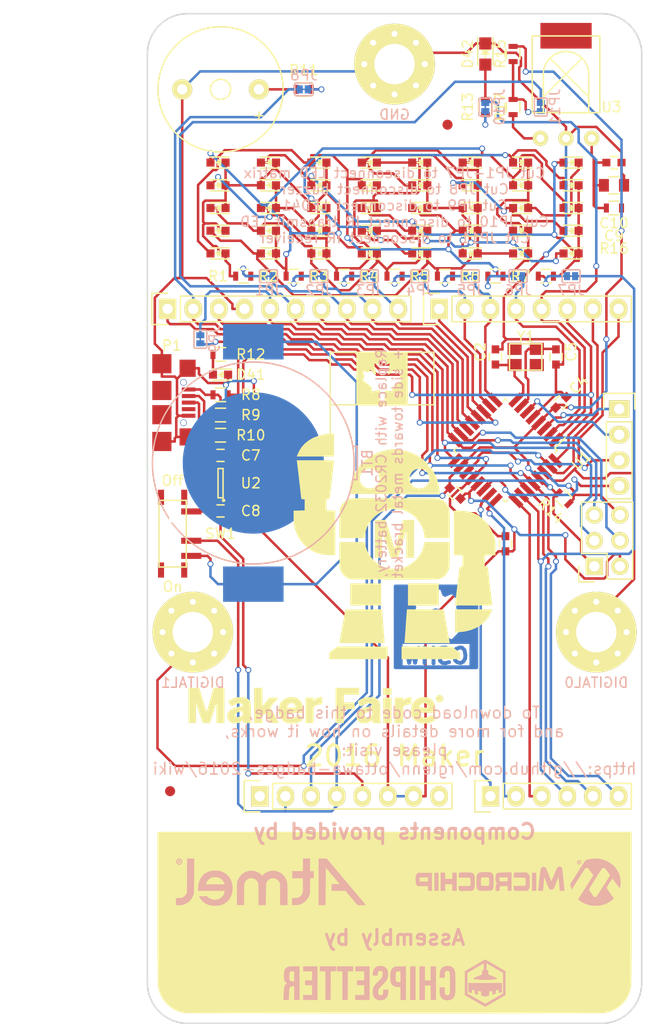
<source format=kicad_pcb>
(kicad_pcb (version 20171130) (host pcbnew "(5.1.12)-1")
  (layers (0 F.Cu signal) (31 B.Cu signal) (34 B.Paste user) (35 F.Paste user) (36 B.SilkS user) (37 F.SilkS user) (38 B.Mask user) (39 F.Mask user) (44 Edge.Cuts user))
  (net 0 "")
  (net 1 /AREF)
  (net 2 GND)
  (net 3 "Net-(C2-Pad1)")
  (net 4 +3V3)
  (net 5 "Net-(C5-Pad1)")
  (net 6 +5V)
  (net 7 "Net-(C8-Pad1)")
  (net 8 "Net-(D1-Pad2)")
  (net 9 "Net-(D1-Pad1)")
  (net 10 "Net-(D13-Pad1)")
  (net 11 "Net-(D15-Pad2)")
  (net 12 "Net-(D10-Pad2)")
  (net 13 "Net-(D11-Pad2)")
  (net 14 "Net-(D12-Pad2)")
  (net 15 "Net-(D41-Pad2)")
  (net 16 "Net-(D42-Pad2)")
  (net 17 "Net-(P2-Pad1)")
  (net 18 /RESET)
  (net 19 "Net-(P2-Pad8)")
  (net 20 /ANALOG0)
  (net 21 /ANALOG1)
  (net 22 /ANALOG2)
  (net 23 /ANALOG3)
  (net 24 /ANALOG4)
  (net 25 /ANALOG5)
  (net 26 /DIGITAL13)
  (net 27 /DIGITAL12)
  (net 28 /DIGITAL11)
  (net 29 /DIGITAL10)
  (net 30 /DIGITAL9)
  (net 31 /DIGITAL8)
  (net 32 /DIGITAL7)
  (net 33 /DIGITAL6)
  (net 34 /DIGITAL5)
  (net 35 /DIGITAL4)
  (net 36 /DIGITAL3)
  (net 37 /DIGITAL2)
  (net 38 /DIGITAL1)
  (net 39 /DIGITAL0)
  (net 40 "Net-(JP1-Pad2)")
  (net 41 "Net-(JP2-Pad2)")
  (net 42 "Net-(JP3-Pad2)")
  (net 43 "Net-(JP4-Pad2)")
  (net 44 "Net-(JP5-Pad2)")
  (net 45 "Net-(JP6-Pad2)")
  (net 46 "Net-(JP7-Pad2)")
  (net 47 "Net-(P1-Pad2)")
  (net 48 "Net-(P1-Pad3)")
  (net 49 "Net-(R11-Pad1)")
  (net 50 "Net-(JP8-Pad2)")
  (net 51 "Net-(JP9-Pad2)")
  (net 52 "Net-(JP10-Pad2)")
  (net 53 "Net-(U2-Pad4)")
  (net 54 "Net-(P1-Pad4)")
  (net 55 "Net-(BT1-Pad1)")
  (net 56 "Net-(JP11-Pad2)")
  (net 57 "Net-(C10-Pad1)")
  (net 58 "Net-(R17-Pad1)")
  (net 59 /PE0)
  (net 60 /PE1)
  (net 61 /PE2)
  (net 62 /PE3)
  (module Fiducials:Fiducial_1mm_Dia_2.54mm_Outer_CopperTop (layer F.Cu) (at 79.75 61)
    (fp_text reference REF**_3 hide)
    (fp_text value Fiducial_1mm_Dia_2.54mm_Outer_CopperTop)
    (pad ~ smd circle (at 0 0) (size 1 1) (layers F.Cu F.Mask) (clearance 0.77))
  )
  (module Capacitors_SMD:C_0603 (layer F.Cu) (at 85.5 102.5 270)
    (fp_text reference C1 hide)
    (fp_text value 100n)
    (pad 1 smd rect (at -0.75 0 270) (size 0.8 0.75) (layers F.Cu F.Paste F.Mask) (net 1 /AREF))
    (pad 2 smd rect (at 0.75 0 270) (size 0.8 0.75) (layers F.Cu F.Paste F.Mask) (net 2 GND))
  )
  (module Capacitors_SMD:C_0603 (layer F.Cu) (at 84.5 84 90)
    (fp_text reference C2 (at 0.5 -1.5 90) (layer F.SilkS))
    (fp_text value 18p)
    (pad 1 smd rect (at -0.75 0 90) (size 0.8 0.75) (layers F.Cu F.Paste F.Mask) (net 3 "Net-(C2-Pad1)"))
    (pad 2 smd rect (at 0.75 0 90) (size 0.8 0.75) (layers F.Cu F.Paste F.Mask) (net 2 GND))
  )
  (module Capacitors_SMD:C_0603 (layer F.Cu) (at 91 88.5 45)
    (fp_text reference C4 (at 2.474874 0 45) (layer F.SilkS))
    (fp_text value 100n)
    (pad 1 smd rect (at -0.75 0 45) (size 0.8 0.75) (layers F.Cu F.Paste F.Mask) (net 4 +3V3))
    (pad 2 smd rect (at 0.75 0 45) (size 0.8 0.75) (layers F.Cu F.Paste F.Mask) (net 2 GND))
  )
  (module Capacitors_SMD:C_0603 (layer F.Cu) (at 90.5 84 270)
    (fp_text reference C5 (at -0.5 -1.5 270) (layer F.SilkS))
    (fp_text value 18p)
    (pad 1 smd rect (at -0.75 0 270) (size 0.8 0.75) (layers F.Cu F.Paste F.Mask) (net 5 "Net-(C5-Pad1)"))
    (pad 2 smd rect (at 0.75 0 270) (size 0.8 0.75) (layers F.Cu F.Paste F.Mask) (net 2 GND))
  )
  (module Capacitors_SMD:C_0603 (layer F.Cu) (at 80.5 97.5 315)
    (fp_text reference C6 hide)
    (fp_text value 100n)
    (pad 1 smd rect (at -0.75 0 315) (size 0.8 0.75) (layers F.Cu F.Paste F.Mask) (net 4 +3V3))
    (pad 2 smd rect (at 0.75 0 315) (size 0.8 0.75) (layers F.Cu F.Paste F.Mask) (net 2 GND))
  )
  (module Capacitors_SMD:C_0603 (layer F.Cu) (at 57.25 93.75 180)
    (fp_text reference C7 (at -3 0 180) (layer F.SilkS))
    (fp_text value 1u)
    (pad 1 smd rect (at -0.75 0 180) (size 0.8 0.75) (layers F.Cu F.Paste F.Mask) (net 6 +5V))
    (pad 2 smd rect (at 0.75 0 180) (size 0.8 0.75) (layers F.Cu F.Paste F.Mask) (net 2 GND))
  )
  (module Capacitors_SMD:C_0603 (layer F.Cu) (at 57.25 99.25)
    (fp_text reference C8 (at 3 0) (layer F.SilkS))
    (fp_text value 1u)
    (pad 1 smd rect (at -0.75 0) (size 0.8 0.75) (layers F.Cu F.Paste F.Mask) (net 7 "Net-(C8-Pad1)"))
    (pad 2 smd rect (at 0.75 0) (size 0.8 0.75) (layers F.Cu F.Paste F.Mask) (net 2 GND))
  )
  (module LEDs:LED_0603 (layer F.Cu) (at 57 64.75 180)
    (fp_text reference D1 hide)
    (fp_text value Led_Small)
    (pad 2 smd rect (at 0.7493 0) (size 0.79756 0.79756) (layers F.Cu F.Paste F.Mask) (net 8 "Net-(D1-Pad2)"))
    (pad 1 smd rect (at -0.7493 0) (size 0.79756 0.79756) (layers F.Cu F.Paste F.Mask) (net 9 "Net-(D1-Pad1)"))
  )
  (module LEDs:LED_0603 (layer F.Cu) (at 57 67 180)
    (fp_text reference D2 hide)
    (fp_text value Led_Small)
    (pad 2 smd rect (at 0.7493 0) (size 0.79756 0.79756) (layers F.Cu F.Paste F.Mask) (net 10 "Net-(D13-Pad1)"))
    (pad 1 smd rect (at -0.7493 0) (size 0.79756 0.79756) (layers F.Cu F.Paste F.Mask) (net 9 "Net-(D1-Pad1)"))
  )
  (module LEDs:LED_0603 (layer F.Cu) (at 57 69.25 180)
    (fp_text reference D3 hide)
    (fp_text value Led_Small)
    (pad 2 smd rect (at 0.7493 0) (size 0.79756 0.79756) (layers F.Cu F.Paste F.Mask) (net 11 "Net-(D15-Pad2)"))
    (pad 1 smd rect (at -0.7493 0) (size 0.79756 0.79756) (layers F.Cu F.Paste F.Mask) (net 9 "Net-(D1-Pad1)"))
  )
  (module LEDs:LED_0603 (layer F.Cu) (at 57 71.5 180)
    (fp_text reference D4 hide)
    (fp_text value Led_Small)
    (pad 2 smd rect (at 0.7493 0) (size 0.79756 0.79756) (layers F.Cu F.Paste F.Mask) (net 12 "Net-(D10-Pad2)"))
    (pad 1 smd rect (at -0.7493 0) (size 0.79756 0.79756) (layers F.Cu F.Paste F.Mask) (net 9 "Net-(D1-Pad1)"))
  )
  (module LEDs:LED_0603 (layer F.Cu) (at 57 73.75 180)
    (fp_text reference D5 hide)
    (fp_text value Led_Small)
    (pad 2 smd rect (at 0.7493 0) (size 0.79756 0.79756) (layers F.Cu F.Paste F.Mask) (net 13 "Net-(D11-Pad2)"))
    (pad 1 smd rect (at -0.7493 0) (size 0.79756 0.79756) (layers F.Cu F.Paste F.Mask) (net 9 "Net-(D1-Pad1)"))
  )
  (module LEDs:LED_0603 (layer F.Cu) (at 62 64.75 180)
    (fp_text reference D6 hide)
    (fp_text value Led_Small)
    (pad 2 smd rect (at 0.7493 0) (size 0.79756 0.79756) (layers F.Cu F.Paste F.Mask) (net 14 "Net-(D12-Pad2)"))
    (pad 1 smd rect (at -0.7493 0) (size 0.79756 0.79756) (layers F.Cu F.Paste F.Mask) (net 9 "Net-(D1-Pad1)"))
  )
  (module LEDs:LED_0603 (layer F.Cu) (at 62 67 180)
    (fp_text reference D7 hide)
    (fp_text value Led_Small)
    (pad 2 smd rect (at 0.7493 0) (size 0.79756 0.79756) (layers F.Cu F.Paste F.Mask) (net 9 "Net-(D1-Pad1)"))
    (pad 1 smd rect (at -0.7493 0) (size 0.79756 0.79756) (layers F.Cu F.Paste F.Mask) (net 8 "Net-(D1-Pad2)"))
  )
  (module LEDs:LED_0603 (layer F.Cu) (at 62 69.25 180)
    (fp_text reference D8 hide)
    (fp_text value Led_Small)
    (pad 2 smd rect (at 0.7493 0) (size 0.79756 0.79756) (layers F.Cu F.Paste F.Mask) (net 10 "Net-(D13-Pad1)"))
    (pad 1 smd rect (at -0.7493 0) (size 0.79756 0.79756) (layers F.Cu F.Paste F.Mask) (net 8 "Net-(D1-Pad2)"))
  )
  (module LEDs:LED_0603 (layer F.Cu) (at 62 71.5 180)
    (fp_text reference D9 hide)
    (fp_text value Led_Small)
    (pad 2 smd rect (at 0.7493 0) (size 0.79756 0.79756) (layers F.Cu F.Paste F.Mask) (net 11 "Net-(D15-Pad2)"))
    (pad 1 smd rect (at -0.7493 0) (size 0.79756 0.79756) (layers F.Cu F.Paste F.Mask) (net 8 "Net-(D1-Pad2)"))
  )
  (module LEDs:LED_0603 (layer F.Cu) (at 62 73.75 180)
    (fp_text reference D10 hide)
    (fp_text value Led_Small)
    (pad 2 smd rect (at 0.7493 0) (size 0.79756 0.79756) (layers F.Cu F.Paste F.Mask) (net 12 "Net-(D10-Pad2)"))
    (pad 1 smd rect (at -0.7493 0) (size 0.79756 0.79756) (layers F.Cu F.Paste F.Mask) (net 8 "Net-(D1-Pad2)"))
  )
  (module LEDs:LED_0603 (layer F.Cu) (at 67 64.75 180)
    (fp_text reference D11 hide)
    (fp_text value Led_Small)
    (pad 2 smd rect (at 0.7493 0) (size 0.79756 0.79756) (layers F.Cu F.Paste F.Mask) (net 13 "Net-(D11-Pad2)"))
    (pad 1 smd rect (at -0.7493 0) (size 0.79756 0.79756) (layers F.Cu F.Paste F.Mask) (net 8 "Net-(D1-Pad2)"))
  )
  (module LEDs:LED_0603 (layer F.Cu) (at 67 67 180)
    (fp_text reference D12 hide)
    (fp_text value Led_Small)
    (pad 2 smd rect (at 0.7493 0) (size 0.79756 0.79756) (layers F.Cu F.Paste F.Mask) (net 14 "Net-(D12-Pad2)"))
    (pad 1 smd rect (at -0.7493 0) (size 0.79756 0.79756) (layers F.Cu F.Paste F.Mask) (net 8 "Net-(D1-Pad2)"))
  )
  (module LEDs:LED_0603 (layer F.Cu) (at 67 69.25 180)
    (fp_text reference D13 hide)
    (fp_text value Led_Small)
    (pad 2 smd rect (at 0.7493 0) (size 0.79756 0.79756) (layers F.Cu F.Paste F.Mask) (net 9 "Net-(D1-Pad1)"))
    (pad 1 smd rect (at -0.7493 0) (size 0.79756 0.79756) (layers F.Cu F.Paste F.Mask) (net 10 "Net-(D13-Pad1)"))
  )
  (module LEDs:LED_0603 (layer F.Cu) (at 67 71.5 180)
    (fp_text reference D14 hide)
    (fp_text value Led_Small)
    (pad 2 smd rect (at 0.7493 0) (size 0.79756 0.79756) (layers F.Cu F.Paste F.Mask) (net 8 "Net-(D1-Pad2)"))
    (pad 1 smd rect (at -0.7493 0) (size 0.79756 0.79756) (layers F.Cu F.Paste F.Mask) (net 10 "Net-(D13-Pad1)"))
  )
  (module LEDs:LED_0603 (layer F.Cu) (at 67 73.75 180)
    (fp_text reference D15 hide)
    (fp_text value Led_Small)
    (pad 2 smd rect (at 0.7493 0) (size 0.79756 0.79756) (layers F.Cu F.Paste F.Mask) (net 11 "Net-(D15-Pad2)"))
    (pad 1 smd rect (at -0.7493 0) (size 0.79756 0.79756) (layers F.Cu F.Paste F.Mask) (net 10 "Net-(D13-Pad1)"))
  )
  (module LEDs:LED_0603 (layer F.Cu) (at 72 64.75 180)
    (fp_text reference D16 hide)
    (fp_text value Led_Small)
    (pad 2 smd rect (at 0.7493 0) (size 0.79756 0.79756) (layers F.Cu F.Paste F.Mask) (net 12 "Net-(D10-Pad2)"))
    (pad 1 smd rect (at -0.7493 0) (size 0.79756 0.79756) (layers F.Cu F.Paste F.Mask) (net 10 "Net-(D13-Pad1)"))
  )
  (module LEDs:LED_0603 (layer F.Cu) (at 72 67 180)
    (fp_text reference D17 hide)
    (fp_text value Led_Small)
    (pad 2 smd rect (at 0.7493 0) (size 0.79756 0.79756) (layers F.Cu F.Paste F.Mask) (net 13 "Net-(D11-Pad2)"))
    (pad 1 smd rect (at -0.7493 0) (size 0.79756 0.79756) (layers F.Cu F.Paste F.Mask) (net 10 "Net-(D13-Pad1)"))
  )
  (module LEDs:LED_0603 (layer F.Cu) (at 72 69.25 180)
    (fp_text reference D18 hide)
    (fp_text value Led_Small)
    (pad 2 smd rect (at 0.7493 0) (size 0.79756 0.79756) (layers F.Cu F.Paste F.Mask) (net 14 "Net-(D12-Pad2)"))
    (pad 1 smd rect (at -0.7493 0) (size 0.79756 0.79756) (layers F.Cu F.Paste F.Mask) (net 10 "Net-(D13-Pad1)"))
  )
  (module LEDs:LED_0603 (layer F.Cu) (at 72 71.5 180)
    (fp_text reference D19 hide)
    (fp_text value Led_Small)
    (pad 2 smd rect (at 0.7493 0) (size 0.79756 0.79756) (layers F.Cu F.Paste F.Mask) (net 9 "Net-(D1-Pad1)"))
    (pad 1 smd rect (at -0.7493 0) (size 0.79756 0.79756) (layers F.Cu F.Paste F.Mask) (net 11 "Net-(D15-Pad2)"))
  )
  (module LEDs:LED_0603 (layer F.Cu) (at 72 73.75 180)
    (fp_text reference D20 hide)
    (fp_text value Led_Small)
    (pad 2 smd rect (at 0.7493 0) (size 0.79756 0.79756) (layers F.Cu F.Paste F.Mask) (net 8 "Net-(D1-Pad2)"))
    (pad 1 smd rect (at -0.7493 0) (size 0.79756 0.79756) (layers F.Cu F.Paste F.Mask) (net 11 "Net-(D15-Pad2)"))
  )
  (module LEDs:LED_0603 (layer F.Cu) (at 77 64.75 180)
    (fp_text reference D21 hide)
    (fp_text value Led_Small)
    (pad 2 smd rect (at 0.7493 0) (size 0.79756 0.79756) (layers F.Cu F.Paste F.Mask) (net 10 "Net-(D13-Pad1)"))
    (pad 1 smd rect (at -0.7493 0) (size 0.79756 0.79756) (layers F.Cu F.Paste F.Mask) (net 11 "Net-(D15-Pad2)"))
  )
  (module LEDs:LED_0603 (layer F.Cu) (at 77 67 180)
    (fp_text reference D22 hide)
    (fp_text value Led_Small)
    (pad 2 smd rect (at 0.7493 0) (size 0.79756 0.79756) (layers F.Cu F.Paste F.Mask) (net 12 "Net-(D10-Pad2)"))
    (pad 1 smd rect (at -0.7493 0) (size 0.79756 0.79756) (layers F.Cu F.Paste F.Mask) (net 11 "Net-(D15-Pad2)"))
  )
  (module LEDs:LED_0603 (layer F.Cu) (at 77 69.25 180)
    (fp_text reference D23 hide)
    (fp_text value Led_Small)
    (pad 2 smd rect (at 0.7493 0) (size 0.79756 0.79756) (layers F.Cu F.Paste F.Mask) (net 13 "Net-(D11-Pad2)"))
    (pad 1 smd rect (at -0.7493 0) (size 0.79756 0.79756) (layers F.Cu F.Paste F.Mask) (net 11 "Net-(D15-Pad2)"))
  )
  (module LEDs:LED_0603 (layer F.Cu) (at 77 71.5 180)
    (fp_text reference D24 hide)
    (fp_text value Led_Small)
    (pad 2 smd rect (at 0.7493 0) (size 0.79756 0.79756) (layers F.Cu F.Paste F.Mask) (net 14 "Net-(D12-Pad2)"))
    (pad 1 smd rect (at -0.7493 0) (size 0.79756 0.79756) (layers F.Cu F.Paste F.Mask) (net 11 "Net-(D15-Pad2)"))
  )
  (module LEDs:LED_0603 (layer F.Cu) (at 77 73.75 180)
    (fp_text reference D25 hide)
    (fp_text value Led_Small)
    (pad 2 smd rect (at 0.7493 0) (size 0.79756 0.79756) (layers F.Cu F.Paste F.Mask) (net 9 "Net-(D1-Pad1)"))
    (pad 1 smd rect (at -0.7493 0) (size 0.79756 0.79756) (layers F.Cu F.Paste F.Mask) (net 12 "Net-(D10-Pad2)"))
  )
  (module LEDs:LED_0603 (layer F.Cu) (at 82 64.75 180)
    (fp_text reference D26 hide)
    (fp_text value Led_Small)
    (pad 2 smd rect (at 0.7493 0) (size 0.79756 0.79756) (layers F.Cu F.Paste F.Mask) (net 8 "Net-(D1-Pad2)"))
    (pad 1 smd rect (at -0.7493 0) (size 0.79756 0.79756) (layers F.Cu F.Paste F.Mask) (net 12 "Net-(D10-Pad2)"))
  )
  (module LEDs:LED_0603 (layer F.Cu) (at 82 67 180)
    (fp_text reference D27 hide)
    (fp_text value Led_Small)
    (pad 2 smd rect (at 0.7493 0) (size 0.79756 0.79756) (layers F.Cu F.Paste F.Mask) (net 10 "Net-(D13-Pad1)"))
    (pad 1 smd rect (at -0.7493 0) (size 0.79756 0.79756) (layers F.Cu F.Paste F.Mask) (net 12 "Net-(D10-Pad2)"))
  )
  (module LEDs:LED_0603 (layer F.Cu) (at 82 69.25 180)
    (fp_text reference D28 hide)
    (fp_text value Led_Small)
    (pad 2 smd rect (at 0.7493 0) (size 0.79756 0.79756) (layers F.Cu F.Paste F.Mask) (net 11 "Net-(D15-Pad2)"))
    (pad 1 smd rect (at -0.7493 0) (size 0.79756 0.79756) (layers F.Cu F.Paste F.Mask) (net 12 "Net-(D10-Pad2)"))
  )
  (module LEDs:LED_0603 (layer F.Cu) (at 82 71.5 180)
    (fp_text reference D29 hide)
    (fp_text value Led_Small)
    (pad 2 smd rect (at 0.7493 0) (size 0.79756 0.79756) (layers F.Cu F.Paste F.Mask) (net 13 "Net-(D11-Pad2)"))
    (pad 1 smd rect (at -0.7493 0) (size 0.79756 0.79756) (layers F.Cu F.Paste F.Mask) (net 12 "Net-(D10-Pad2)"))
  )
  (module LEDs:LED_0603 (layer F.Cu) (at 82 73.75 180)
    (fp_text reference D30 hide)
    (fp_text value Led_Small)
    (pad 2 smd rect (at 0.7493 0) (size 0.79756 0.79756) (layers F.Cu F.Paste F.Mask) (net 14 "Net-(D12-Pad2)"))
    (pad 1 smd rect (at -0.7493 0) (size 0.79756 0.79756) (layers F.Cu F.Paste F.Mask) (net 12 "Net-(D10-Pad2)"))
  )
  (module LEDs:LED_0603 (layer F.Cu) (at 87 64.75 180)
    (fp_text reference D31 hide)
    (fp_text value Led_Small)
    (pad 2 smd rect (at 0.7493 0) (size 0.79756 0.79756) (layers F.Cu F.Paste F.Mask) (net 9 "Net-(D1-Pad1)"))
    (pad 1 smd rect (at -0.7493 0) (size 0.79756 0.79756) (layers F.Cu F.Paste F.Mask) (net 13 "Net-(D11-Pad2)"))
  )
  (module LEDs:LED_0603 (layer F.Cu) (at 87 67 180)
    (fp_text reference D32 hide)
    (fp_text value Led_Small)
    (pad 2 smd rect (at 0.7493 0) (size 0.79756 0.79756) (layers F.Cu F.Paste F.Mask) (net 8 "Net-(D1-Pad2)"))
    (pad 1 smd rect (at -0.7493 0) (size 0.79756 0.79756) (layers F.Cu F.Paste F.Mask) (net 13 "Net-(D11-Pad2)"))
  )
  (module LEDs:LED_0603 (layer F.Cu) (at 87 69.25 180)
    (fp_text reference D33 hide)
    (fp_text value Led_Small)
    (pad 2 smd rect (at 0.7493 0) (size 0.79756 0.79756) (layers F.Cu F.Paste F.Mask) (net 10 "Net-(D13-Pad1)"))
    (pad 1 smd rect (at -0.7493 0) (size 0.79756 0.79756) (layers F.Cu F.Paste F.Mask) (net 13 "Net-(D11-Pad2)"))
  )
  (module LEDs:LED_0603 (layer F.Cu) (at 87 71.5 180)
    (fp_text reference D34 hide)
    (fp_text value Led_Small)
    (pad 2 smd rect (at 0.7493 0) (size 0.79756 0.79756) (layers F.Cu F.Paste F.Mask) (net 11 "Net-(D15-Pad2)"))
    (pad 1 smd rect (at -0.7493 0) (size 0.79756 0.79756) (layers F.Cu F.Paste F.Mask) (net 13 "Net-(D11-Pad2)"))
  )
  (module LEDs:LED_0603 (layer F.Cu) (at 87 73.75 180)
    (fp_text reference D35 hide)
    (fp_text value Led_Small)
    (pad 2 smd rect (at 0.7493 0) (size 0.79756 0.79756) (layers F.Cu F.Paste F.Mask) (net 12 "Net-(D10-Pad2)"))
    (pad 1 smd rect (at -0.7493 0) (size 0.79756 0.79756) (layers F.Cu F.Paste F.Mask) (net 13 "Net-(D11-Pad2)"))
  )
  (module LEDs:LED_0603 (layer F.Cu) (at 92 64.75 180)
    (fp_text reference D36 hide)
    (fp_text value Led_Small)
    (pad 2 smd rect (at 0.7493 0) (size 0.79756 0.79756) (layers F.Cu F.Paste F.Mask) (net 14 "Net-(D12-Pad2)"))
    (pad 1 smd rect (at -0.7493 0) (size 0.79756 0.79756) (layers F.Cu F.Paste F.Mask) (net 13 "Net-(D11-Pad2)"))
  )
  (module LEDs:LED_0603 (layer F.Cu) (at 92 67 180)
    (fp_text reference D37 hide)
    (fp_text value Led_Small)
    (pad 2 smd rect (at 0.7493 0) (size 0.79756 0.79756) (layers F.Cu F.Paste F.Mask) (net 9 "Net-(D1-Pad1)"))
    (pad 1 smd rect (at -0.7493 0) (size 0.79756 0.79756) (layers F.Cu F.Paste F.Mask) (net 14 "Net-(D12-Pad2)"))
  )
  (module LEDs:LED_0603 (layer F.Cu) (at 92 69.25 180)
    (fp_text reference D38 hide)
    (fp_text value Led_Small)
    (pad 2 smd rect (at 0.7493 0) (size 0.79756 0.79756) (layers F.Cu F.Paste F.Mask) (net 8 "Net-(D1-Pad2)"))
    (pad 1 smd rect (at -0.7493 0) (size 0.79756 0.79756) (layers F.Cu F.Paste F.Mask) (net 14 "Net-(D12-Pad2)"))
  )
  (module LEDs:LED_0603 (layer F.Cu) (at 92 71.5 180)
    (fp_text reference D39 hide)
    (fp_text value Led_Small)
    (pad 2 smd rect (at 0.7493 0) (size 0.79756 0.79756) (layers F.Cu F.Paste F.Mask) (net 10 "Net-(D13-Pad1)"))
    (pad 1 smd rect (at -0.7493 0) (size 0.79756 0.79756) (layers F.Cu F.Paste F.Mask) (net 14 "Net-(D12-Pad2)"))
  )
  (module LEDs:LED_0603 (layer F.Cu) (at 92 73.75 180)
    (fp_text reference D40 hide)
    (fp_text value Led_Small)
    (pad 2 smd rect (at 0.7493 0) (size 0.79756 0.79756) (layers F.Cu F.Paste F.Mask) (net 11 "Net-(D15-Pad2)"))
    (pad 1 smd rect (at -0.7493 0) (size 0.79756 0.79756) (layers F.Cu F.Paste F.Mask) (net 14 "Net-(D12-Pad2)"))
  )
  (module LEDs:LED_0603 (layer F.Cu) (at 57.25 85.75 180)
    (fp_text reference D41 (at -3 0 180) (layer F.SilkS))
    (fp_text value Led_Small)
    (pad 2 smd rect (at 0.7493 0) (size 0.79756 0.79756) (layers F.Cu F.Paste F.Mask) (net 15 "Net-(D41-Pad2)"))
    (pad 1 smd rect (at -0.7493 0) (size 0.79756 0.79756) (layers F.Cu F.Paste F.Mask) (net 2 GND))
  )
  (module LEDs:LED_0805 (layer F.Cu) (at 83.5 54 270)
    (fp_text reference D42 (at 0 1.75 270) (layer F.SilkS))
    (fp_text value Led_Small)
    (pad 2 smd rect (at 1.04902 0 90) (size 1.19888 1.19888) (layers F.Cu F.Paste F.Mask) (net 16 "Net-(D42-Pad2)"))
    (pad 1 smd rect (at -1.04902 0 90) (size 1.19888 1.19888) (layers F.Cu F.Paste F.Mask) (net 2 GND))
  )
  (module Socket_Strips:Socket_Strip_Straight_1x08 (layer F.Cu) (at 61.144 127.5)
    (fp_text reference P2 hide)
    (fp_text value CONN_01X08)
    (pad 1 thru_hole rect (at 0 0) (size 1.7272 2.032) (drill 1.016) (layers *.Cu *.Mask F.SilkS) (net 17 "Net-(P2-Pad1)"))
    (pad 2 thru_hole oval (at 2.54 0) (size 1.7272 2.032) (drill 1.016) (layers *.Cu *.Mask F.SilkS) (net 4 +3V3))
    (pad 3 thru_hole oval (at 5.08 0) (size 1.7272 2.032) (drill 1.016) (layers *.Cu *.Mask F.SilkS) (net 18 /RESET))
    (pad 4 thru_hole oval (at 7.62 0) (size 1.7272 2.032) (drill 1.016) (layers *.Cu *.Mask F.SilkS) (net 4 +3V3))
    (pad 5 thru_hole oval (at 10.16 0) (size 1.7272 2.032) (drill 1.016) (layers *.Cu *.Mask F.SilkS) (net 6 +5V))
    (pad 6 thru_hole oval (at 12.7 0) (size 1.7272 2.032) (drill 1.016) (layers *.Cu *.Mask F.SilkS) (net 2 GND))
    (pad 7 thru_hole oval (at 15.24 0) (size 1.7272 2.032) (drill 1.016) (layers *.Cu *.Mask F.SilkS) (net 2 GND))
    (pad 8 thru_hole oval (at 17.78 0) (size 1.7272 2.032) (drill 1.016) (layers *.Cu *.Mask F.SilkS) (net 19 "Net-(P2-Pad8)"))
  )
  (module Socket_Strips:Socket_Strip_Straight_1x06 (layer F.Cu) (at 84.004 127.5)
    (fp_text reference P3 hide)
    (fp_text value CONN_01X06)
    (pad 1 thru_hole rect (at 0 0) (size 1.7272 2.032) (drill 1.016) (layers *.Cu *.Mask F.SilkS) (net 20 /ANALOG0))
    (pad 2 thru_hole oval (at 2.54 0) (size 1.7272 2.032) (drill 1.016) (layers *.Cu *.Mask F.SilkS) (net 21 /ANALOG1))
    (pad 3 thru_hole oval (at 5.08 0) (size 1.7272 2.032) (drill 1.016) (layers *.Cu *.Mask F.SilkS) (net 22 /ANALOG2))
    (pad 4 thru_hole oval (at 7.62 0) (size 1.7272 2.032) (drill 1.016) (layers *.Cu *.Mask F.SilkS) (net 23 /ANALOG3))
    (pad 5 thru_hole oval (at 10.16 0) (size 1.7272 2.032) (drill 1.016) (layers *.Cu *.Mask F.SilkS) (net 24 /ANALOG4))
    (pad 6 thru_hole oval (at 12.7 0) (size 1.7272 2.032) (drill 1.016) (layers *.Cu *.Mask F.SilkS) (net 25 /ANALOG5))
  )
  (module Socket_Strips:Socket_Strip_Straight_1x10 (layer F.Cu) (at 52 79.24)
    (fp_text reference P4 hide)
    (fp_text value CONN_01X10)
    (pad 1 thru_hole rect (at 0 0) (size 1.7272 2.032) (drill 1.016) (layers *.Cu *.Mask F.SilkS) (net 25 /ANALOG5))
    (pad 2 thru_hole oval (at 2.54 0) (size 1.7272 2.032) (drill 1.016) (layers *.Cu *.Mask F.SilkS) (net 24 /ANALOG4))
    (pad 3 thru_hole oval (at 5.08 0) (size 1.7272 2.032) (drill 1.016) (layers *.Cu *.Mask F.SilkS) (net 1 /AREF))
    (pad 4 thru_hole oval (at 7.62 0) (size 1.7272 2.032) (drill 1.016) (layers *.Cu *.Mask F.SilkS) (net 2 GND))
    (pad 5 thru_hole oval (at 10.16 0) (size 1.7272 2.032) (drill 1.016) (layers *.Cu *.Mask F.SilkS) (net 26 /DIGITAL13))
    (pad 6 thru_hole oval (at 12.7 0) (size 1.7272 2.032) (drill 1.016) (layers *.Cu *.Mask F.SilkS) (net 27 /DIGITAL12))
    (pad 7 thru_hole oval (at 15.24 0) (size 1.7272 2.032) (drill 1.016) (layers *.Cu *.Mask F.SilkS) (net 28 /DIGITAL11))
    (pad 8 thru_hole oval (at 17.78 0) (size 1.7272 2.032) (drill 1.016) (layers *.Cu *.Mask F.SilkS) (net 29 /DIGITAL10))
    (pad 9 thru_hole oval (at 20.32 0) (size 1.7272 2.032) (drill 1.016) (layers *.Cu *.Mask F.SilkS) (net 30 /DIGITAL9))
    (pad 10 thru_hole oval (at 22.86 0) (size 1.7272 2.032) (drill 1.016) (layers *.Cu *.Mask F.SilkS) (net 31 /DIGITAL8))
  )
  (module Socket_Strips:Socket_Strip_Straight_1x08 (layer F.Cu) (at 78.924 79.24)
    (fp_text reference P5 hide)
    (fp_text value CONN_01X08)
    (pad 1 thru_hole rect (at 0 0) (size 1.7272 2.032) (drill 1.016) (layers *.Cu *.Mask F.SilkS) (net 32 /DIGITAL7))
    (pad 2 thru_hole oval (at 2.54 0) (size 1.7272 2.032) (drill 1.016) (layers *.Cu *.Mask F.SilkS) (net 33 /DIGITAL6))
    (pad 3 thru_hole oval (at 5.08 0) (size 1.7272 2.032) (drill 1.016) (layers *.Cu *.Mask F.SilkS) (net 34 /DIGITAL5))
    (pad 4 thru_hole oval (at 7.62 0) (size 1.7272 2.032) (drill 1.016) (layers *.Cu *.Mask F.SilkS) (net 35 /DIGITAL4))
    (pad 5 thru_hole oval (at 10.16 0) (size 1.7272 2.032) (drill 1.016) (layers *.Cu *.Mask F.SilkS) (net 36 /DIGITAL3))
    (pad 6 thru_hole oval (at 12.7 0) (size 1.7272 2.032) (drill 1.016) (layers *.Cu *.Mask F.SilkS) (net 37 /DIGITAL2))
    (pad 7 thru_hole oval (at 15.24 0) (size 1.7272 2.032) (drill 1.016) (layers *.Cu *.Mask F.SilkS) (net 38 /DIGITAL1))
    (pad 8 thru_hole oval (at 17.78 0) (size 1.7272 2.032) (drill 1.016) (layers *.Cu *.Mask F.SilkS) (net 39 /DIGITAL0))
  )
  (module Socket_Strips:Socket_Strip_Straight_2x03 (layer F.Cu) (at 94.3045 104.73 90)
    (fp_text reference P6 hide)
    (fp_text value CONN_02X03)
    (pad 1 thru_hole rect (at 0 0 90) (size 1.7272 1.7272) (drill 1.016) (layers *.Cu *.Mask F.SilkS) (net 18 /RESET))
    (pad 2 thru_hole oval (at 0 2.54 90) (size 1.7272 1.7272) (drill 1.016) (layers *.Cu *.Mask F.SilkS) (net 2 GND))
    (pad 3 thru_hole oval (at 2.54 0 90) (size 1.7272 1.7272) (drill 1.016) (layers *.Cu *.Mask F.SilkS) (net 26 /DIGITAL13))
    (pad 4 thru_hole oval (at 2.54 2.54 90) (size 1.7272 1.7272) (drill 1.016) (layers *.Cu *.Mask F.SilkS) (net 28 /DIGITAL11))
    (pad 5 thru_hole oval (at 5.08 0 90) (size 1.7272 1.7272) (drill 1.016) (layers *.Cu *.Mask F.SilkS) (net 27 /DIGITAL12))
    (pad 6 thru_hole oval (at 5.08 2.54 90) (size 1.7272 1.7272) (drill 1.016) (layers *.Cu *.Mask F.SilkS) (net 4 +3V3))
  )
  (module Resistors_SMD:R_0603 (layer F.Cu) (at 59.5 76)
    (fp_text reference R1 (at -2.5 0) (layer F.SilkS))
    (fp_text value 56)
    (pad 1 smd rect (at -0.75 0) (size 0.5 0.9) (layers F.Cu F.Paste F.Mask) (net 9 "Net-(D1-Pad1)"))
    (pad 2 smd rect (at 0.75 0) (size 0.5 0.9) (layers F.Cu F.Paste F.Mask) (net 40 "Net-(JP1-Pad2)"))
  )
  (module Resistors_SMD:R_0603 (layer F.Cu) (at 64.5 76)
    (fp_text reference R2 (at -2.5 0) (layer F.SilkS))
    (fp_text value 56)
    (pad 1 smd rect (at -0.75 0) (size 0.5 0.9) (layers F.Cu F.Paste F.Mask) (net 8 "Net-(D1-Pad2)"))
    (pad 2 smd rect (at 0.75 0) (size 0.5 0.9) (layers F.Cu F.Paste F.Mask) (net 41 "Net-(JP2-Pad2)"))
  )
  (module Resistors_SMD:R_0603 (layer F.Cu) (at 69.5 76)
    (fp_text reference R3 (at -2.5 0) (layer F.SilkS))
    (fp_text value 56)
    (pad 1 smd rect (at -0.75 0) (size 0.5 0.9) (layers F.Cu F.Paste F.Mask) (net 10 "Net-(D13-Pad1)"))
    (pad 2 smd rect (at 0.75 0) (size 0.5 0.9) (layers F.Cu F.Paste F.Mask) (net 42 "Net-(JP3-Pad2)"))
  )
  (module Resistors_SMD:R_0603 (layer F.Cu) (at 74.5 76)
    (fp_text reference R4 (at -2.5 0) (layer F.SilkS))
    (fp_text value 56)
    (pad 1 smd rect (at -0.75 0) (size 0.5 0.9) (layers F.Cu F.Paste F.Mask) (net 11 "Net-(D15-Pad2)"))
    (pad 2 smd rect (at 0.75 0) (size 0.5 0.9) (layers F.Cu F.Paste F.Mask) (net 43 "Net-(JP4-Pad2)"))
  )
  (module Resistors_SMD:R_0603 (layer F.Cu) (at 79.5 76)
    (fp_text reference R5 (at -2.5 0) (layer F.SilkS))
    (fp_text value 56)
    (pad 1 smd rect (at -0.75 0) (size 0.5 0.9) (layers F.Cu F.Paste F.Mask) (net 12 "Net-(D10-Pad2)"))
    (pad 2 smd rect (at 0.75 0) (size 0.5 0.9) (layers F.Cu F.Paste F.Mask) (net 44 "Net-(JP5-Pad2)"))
  )
  (module Resistors_SMD:R_0603 (layer F.Cu) (at 84.5 76 180)
    (fp_text reference R6 (at 2.5 0 180) (layer F.SilkS))
    (fp_text value 56)
    (pad 1 smd rect (at -0.75 0 180) (size 0.5 0.9) (layers F.Cu F.Paste F.Mask) (net 13 "Net-(D11-Pad2)"))
    (pad 2 smd rect (at 0.75 0 180) (size 0.5 0.9) (layers F.Cu F.Paste F.Mask) (net 45 "Net-(JP6-Pad2)"))
  )
  (module Resistors_SMD:R_0603 (layer F.Cu) (at 89.5 76 180)
    (fp_text reference R7 (at 2.5 0 180) (layer F.SilkS))
    (fp_text value 56)
    (pad 1 smd rect (at -0.75 0 180) (size 0.5 0.9) (layers F.Cu F.Paste F.Mask) (net 14 "Net-(D12-Pad2)"))
    (pad 2 smd rect (at 0.75 0 180) (size 0.5 0.9) (layers F.Cu F.Paste F.Mask) (net 46 "Net-(JP7-Pad2)"))
  )
  (module Resistors_SMD:R_0603 (layer F.Cu) (at 57.25 87.75)
    (fp_text reference R8 (at 3 0) (layer F.SilkS))
    (fp_text value 1.5K)
    (pad 1 smd rect (at -0.75 0) (size 0.5 0.9) (layers F.Cu F.Paste F.Mask) (net 6 +5V))
    (pad 2 smd rect (at 0.75 0) (size 0.5 0.9) (layers F.Cu F.Paste F.Mask) (net 32 /DIGITAL7))
  )
  (module Resistors_SMD:R_0603 (layer F.Cu) (at 57.25 89.75)
    (fp_text reference R9 (at 3 0) (layer F.SilkS))
    (fp_text value 56)
    (pad 1 smd rect (at -0.75 0) (size 0.5 0.9) (layers F.Cu F.Paste F.Mask) (net 47 "Net-(P1-Pad2)"))
    (pad 2 smd rect (at 0.75 0) (size 0.5 0.9) (layers F.Cu F.Paste F.Mask) (net 32 /DIGITAL7))
  )
  (module Resistors_SMD:R_0603 (layer F.Cu) (at 57.25 91.75)
    (fp_text reference R10 (at 3 0) (layer F.SilkS))
    (fp_text value 56)
    (pad 1 smd rect (at -0.75 0) (size 0.5 0.9) (layers F.Cu F.Paste F.Mask) (net 48 "Net-(P1-Pad3)"))
    (pad 2 smd rect (at 0.75 0) (size 0.5 0.9) (layers F.Cu F.Paste F.Mask) (net 37 /DIGITAL2))
  )
  (module Resistors_SMD:R_0603 (layer F.Cu) (at 65.5 57.5)
    (fp_text reference R11 (at 0 -1.9) (layer F.SilkS))
    (fp_text value 1K)
    (pad 1 smd rect (at -0.75 0) (size 0.5 0.9) (layers F.Cu F.Paste F.Mask) (net 49 "Net-(R11-Pad1)"))
    (pad 2 smd rect (at 0.75 0) (size 0.5 0.9) (layers F.Cu F.Paste F.Mask) (net 50 "Net-(JP8-Pad2)"))
  )
  (module Resistors_SMD:R_0603 (layer F.Cu) (at 57.25 83.75)
    (fp_text reference R12 (at 3 0) (layer F.SilkS))
    (fp_text value 1K)
    (pad 1 smd rect (at -0.75 0) (size 0.5 0.9) (layers F.Cu F.Paste F.Mask) (net 15 "Net-(D41-Pad2)"))
    (pad 2 smd rect (at 0.75 0) (size 0.5 0.9) (layers F.Cu F.Paste F.Mask) (net 51 "Net-(JP9-Pad2)"))
  )
  (module Resistors_SMD:R_0603 (layer F.Cu) (at 83.5 59.25 270)
    (fp_text reference R13 (at 0 1.75 270) (layer F.SilkS))
    (fp_text value 1K)
    (pad 1 smd rect (at -0.75 0 270) (size 0.5 0.9) (layers F.Cu F.Paste F.Mask) (net 16 "Net-(D42-Pad2)"))
    (pad 2 smd rect (at 0.75 0 270) (size 0.5 0.9) (layers F.Cu F.Paste F.Mask) (net 52 "Net-(JP10-Pad2)"))
  )
  (module Resistors_SMD:R_0603 (layer F.Cu) (at 91.25 98 315)
    (fp_text reference R14 (at 0 1.767767 315) (layer F.SilkS))
    (fp_text value 10K)
    (pad 1 smd rect (at -0.75 0 315) (size 0.5 0.9) (layers F.Cu F.Paste F.Mask) (net 18 /RESET))
    (pad 2 smd rect (at 0.75 0 315) (size 0.5 0.9) (layers F.Cu F.Paste F.Mask) (net 4 +3V3))
  )
  (module Buzzers_Beepers:Buzzer_12x9.5RM7.6 (layer F.Cu) (at 57.25 57.5 180)
    (fp_text reference SP1 hide)
    (fp_text value SPEAKER)
    (fp_text user + (at -3.81 -2.54 180) (layer F.SilkS))
    (pad 1 thru_hole circle (at -3.79984 0 180) (size 2 2) (drill 1.00076) (layers *.Cu *.Mask F.SilkS) (net 49 "Net-(R11-Pad1)"))
    (pad 2 thru_hole circle (at 3.79984 0 180) (size 2 2) (drill 1.00076) (layers *.Cu *.Mask F.SilkS) (net 2 GND))
  )
  (module Housings_QFP:TQFP-32_7x7mm_Pitch0.8mm (layer F.Cu) (at 85.5 93.25 225)
    (fp_text reference U1 (at -4.596194 -6.010408 225) (layer F.SilkS))
    (fp_text value ATMEGA328P-A)
    (pad 1 smd rect (at -4.25 -2.8 225) (size 1.6 0.55) (layers F.Cu F.Paste F.Mask) (net 36 /DIGITAL3))
    (pad 2 smd rect (at -4.25 -2 225) (size 1.6 0.55) (layers F.Cu F.Paste F.Mask) (net 35 /DIGITAL4))
    (pad 3 smd rect (at -4.25 -1.2 225) (size 1.6 0.55) (layers F.Cu F.Paste F.Mask) (net 59 /PE0))
    (pad 4 smd rect (at -4.25 -0.4 225) (size 1.6 0.55) (layers F.Cu F.Paste F.Mask) (net 4 +3V3))
    (pad 5 smd rect (at -4.25 0.4 225) (size 1.6 0.55) (layers F.Cu F.Paste F.Mask) (net 2 GND))
    (pad 6 smd rect (at -4.25 1.2 225) (size 1.6 0.55) (layers F.Cu F.Paste F.Mask) (net 60 /PE1))
    (pad 7 smd rect (at -4.25 2 225) (size 1.6 0.55) (layers F.Cu F.Paste F.Mask) (net 5 "Net-(C5-Pad1)"))
    (pad 8 smd rect (at -4.25 2.8 225) (size 1.6 0.55) (layers F.Cu F.Paste F.Mask) (net 3 "Net-(C2-Pad1)"))
    (pad 9 smd rect (at -2.8 4.25 315) (size 1.6 0.55) (layers F.Cu F.Paste F.Mask) (net 34 /DIGITAL5))
    (pad 10 smd rect (at -2 4.25 315) (size 1.6 0.55) (layers F.Cu F.Paste F.Mask) (net 33 /DIGITAL6))
    (pad 11 smd rect (at -1.2 4.25 315) (size 1.6 0.55) (layers F.Cu F.Paste F.Mask) (net 32 /DIGITAL7))
    (pad 12 smd rect (at -0.4 4.25 315) (size 1.6 0.55) (layers F.Cu F.Paste F.Mask) (net 31 /DIGITAL8))
    (pad 13 smd rect (at 0.4 4.25 315) (size 1.6 0.55) (layers F.Cu F.Paste F.Mask) (net 30 /DIGITAL9))
    (pad 14 smd rect (at 1.2 4.25 315) (size 1.6 0.55) (layers F.Cu F.Paste F.Mask) (net 29 /DIGITAL10))
    (pad 15 smd rect (at 2 4.25 315) (size 1.6 0.55) (layers F.Cu F.Paste F.Mask) (net 28 /DIGITAL11))
    (pad 16 smd rect (at 2.8 4.25 315) (size 1.6 0.55) (layers F.Cu F.Paste F.Mask) (net 27 /DIGITAL12))
    (pad 17 smd rect (at 4.25 2.8 225) (size 1.6 0.55) (layers F.Cu F.Paste F.Mask) (net 26 /DIGITAL13))
    (pad 18 smd rect (at 4.25 2 225) (size 1.6 0.55) (layers F.Cu F.Paste F.Mask) (net 4 +3V3))
    (pad 19 smd rect (at 4.25 1.2 225) (size 1.6 0.55) (layers F.Cu F.Paste F.Mask) (net 61 /PE2))
    (pad 20 smd rect (at 4.25 0.4 225) (size 1.6 0.55) (layers F.Cu F.Paste F.Mask) (net 1 /AREF))
    (pad 21 smd rect (at 4.25 -0.4 225) (size 1.6 0.55) (layers F.Cu F.Paste F.Mask) (net 2 GND))
    (pad 22 smd rect (at 4.25 -1.2 225) (size 1.6 0.55) (layers F.Cu F.Paste F.Mask) (net 62 /PE3))
    (pad 23 smd rect (at 4.25 -2 225) (size 1.6 0.55) (layers F.Cu F.Paste F.Mask) (net 20 /ANALOG0))
    (pad 24 smd rect (at 4.25 -2.8 225) (size 1.6 0.55) (layers F.Cu F.Paste F.Mask) (net 21 /ANALOG1))
    (pad 25 smd rect (at 2.8 -4.25 315) (size 1.6 0.55) (layers F.Cu F.Paste F.Mask) (net 22 /ANALOG2))
    (pad 26 smd rect (at 2 -4.25 315) (size 1.6 0.55) (layers F.Cu F.Paste F.Mask) (net 23 /ANALOG3))
    (pad 27 smd rect (at 1.2 -4.25 315) (size 1.6 0.55) (layers F.Cu F.Paste F.Mask) (net 24 /ANALOG4))
    (pad 28 smd rect (at 0.4 -4.25 315) (size 1.6 0.55) (layers F.Cu F.Paste F.Mask) (net 25 /ANALOG5))
    (pad 29 smd rect (at -0.4 -4.25 315) (size 1.6 0.55) (layers F.Cu F.Paste F.Mask) (net 18 /RESET))
    (pad 30 smd rect (at -1.2 -4.25 315) (size 1.6 0.55) (layers F.Cu F.Paste F.Mask) (net 39 /DIGITAL0))
    (pad 31 smd rect (at -2 -4.25 315) (size 1.6 0.55) (layers F.Cu F.Paste F.Mask) (net 38 /DIGITAL1))
    (pad 32 smd rect (at -2.8 -4.25 315) (size 1.6 0.55) (layers F.Cu F.Paste F.Mask) (net 37 /DIGITAL2))
  )
  (module TO_SOT_Packages_SMD:SOT-23-5 (layer F.Cu) (at 57.25 96.5 180)
    (fp_text reference U2 (at -3 0 180) (layer F.SilkS))
    (fp_text value MIC5504-3.3YM5)
    (pad 1 smd rect (at -1.1 -0.95 180) (size 1.06 0.65) (layers F.Cu F.Paste F.Mask) (net 6 +5V))
    (pad 2 smd rect (at -1.1 0 180) (size 1.06 0.65) (layers F.Cu F.Paste F.Mask) (net 2 GND))
    (pad 3 smd rect (at -1.1 0.95 180) (size 1.06 0.65) (layers F.Cu F.Paste F.Mask) (net 6 +5V))
    (pad 4 smd rect (at 1.1 0.95 180) (size 1.06 0.65) (layers F.Cu F.Paste F.Mask) (net 53 "Net-(U2-Pad4)"))
    (pad 5 smd rect (at 1.1 -0.95 180) (size 1.06 0.65) (layers F.Cu F.Paste F.Mask) (net 7 "Net-(C8-Pad1)"))
  )
  (module Crystals:crystal_FA238-TSX3225 (layer F.Cu) (at 87.5 84)
    (fp_text reference Y1 (at 0 -2) (layer F.SilkS))
    (fp_text value "12 MHz")
    (pad 1 smd rect (at -1.1 0.8) (size 1.4 1.2) (layers F.Cu F.Paste F.Mask) (net 3 "Net-(C2-Pad1)"))
    (pad 3 smd rect (at 1.1 0.8) (size 1.4 1.2) (layers F.Cu F.Paste F.Mask))
    (pad 3 smd rect (at -1.1 -0.8) (size 1.4 1.2) (layers F.Cu F.Paste F.Mask))
    (pad 2 smd rect (at 1.1 -0.8) (size 1.4 1.2) (layers F.Cu F.Paste F.Mask) (net 5 "Net-(C5-Pad1)"))
  )
  (module Symbols:Symbol_OSHW-Logo_CopperTop_Negative (layer B.Cu) (at 78.613 109.728 180)
    (fp_text reference REF**_2 hide)
    (fp_text value Symbol_OSHW-Logo_CopperTop_Negative)
    (fp_line (start -1.99136 -3.18008) (end -2.35204 -3.05054) (layer B.Cu) (width 0.381))
    (fp_line (start -1.88214 -3.46202) (end -1.99136 -3.18008) (layer B.Cu) (width 0.381))
    (fp_line (start -1.83134 -3.87096) (end -1.88214 -3.46202) (layer B.Cu) (width 0.381))
    (fp_line (start -1.90246 -4.3307) (end -1.83134 -3.87096) (layer B.Cu) (width 0.381))
    (fp_line (start -2.1209 -4.51104) (end -1.90246 -4.3307) (layer B.Cu) (width 0.381))
    (fp_line (start -2.43078 -4.58216) (end -2.1209 -4.51104) (layer B.Cu) (width 0.381))
    (fp_line (start -2.68224 -4.46024) (end -2.43078 -4.58216) (layer B.Cu) (width 0.381))
    (fp_line (start -2.8829 -4.1402) (end -2.68224 -4.46024) (layer B.Cu) (width 0.381))
    (fp_line (start -2.91084 -3.79222) (end -2.8829 -4.1402) (layer B.Cu) (width 0.381))
    (fp_line (start -2.82194 -3.302) (end -2.91084 -3.79222) (layer B.Cu) (width 0.381))
    (fp_line (start -2.58064 -3.0607) (end -2.82194 -3.302) (layer B.Cu) (width 0.381))
    (fp_line (start -2.33172 -3.04038) (end -2.58064 -3.0607) (layer B.Cu) (width 0.381))
    (fp_line (start -0.94234 -4.59994) (end -1.29286 -4.49072) (layer B.Cu) (width 0.381))
    (fp_line (start -0.6223 -4.572) (end -0.94234 -4.59994) (layer B.Cu) (width 0.381))
    (fp_line (start -0.39116 -4.35102) (end -0.6223 -4.572) (layer B.Cu) (width 0.381))
    (fp_line (start -0.4318 -4.0513) (end -0.39116 -4.35102) (layer B.Cu) (width 0.381))
    (fp_line (start -0.61214 -3.89128) (end -0.4318 -4.0513) (layer B.Cu) (width 0.381))
    (fp_line (start -1.00076 -3.76174) (end -0.61214 -3.89128) (layer B.Cu) (width 0.381))
    (fp_line (start -1.24206 -3.52044) (end -1.00076 -3.76174) (layer B.Cu) (width 0.381))
    (fp_line (start -1.21158 -3.2512) (end -1.24206 -3.52044) (layer B.Cu) (width 0.381))
    (fp_line (start -0.97282 -3.05054) (end -1.21158 -3.2512) (layer B.Cu) (width 0.381))
    (fp_line (start -0.65278 -3.0607) (end -0.97282 -3.05054) (layer B.Cu) (width 0.381))
    (fp_line (start -0.30226 -3.14198) (end -0.65278 -3.0607) (layer B.Cu) (width 0.381))
    (fp_line (start 0.24892 -4.6101) (end 0.25908 -4.59994) (layer B.Cu) (width 0.381))
    (fp_line (start 0.24892 -3.04038) (end 0.24892 -4.6101) (layer B.Cu) (width 0.381))
    (fp_line (start 1.13792 -3.05054) (end 1.13792 -4.59232) (layer B.Cu) (width 0.381))
    (fp_line (start 1.09728 -3.7719) (end 1.09728 -3.76174) (layer B.Cu) (width 0.381))
    (fp_line (start 1.08712 -3.76174) (end 1.09728 -3.7719) (layer B.Cu) (width 0.381))
    (fp_line (start 0.29718 -3.7719) (end 1.08712 -3.76174) (layer B.Cu) (width 0.381))
    (fp_line (start 2.667 -4.56184) (end 3.00736 -3.1115) (layer B.Cu) (width 0.381))
    (fp_line (start 2.35712 -3.48996) (end 2.667 -4.56184) (layer B.Cu) (width 0.381))
    (fp_line (start 2.07772 -4.55168) (end 2.35712 -3.48996) (layer B.Cu) (width 0.381))
    (fp_line (start 1.71704 -3.08102) (end 2.07772 -4.55168) (layer B.Cu) (width 0.381))
    (fp_line (start -4.0005 -5.00126) (end -4.0005 2.99974) (layer B.Cu) (width 0.381))
    (fp_line (start 4.0005 -5.00126) (end -4.0005 -5.00126) (layer B.Cu) (width 0.381))
    (fp_line (start 4.0005 2.99974) (end 4.0005 -5.00126) (layer B.Cu) (width 0.381))
    (fp_line (start -4.0005 2.99974) (end 4.0005 2.99974) (layer B.Cu) (width 0.381))
    (fp_line (start 0.51054 -0.37084) (end 0 -0.68072) (layer B.Cu) (width 0.381))
    (fp_line (start 0.61976 -0.18034) (end 0.51054 -0.37084) (layer B.Cu) (width 0.381))
    (fp_line (start 0.62992 0.22098) (end 0.61976 -0.18034) (layer B.Cu) (width 0.381))
    (fp_line (start 0.39878 0.5207) (end 0.62992 0.22098) (layer B.Cu) (width 0.381))
    (fp_line (start 0.06096 0.64008) (end 0.39878 0.5207) (layer B.Cu) (width 0.381))
    (fp_line (start -0.29972 0.56896) (end 0.06096 0.64008) (layer B.Cu) (width 0.381))
    (fp_line (start -0.57912 0.2794) (end -0.29972 0.56896) (layer B.Cu) (width 0.381))
    (fp_line (start -0.61976 -0.16002) (end -0.57912 0.2794) (layer B.Cu) (width 0.381))
    (fp_line (start -0.48006 -0.36068) (end -0.61976 -0.16002) (layer B.Cu) (width 0.381))
    (fp_line (start -0.26924 -0.50038) (end -0.48006 -0.36068) (layer B.Cu) (width 0.381))
    (fp_line (start -0.1905 -0.49022) (end -0.26924 -0.50038) (layer B.Cu) (width 0.381))
    (fp_line (start 0.0508 -0.8001) (end -0.1905 -0.49022) (layer B.Cu) (width 0.381))
    (fp_line (start -0.49022 -2.30886) (end 0.0508 -0.8001) (layer B.Cu) (width 0.381))
    (fp_line (start -0.71882 -2.30886) (end -0.49022 -2.30886) (layer B.Cu) (width 0.381))
    (fp_line (start -0.98044 -2.16916) (end -0.71882 -2.30886) (layer B.Cu) (width 0.381))
    (fp_line (start -1.56972 -2.46126) (end -0.98044 -2.16916) (layer B.Cu) (width 0.381))
    (fp_line (start -1.67894 -2.36982) (end -1.56972 -2.46126) (layer B.Cu) (width 0.381))
    (fp_line (start -2.49936 -1.52908) (end -1.67894 -2.36982) (layer B.Cu) (width 0.381))
    (fp_line (start -2.19964 -0.91948) (end -2.49936 -1.52908) (layer B.Cu) (width 0.381))
    (fp_line (start -2.23012 -0.82042) (end -2.19964 -0.91948) (layer B.Cu) (width 0.381))
    (fp_line (start -2.8702 -0.58928) (end -2.23012 -0.82042) (layer B.Cu) (width 0.381))
    (fp_line (start -2.90068 0.67056) (end -2.8702 -0.58928) (layer B.Cu) (width 0.381))
    (fp_line (start -2.75082 0.72898) (end -2.90068 0.67056) (layer B.Cu) (width 0.381))
    (fp_line (start -2.23012 0.81026) (end -2.75082 0.72898) (layer B.Cu) (width 0.381))
    (fp_line (start -2.18948 0.9398) (end -2.23012 0.81026) (layer B.Cu) (width 0.381))
    (fp_line (start -2.46126 1.56972) (end -2.18948 0.9398) (layer B.Cu) (width 0.381))
    (fp_line (start -1.61036 2.46888) (end -2.46126 1.56972) (layer B.Cu) (width 0.381))
    (fp_line (start -0.90932 2.16916) (end -1.61036 2.46888) (layer B.Cu) (width 0.381))
    (fp_line (start -0.78994 2.24028) (end -0.90932 2.16916) (layer B.Cu) (width 0.381))
    (fp_line (start -0.54102 2.91084) (end -0.78994 2.24028) (layer B.Cu) (width 0.381))
    (fp_line (start 0.61976 2.84988) (end -0.55118 2.8702) (layer B.Cu) (width 0.381))
    (fp_line (start 0.64008 2.77876) (end 0.61976 2.84988) (layer B.Cu) (width 0.381))
    (fp_line (start 0.86106 2.21996) (end 0.64008 2.77876) (layer B.Cu) (width 0.381))
    (fp_line (start 1.03886 2.14122) (end 0.86106 2.21996) (layer B.Cu) (width 0.381))
    (fp_line (start 1.4605 2.4003) (end 1.03886 2.14122) (layer B.Cu) (width 0.381))
    (fp_line (start 1.66878 2.39014) (end 1.4605 2.4003) (layer B.Cu) (width 0.381))
    (fp_line (start 2.30886 1.78054) (end 1.66878 2.39014) (layer B.Cu) (width 0.381))
    (fp_line (start 2.43078 1.47066) (end 2.30886 1.78054) (layer B.Cu) (width 0.381))
    (fp_line (start 2.159 0.9398) (end 2.43078 1.47066) (layer B.Cu) (width 0.381))
    (fp_line (start 2.23012 0.73914) (end 2.159 0.9398) (layer B.Cu) (width 0.381))
    (fp_line (start 2.90068 0.49022) (end 2.23012 0.73914) (layer B.Cu) (width 0.381))
    (fp_line (start 2.83972 -0.69088) (end 2.90068 0.49022) (layer B.Cu) (width 0.381))
    (fp_line (start 2.159 -0.87884) (end 2.83972 -0.69088) (layer B.Cu) (width 0.381))
    (fp_line (start 2.13106 -1.03124) (end 2.159 -0.87884) (layer B.Cu) (width 0.381))
    (fp_line (start 2.4003 -1.50876) (end 2.13106 -1.03124) (layer B.Cu) (width 0.381))
    (fp_line (start 2.30886 -1.7399) (end 2.4003 -1.50876) (layer B.Cu) (width 0.381))
    (fp_line (start 1.63068 -2.37998) (end 2.30886 -1.7399) (layer B.Cu) (width 0.381))
    (fp_line (start 1.41986 -2.36982) (end 1.62052 -2.33934) (layer B.Cu) (width 0.381))
    (fp_line (start 1.03886 -2.14122) (end 1.43002 -2.41046) (layer B.Cu) (width 0.381))
    (fp_line (start 1.00076 -2.18948) (end 1.03886 -2.14122) (layer B.Cu) (width 0.381))
    (fp_line (start 0.5588 -2.33934) (end 1.00076 -2.18948) (layer B.Cu) (width 0.381))
    (fp_line (start -0.01016 -0.97028) (end 0.5588 -2.33934) (layer B.Cu) (width 0.381))
    (fp_line (start 0.02032 -0.68072) (end -0.01016 -0.97028) (layer B.Cu) (width 0.381))
    (fp_line (start -4.0005 -2.49936) (end 4.0005 -2.49936) (layer B.Cu) (width 0.381))
    (fp_line (start 3.50012 -2.49936) (end 3.50012 -5.00126) (layer B.Cu) (width 0.381))
    (fp_line (start -3.50012 -2.49936) (end -3.50012 -5.00126) (layer B.Cu) (width 0.381))
    (fp_line (start -3.79984 -2.49936) (end -3.79984 -4.8006) (layer B.Cu) (width 0.381))
    (fp_line (start 3.70078 -2.49936) (end 3.79984 -4.8006) (layer B.Cu) (width 0.381))
    (fp_line (start 0 -1.50114) (end -0.20066 -2.30124) (layer B.Cu) (width 0.381))
    (fp_line (start 0 -1.6002) (end 0.20066 -2.30124) (layer B.Cu) (width 0.381))
    (fp_line (start 2.10058 -2.19964) (end 3.79984 -2.19964) (layer B.Cu) (width 0.381))
    (fp_line (start 3.8989 -1.89992) (end 2.4003 -1.89992) (layer B.Cu) (width 0.381))
    (fp_line (start 2.4003 -1.6002) (end 3.79984 -1.6002) (layer B.Cu) (width 0.381))
    (fp_line (start 2.4003 -1.30048) (end 3.8989 -1.30048) (layer B.Cu) (width 0.381))
    (fp_line (start 4.0005 -1.00076) (end 2.30124 -1.00076) (layer B.Cu) (width 0.381))
    (fp_line (start 2.79908 -0.70104) (end 3.8989 -0.70104) (layer B.Cu) (width 0.381))
    (fp_line (start 4.0005 -0.39878) (end 2.90068 -0.39878) (layer B.Cu) (width 0.381))
    (fp_line (start 2.90068 -0.09906) (end 4.0005 -0.09906) (layer B.Cu) (width 0.381))
    (fp_line (start 4.0005 0.20066) (end 2.99974 0.20066) (layer B.Cu) (width 0.381))
    (fp_line (start 2.90068 0.50038) (end 4.0005 0.50038) (layer B.Cu) (width 0.381))
    (fp_line (start 4.0005 0.8001) (end 2.4003 0.8001) (layer B.Cu) (width 0.381))
    (fp_line (start 2.30124 1.09982) (end 4.0005 1.09982) (layer B.Cu) (width 0.381))
    (fp_line (start 3.8989 1.39954) (end 2.60096 1.39954) (layer B.Cu) (width 0.381))
    (fp_line (start 2.49936 1.69926) (end 3.8989 1.69926) (layer B.Cu) (width 0.381))
    (fp_line (start 4.0005 1.99898) (end 2.30124 1.99898) (layer B.Cu) (width 0.381))
    (fp_line (start 1.99898 2.19964) (end 3.8989 2.19964) (layer B.Cu) (width 0.381))
    (fp_line (start 4.0005 2.49936) (end 0.89916 2.49936) (layer B.Cu) (width 0.381))
    (fp_line (start 0.8001 2.70002) (end 3.8989 2.70002) (layer B.Cu) (width 0.381))
    (fp_line (start -0.70104 2.70002) (end -3.8989 2.70002) (layer B.Cu) (width 0.381))
    (fp_line (start -3.8989 2.4003) (end -0.89916 2.4003) (layer B.Cu) (width 0.381))
    (fp_line (start -1.99898 2.10058) (end -3.79984 2.10058) (layer B.Cu) (width 0.381))
    (fp_line (start -3.8989 1.80086) (end -2.49936 1.80086) (layer B.Cu) (width 0.381))
    (fp_line (start -2.49936 1.50114) (end -3.8989 1.50114) (layer B.Cu) (width 0.381))
    (fp_line (start -4.0005 1.19888) (end -2.60096 1.19888) (layer B.Cu) (width 0.381))
    (fp_line (start -2.4003 1.09982) (end -3.8989 1.09982) (layer B.Cu) (width 0.381))
    (fp_line (start -4.0005 0.8001) (end -2.49936 0.8001) (layer B.Cu) (width 0.381))
    (fp_line (start -2.90068 0.50038) (end -3.8989 0.50038) (layer B.Cu) (width 0.381))
    (fp_line (start -3.8989 0.20066) (end -2.99974 0.20066) (layer B.Cu) (width 0.381))
    (fp_line (start -2.99974 -0.09906) (end -4.0005 -0.09906) (layer B.Cu) (width 0.381))
    (fp_line (start -4.0005 -0.39878) (end -2.99974 -0.39878) (layer B.Cu) (width 0.381))
    (fp_line (start -2.79908 -0.70104) (end -3.8989 -0.70104) (layer B.Cu) (width 0.381))
    (fp_line (start -3.8989 -1.00076) (end -2.49936 -1.00076) (layer B.Cu) (width 0.381))
    (fp_line (start -2.4003 -1.30048) (end -4.0005 -1.30048) (layer B.Cu) (width 0.381))
    (fp_line (start -4.0005 -1.6002) (end -2.49936 -1.6002) (layer B.Cu) (width 0.381))
    (fp_line (start -2.30124 -1.89992) (end -3.8989 -1.89992) (layer B.Cu) (width 0.381))
    (fp_line (start -4.0005 -2.19964) (end -1.99898 -2.19964) (layer B.Cu) (width 0.381))
    (fp_line (start -0.39878 0.29972) (end 0.39878 0.29972) (layer B.Cu) (width 0.381))
    (fp_line (start 0.59944 0) (end -0.39878 0) (layer B.Cu) (width 0.381))
    (fp_line (start -0.39878 -0.29972) (end 0.39878 -0.29972) (layer B.Cu) (width 0.381))
    (fp_line (start 0.09906 -0.70104) (end 0.50038 -2.19964) (layer B.Cu) (width 0.381))
    (fp_line (start 0 -0.59944) (end -0.59944 -2.19964) (layer B.Cu) (width 0.381))
  )
  (module Fiducials:Fiducial_1mm_Dia_2.54mm_Outer_CopperTop (layer F.Cu) (at 52.25 127)
    (fp_text reference REF** hide)
    (fp_text value Fiducial_1mm_Dia_2.54mm_Outer_CopperTop)
    (pad ~ smd circle (at 0 0) (size 1 1) (layers F.Cu F.Mask) (clearance 0.77))
  )
  (module BadgeParts:MK-12C02 (layer F.Cu) (at 52.5 101.5)
    (fp_text reference SW1 (at 4.75 0) (layer F.SilkS))
    (fp_text value SWITCH_INV hide)
    (pad "" np_thru_hole circle (at 0 1.45) (size 0.7 0.7) (drill 0.7) (layers *.Cu *.Mask F.SilkS))
    (pad "" np_thru_hole circle (at 0 -1.45) (size 0.7 0.7) (drill 0.7) (layers *.Cu *.Mask F.SilkS))
    (pad 1 smd rect (at 1.85 2.2) (size 2 0.6) (layers F.Cu F.Paste F.Mask) (net 55 "Net-(BT1-Pad1)"))
    (pad 3 smd rect (at 1.85 -2.2) (size 2 0.6) (layers F.Cu F.Paste F.Mask) (net 7 "Net-(C8-Pad1)"))
    (pad 2 smd rect (at 1.85 0.7) (size 2 0.6) (layers F.Cu F.Paste F.Mask) (net 4 +3V3))
    (pad M1 smd rect (at -1.15 3.6 90) (size 1.5 0.6) (layers F.Cu F.Paste F.Mask))
    (pad M2 smd rect (at 1.15 3.6 90) (size 1.5 0.6) (layers F.Cu F.Paste F.Mask))
    (pad M3 smd rect (at 1.15 -3.6 90) (size 1.5 0.6) (layers F.Cu F.Paste F.Mask))
    (pad M4 smd rect (at -1.15 -3.6 90) (size 1.5 0.6) (layers F.Cu F.Paste F.Mask))
  )
  (module BadgeParts:CR2032-SHRAPNEL (layer B.Cu) (at 60.5 94.5 270)
    (fp_text reference BT1 (at 0 -11.303 270) (layer B.SilkS) (effects (justify mirror)))
    (fp_text value CR2032 hide)
    (pad 1 smd rect (at -12 0 270) (size 3.5 6) (layers B.Cu B.Paste B.Mask) (net 55 "Net-(BT1-Pad1)"))
    (pad 2 smd circle (at 0 0 270) (size 14 14) (layers B.Cu B.Paste B.Mask) (net 2 GND) (thermal_gap 3))
    (pad 1 smd rect (at 12 0 270) (size 3.5 6) (layers B.Cu B.Paste B.Mask) (net 55 "Net-(BT1-Pad1)"))
  )
  (module Mounting_Holes:MountingHole_4mm_Pad_Via (layer F.Cu) (at 94.5 111.25)
    (fp_text reference P7 hide)
    (fp_text value CONN_01X01)
    (pad 1 thru_hole circle (at 0 0) (size 8 8) (drill 4) (layers *.Cu *.Mask F.SilkS) (net 39 /DIGITAL0))
    (pad "" thru_hole circle (at 3 0) (size 0.7 0.7) (drill 0.6) (layers *.Cu *.Mask))
    (pad "" thru_hole circle (at 2.12132 2.12132) (size 0.7 0.7) (drill 0.6) (layers *.Cu *.Mask))
    (pad "" thru_hole circle (at 0 3) (size 0.7 0.7) (drill 0.6) (layers *.Cu *.Mask))
    (pad "" thru_hole circle (at -2.12132 2.12132) (size 0.7 0.7) (drill 0.6) (layers *.Cu *.Mask))
    (pad "" thru_hole circle (at -3 0) (size 0.7 0.7) (drill 0.6) (layers *.Cu *.Mask))
    (pad "" thru_hole circle (at -2.12132 -2.12132) (size 0.7 0.7) (drill 0.6) (layers *.Cu *.Mask))
    (pad "" thru_hole circle (at 0 -3) (size 0.7 0.7) (drill 0.6) (layers *.Cu *.Mask))
    (pad "" thru_hole circle (at 2.12132 -2.12132) (size 0.7 0.7) (drill 0.6) (layers *.Cu *.Mask))
  )
  (module Mounting_Holes:MountingHole_4mm_Pad_Via (layer F.Cu) (at 54.5 111.25)
    (fp_text reference P8 hide)
    (fp_text value CONN_01X01)
    (pad 1 thru_hole circle (at 0 0) (size 8 8) (drill 4) (layers *.Cu *.Mask F.SilkS) (net 38 /DIGITAL1))
    (pad "" thru_hole circle (at 3 0) (size 0.7 0.7) (drill 0.6) (layers *.Cu *.Mask))
    (pad "" thru_hole circle (at 2.12132 2.12132) (size 0.7 0.7) (drill 0.6) (layers *.Cu *.Mask))
    (pad "" thru_hole circle (at 0 3) (size 0.7 0.7) (drill 0.6) (layers *.Cu *.Mask))
    (pad "" thru_hole circle (at -2.12132 2.12132) (size 0.7 0.7) (drill 0.6) (layers *.Cu *.Mask))
    (pad "" thru_hole circle (at -3 0) (size 0.7 0.7) (drill 0.6) (layers *.Cu *.Mask))
    (pad "" thru_hole circle (at -2.12132 -2.12132) (size 0.7 0.7) (drill 0.6) (layers *.Cu *.Mask))
    (pad "" thru_hole circle (at 0 -3) (size 0.7 0.7) (drill 0.6) (layers *.Cu *.Mask))
    (pad "" thru_hole circle (at 2.12132 -2.12132) (size 0.7 0.7) (drill 0.6) (layers *.Cu *.Mask))
  )
  (module Mounting_Holes:MountingHole_4mm_Pad_Via (layer F.Cu) (at 74.5 55)
    (fp_text reference P10 hide)
    (fp_text value CONN_01X01)
    (pad 1 thru_hole circle (at 0 0) (size 8 8) (drill 4) (layers *.Cu *.Mask F.SilkS) (net 2 GND))
    (pad "" thru_hole circle (at 3 0) (size 0.7 0.7) (drill 0.6) (layers *.Cu *.Mask))
    (pad "" thru_hole circle (at 2.12132 2.12132) (size 0.7 0.7) (drill 0.6) (layers *.Cu *.Mask))
    (pad "" thru_hole circle (at 0 3) (size 0.7 0.7) (drill 0.6) (layers *.Cu *.Mask))
    (pad "" thru_hole circle (at -2.12132 2.12132) (size 0.7 0.7) (drill 0.6) (layers *.Cu *.Mask))
    (pad "" thru_hole circle (at -3 0) (size 0.7 0.7) (drill 0.6) (layers *.Cu *.Mask))
    (pad "" thru_hole circle (at -2.12132 -2.12132) (size 0.7 0.7) (drill 0.6) (layers *.Cu *.Mask))
    (pad "" thru_hole circle (at 0 -3) (size 0.7 0.7) (drill 0.6) (layers *.Cu *.Mask))
    (pad "" thru_hole circle (at 2.12132 -2.12132) (size 0.7 0.7) (drill 0.6) (layers *.Cu *.Mask))
  )
  (module BadgeParts:VS1838B-HORIZ (layer F.Cu) (at 91.5 56)
    (fp_text reference U3 (at 4.5 3.25) (layer F.SilkS))
    (fp_text value VS1838B hide)
    (pad 1 thru_hole circle (at -2.54 6.35) (size 1.524 1.524) (drill 0.762) (layers *.Cu *.Mask F.SilkS) (net 58 "Net-(R17-Pad1)"))
    (pad 2 thru_hole circle (at 0 6.35) (size 1.524 1.524) (drill 0.762) (layers *.Cu *.Mask F.SilkS) (net 2 GND))
    (pad 3 thru_hole circle (at 2.54 6.35) (size 1.524 1.524) (drill 0.762) (layers *.Cu *.Mask F.SilkS) (net 57 "Net-(C10-Pad1)"))
    (pad M1 smd rect (at 0 -3.81) (size 5.08 2.54) (layers F.Cu F.Paste F.Mask))
  )
  (module Capacitors_SMD:C_0805 (layer F.Cu) (at 96.25 67)
    (fp_text reference C9 (at 0 5) (layer F.SilkS))
    (fp_text value 10u)
    (pad 1 smd rect (at -1 0) (size 1 1.25) (layers F.Cu F.Paste F.Mask) (net 57 "Net-(C10-Pad1)"))
    (pad 2 smd rect (at 1 0) (size 1 1.25) (layers F.Cu F.Paste F.Mask) (net 2 GND))
  )
  (module Capacitors_SMD:C_0603 (layer F.Cu) (at 96.25 64.75)
    (fp_text reference C10 (at 0 6) (layer F.SilkS))
    (fp_text value 100n)
    (pad 1 smd rect (at -0.75 0) (size 0.8 0.75) (layers F.Cu F.Paste F.Mask) (net 57 "Net-(C10-Pad1)"))
    (pad 2 smd rect (at 0.75 0) (size 0.8 0.75) (layers F.Cu F.Paste F.Mask) (net 2 GND))
  )
  (module Resistors_SMD:R_0603 (layer F.Cu) (at 86.25 54 90)
    (fp_text reference R15 (at 0 -1.25 90) (layer F.SilkS))
    (fp_text value 10K)
    (pad 1 smd rect (at -0.75 0 90) (size 0.5 0.9) (layers F.Cu F.Paste F.Mask) (net 56 "Net-(JP11-Pad2)"))
    (pad 2 smd rect (at 0.75 0 90) (size 0.5 0.9) (layers F.Cu F.Paste F.Mask) (net 4 +3V3))
  )
  (module Resistors_SMD:R_0603 (layer F.Cu) (at 96.25 69.25)
    (fp_text reference R16 (at 0 4) (layer F.SilkS))
    (fp_text value 56)
    (pad 1 smd rect (at -0.75 0) (size 0.5 0.9) (layers F.Cu F.Paste F.Mask) (net 57 "Net-(C10-Pad1)"))
    (pad 2 smd rect (at 0.75 0) (size 0.5 0.9) (layers F.Cu F.Paste F.Mask) (net 4 +3V3))
  )
  (module Resistors_SMD:R_0603 (layer F.Cu) (at 86.25 59.25 90)
    (fp_text reference R17 (at 0 -1.25 90) (layer F.SilkS))
    (fp_text value 1K)
    (pad 1 smd rect (at -0.75 0 90) (size 0.5 0.9) (layers F.Cu F.Paste F.Mask) (net 58 "Net-(R17-Pad1)"))
    (pad 2 smd rect (at 0.75 0 90) (size 0.5 0.9) (layers F.Cu F.Paste F.Mask) (net 56 "Net-(JP11-Pad2)"))
  )
  (module BadgeParts:MakerFaireOttawa (layer F.Cu) (at 74.5 118.5)
    (fp_text reference G***_6 hide)
    (fp_text value LOGO hide)
  )
  (module BadgeParts:10118192-0001LF (layer F.Cu) (at 51.435 88.519 270)
    (fp_text reference P1 (at -5.648 -0.982) (layer F.SilkS))
    (fp_text value USB_OTG hide)
    (pad 1 smd rect (at -1.3 -2.65) (size 1.35 0.4) (layers F.Cu F.Paste F.Mask) (net 6 +5V))
    (pad 2 smd rect (at -0.65 -2.65) (size 1.35 0.4) (layers F.Cu F.Paste F.Mask) (net 47 "Net-(P1-Pad2)"))
    (pad 3 smd rect (at 0 -2.65) (size 1.35 0.4) (layers F.Cu F.Paste F.Mask) (net 48 "Net-(P1-Pad3)"))
    (pad 4 smd rect (at 0.65 -2.65) (size 1.35 0.4) (layers F.Cu F.Paste F.Mask) (net 54 "Net-(P1-Pad4)"))
    (pad 5 smd rect (at 1.3 -2.65) (size 1.35 0.4) (layers F.Cu F.Paste F.Mask) (net 2 GND))
    (pad M1 smd rect (at -1.2 0 270) (size 1.9 1.9) (layers F.Cu F.Paste F.Mask))
    (pad M2 smd rect (at 1.2 0 270) (size 1.9 1.9) (layers F.Cu F.Paste F.Mask))
    (pad 6 smd rect (at -3.85 0 270) (size 1.9 1.9) (layers F.Cu F.Paste F.Mask) (net 2 GND))
    (pad 6 smd rect (at -3.4 -2.55 270) (size 1.7 1.6) (layers F.Cu F.Paste F.Mask) (net 2 GND))
    (pad 6 smd rect (at 3.4 -2.55 270) (size 1.7 1.6) (layers F.Cu F.Paste F.Mask) (net 2 GND))
    (pad 6 smd rect (at 3.85 0 270) (size 1.9 1.9) (layers F.Cu F.Paste F.Mask) (net 2 GND))
    (pad "" np_thru_hole circle (at -2 -2.15 270) (size 0.65 0.65) (drill 0.55) (layers *.Cu *.Mask))
    (pad "" np_thru_hole circle (at 2 -2.15 270) (size 0.65 0.65) (drill 0.55) (layers *.Cu *.Mask))
  )
  (module BadgeParts:writing-area (layer F.Cu) (at 74.5 140)
    (fp_text reference G***_5 hide)
    (fp_text value LOGO hide)
  )
  (module BadgeParts:MicrochipLogo (layer B.Cu) (at 86.75 136 180)
    (fp_text reference G***_4 hide)
    (fp_text value LOGO hide)
  )
  (module BadgeParts:AtmelLogo (layer B.Cu) (at 62.25 136 180)
    (fp_text reference G***_3 hide)
    (fp_text value LOGO hide)
  )
  (module BadgeParts:ChipsetterLogo (layer B.Cu) (at 74.5 146 180)
    (fp_text reference G***_2 hide)
    (fp_text value LOGO hide)
  )
  (module BadgeParts:MakerFaireOttawa-Makey-2 (layer F.Cu) (at 74.5 98.044)
    (fp_text reference G*** hide)
    (fp_text value LOGO hide)
  )
  (module BadgeParts:SJ2 (layer B.Cu) (at 62 76 180)
    (fp_text reference JP1 (at 0 -1.397 180) (layer B.SilkS) (effects (justify mirror)))
    (fp_text value Jumper_NC_Small hide)
    (fp_line (start -0.508 0) (end 0.508 0) (layer B.Cu) (width 0.15))
    (pad 1 smd rect (at -0.4 0 180) (size 0.6 0.8) (layers B.Cu B.Paste B.Mask) (net 29 /DIGITAL10))
    (pad 2 smd rect (at 0.4 0 180) (size 0.6 0.8) (layers B.Cu B.Paste B.Mask) (net 40 "Net-(JP1-Pad2)"))
  )
  (module BadgeParts:SJ2 (layer B.Cu) (at 67 76 180)
    (fp_text reference JP2 (at 0 -1.397 180) (layer B.SilkS) (effects (justify mirror)))
    (fp_text value Jumper_NC_Small hide)
    (fp_line (start -0.508 0) (end 0.508 0) (layer B.Cu) (width 0.15))
    (pad 1 smd rect (at -0.4 0 180) (size 0.6 0.8) (layers B.Cu B.Paste B.Mask) (net 30 /DIGITAL9))
    (pad 2 smd rect (at 0.4 0 180) (size 0.6 0.8) (layers B.Cu B.Paste B.Mask) (net 41 "Net-(JP2-Pad2)"))
  )
  (module BadgeParts:SJ2 (layer B.Cu) (at 72 76 180)
    (fp_text reference JP3 (at 0 -1.397 180) (layer B.SilkS) (effects (justify mirror)))
    (fp_text value Jumper_NC_Small hide)
    (fp_line (start -0.508 0) (end 0.508 0) (layer B.Cu) (width 0.15))
    (pad 1 smd rect (at -0.4 0 180) (size 0.6 0.8) (layers B.Cu B.Paste B.Mask) (net 31 /DIGITAL8))
    (pad 2 smd rect (at 0.4 0 180) (size 0.6 0.8) (layers B.Cu B.Paste B.Mask) (net 42 "Net-(JP3-Pad2)"))
  )
  (module BadgeParts:SJ2 (layer B.Cu) (at 77 76 180)
    (fp_text reference JP4 (at 0 -1.397 180) (layer B.SilkS) (effects (justify mirror)))
    (fp_text value Jumper_NC_Small hide)
    (fp_line (start -0.508 0) (end 0.508 0) (layer B.Cu) (width 0.15))
    (pad 1 smd rect (at -0.4 0 180) (size 0.6 0.8) (layers B.Cu B.Paste B.Mask) (net 33 /DIGITAL6))
    (pad 2 smd rect (at 0.4 0 180) (size 0.6 0.8) (layers B.Cu B.Paste B.Mask) (net 43 "Net-(JP4-Pad2)"))
  )
  (module BadgeParts:SJ2 (layer B.Cu) (at 82 76 180)
    (fp_text reference JP5 (at 0 -1.397 180) (layer B.SilkS) (effects (justify mirror)))
    (fp_text value Jumper_NC_Small hide)
    (fp_line (start -0.508 0) (end 0.508 0) (layer B.Cu) (width 0.15))
    (pad 1 smd rect (at -0.4 0 180) (size 0.6 0.8) (layers B.Cu B.Paste B.Mask) (net 34 /DIGITAL5))
    (pad 2 smd rect (at 0.4 0 180) (size 0.6 0.8) (layers B.Cu B.Paste B.Mask) (net 44 "Net-(JP5-Pad2)"))
  )
  (module BadgeParts:SJ2 (layer B.Cu) (at 86.75 76 180)
    (fp_text reference JP6 (at 0 -1.397 180) (layer B.SilkS) (effects (justify mirror)))
    (fp_text value Jumper_NC_Small hide)
    (fp_line (start -0.508 0) (end 0.508 0) (layer B.Cu) (width 0.15))
    (pad 1 smd rect (at -0.4 0 180) (size 0.6 0.8) (layers B.Cu B.Paste B.Mask) (net 35 /DIGITAL4))
    (pad 2 smd rect (at 0.4 0 180) (size 0.6 0.8) (layers B.Cu B.Paste B.Mask) (net 45 "Net-(JP6-Pad2)"))
  )
  (module BadgeParts:SJ2 (layer B.Cu) (at 92 76 180)
    (fp_text reference JP7 (at 0 -1.397 180) (layer B.SilkS) (effects (justify mirror)))
    (fp_text value Jumper_NC_Small hide)
    (fp_line (start -0.508 0) (end 0.508 0) (layer B.Cu) (width 0.15))
    (pad 1 smd rect (at -0.4 0 180) (size 0.6 0.8) (layers B.Cu B.Paste B.Mask) (net 23 /ANALOG3))
    (pad 2 smd rect (at 0.4 0 180) (size 0.6 0.8) (layers B.Cu B.Paste B.Mask) (net 46 "Net-(JP7-Pad2)"))
  )
  (module BadgeParts:SJ2 (layer B.Cu) (at 65.5 57.5)
    (fp_text reference JP8 (at 0 -1.397) (layer B.SilkS) (effects (justify mirror)))
    (fp_text value Jumper_NC_Small hide)
    (fp_line (start -0.508 0) (end 0.508 0) (layer B.Cu) (width 0.15))
    (pad 1 smd rect (at -0.4 0) (size 0.6 0.8) (layers B.Cu B.Paste B.Mask) (net 24 /ANALOG4))
    (pad 2 smd rect (at 0.4 0) (size 0.6 0.8) (layers B.Cu B.Paste B.Mask) (net 50 "Net-(JP8-Pad2)"))
  )
  (module BadgeParts:SJ2 (layer B.Cu) (at 55.25 82.25 270)
    (fp_text reference JP9 (at 0 -1.397 270) (layer B.SilkS) (effects (justify mirror)))
    (fp_text value Jumper_NC_Small hide)
    (fp_line (start -0.508 0) (end 0.508 0) (layer B.Cu) (width 0.15))
    (pad 1 smd rect (at -0.4 0 270) (size 0.6 0.8) (layers B.Cu B.Paste B.Mask) (net 26 /DIGITAL13))
    (pad 2 smd rect (at 0.4 0 270) (size 0.6 0.8) (layers B.Cu B.Paste B.Mask) (net 51 "Net-(JP9-Pad2)"))
  )
  (module BadgeParts:SJ2 (layer B.Cu) (at 83.5 59.25 270)
    (fp_text reference JP10 (at 0 -1.397 270) (layer B.SilkS) (effects (justify mirror)))
    (fp_text value Jumper_NC_Small hide)
    (fp_line (start -0.508 0) (end 0.508 0) (layer B.Cu) (width 0.15))
    (pad 1 smd rect (at -0.4 0 270) (size 0.6 0.8) (layers B.Cu B.Paste B.Mask) (net 36 /DIGITAL3))
    (pad 2 smd rect (at 0.4 0 270) (size 0.6 0.8) (layers B.Cu B.Paste B.Mask) (net 52 "Net-(JP10-Pad2)"))
  )
  (module BadgeParts:SJ2 (layer B.Cu) (at 89 59.25 270)
    (fp_text reference JP11 (at 0 -1.397 270) (layer B.SilkS) (effects (justify mirror)))
    (fp_text value Jumper_NC_Small hide)
    (fp_line (start -0.508 0) (end 0.508 0) (layer B.Cu) (width 0.15))
    (pad 1 smd rect (at -0.4 0 270) (size 0.6 0.8) (layers B.Cu B.Paste B.Mask) (net 27 /DIGITAL12))
    (pad 2 smd rect (at 0.4 0 270) (size 0.6 0.8) (layers B.Cu B.Paste B.Mask) (net 56 "Net-(JP11-Pad2)"))
  )
  (module Socket_Strips:Socket_Strip_Straight_1x04 (layer F.Cu) (at 96.774 89.154 270)
    (fp_text reference P9 hide)
    (fp_text value CONN_01X04)
    (pad 1 thru_hole rect (at 0 0 270) (size 1.7272 2.032) (drill 1.016) (layers *.Cu *.Mask F.SilkS) (net 59 /PE0))
    (pad 2 thru_hole oval (at 2.54 0 270) (size 1.7272 2.032) (drill 1.016) (layers *.Cu *.Mask F.SilkS) (net 60 /PE1))
    (pad 3 thru_hole oval (at 5.08 0 270) (size 1.7272 2.032) (drill 1.016) (layers *.Cu *.Mask F.SilkS) (net 61 /PE2))
    (pad 4 thru_hole oval (at 7.62 0 270) (size 1.7272 2.032) (drill 1.016) (layers *.Cu *.Mask F.SilkS) (net 62 /PE3))
  )
  (gr_text "Assembly by" (at 74.5 141.5) (layer B.SilkS) (effects (font (size 1.5 1.5) (thickness 0.3)) (justify mirror)))
  (gr_text "Components provided by" (at 74.5 131) (layer B.SilkS) (effects (font (size 1.5 1.5) (thickness 0.3)) (justify mirror)))
  (gr_text Off (at 52.5 96.25) (layer F.SilkS) (effects (font (size 1 1))))
  (gr_text On (at 52.5 106.75) (layer F.SilkS) (effects (font (size 1 1))))
  (gr_text "Replace with CR2032 battery,\n+ side towards metal bracket" (at 74 94.5 90) (layer B.SilkS) (effects (font (size 1 1)) (justify mirror)))
  (gr_text "To download code to this badge,\nand for more details on how it works,\nplease visit:\nhttps://github.com/rglenn/ottawa-badges-2016/wiki" (at 74.5 122) (layer B.SilkS) (effects (font (size 1.15 1.15)) (justify mirror)))
  (gr_text GND (at 74.5 60) (layer B.SilkS) (effects (font (size 1 1)) (justify mirror)))
  (gr_text DIGITAL0 (at 94.5 116.25) (layer B.SilkS) (effects (font (size 1 1)) (justify mirror)))
  (gr_text DIGITAL1 (at 54.5 116.25) (layer B.SilkS) (effects (font (size 1 1)) (justify mirror)))
  (gr_text "Cut JP1-JP7 to disconnect LED matrix\nCut JP8 to disconnect buzzer\nCut JP9 to disconnect LED41\nCut JP10 to disconnect IR transmit LED\nCut JP11 to disconnect IR receiver" (at 74.5 69) (layer B.SilkS) (effects (font (size 1 1)) (justify mirror)))
  (gr_text "2016 Maker" (at 74.5 123.5) (layer F.SilkS) (effects (font (size 2 2) (thickness 0.3))))
  (gr_arc (start 95 54) (end 95 50) (angle 90) (layer Edge.Cuts) (width 0.15))
  (gr_arc (start 54 54) (end 50 54) (angle 90) (layer Edge.Cuts) (width 0.15))
  (gr_arc (start 95 146) (end 99 146) (angle 90) (layer Edge.Cuts) (width 0.15))
  (gr_arc (start 54 146) (end 54 150) (angle 90) (layer Edge.Cuts) (width 0.15))
  (gr_line (start 95 50) (end 54 50) (angle 90) (layer Edge.Cuts) (width 0.15))
  (gr_line (start 99 146) (end 99 54) (angle 90) (layer Edge.Cuts) (width 0.15))
  (gr_line (start 54 150) (end 95 150) (angle 90) (layer Edge.Cuts) (width 0.15))
  (gr_line (start 50 54) (end 50 146) (angle 90) (layer Edge.Cuts) (width 0.15))
  (segment (start 82.212 95.9724) (end 81.1843 97) (width 0.25) (layer F.Cu) (net 1))
  (segment (start 81.1843 97) (end 81 97) (width 0.25) (layer F.Cu) (net 1))
  (segment (start 81 97) (end 80 98) (width 0.25) (layer F.Cu) (net 1))
  (segment (start 80 98) (end 80 98.75) (width 0.25) (layer F.Cu) (net 1))
  (segment (start 80 98.75) (end 80.75 99.5) (width 0.25) (layer F.Cu) (net 1))
  (segment (start 80.75 99.5) (end 82.5 99.5) (width 0.25) (layer F.Cu) (net 1))
  (segment (start 82.5 99.5) (end 84.75 101.75) (width 0.25) (layer F.Cu) (net 1))
  (segment (start 84.75 101.75) (end 85.5 101.75) (width 0.25) (layer F.Cu) (net 1))
  (segment (start 78.75 94) (end 83.459 94) (width 0.25) (layer B.Cu) (net 1))
  (segment (start 83.459 94) (end 83.566 94.107) (width 0.25) (layer B.Cu) (net 1))
  (segment (start 83.566 94.107) (end 83.566 94.6183) (width 0.25) (layer F.Cu) (net 1))
  (segment (start 83.566 94.6183) (end 83.5 94.6843) (width 0.25) (layer F.Cu) (net 1))
  (segment (start 83.5 94.6843) (end 82.212 95.9724) (width 0.25) (layer F.Cu) (net 1))
  (segment (start 57.08 79.24) (end 57.08 80.33) (width 0.25) (layer F.Cu) (net 1))
  (segment (start 57.08 80.33) (end 57.5 80.75) (width 0.25) (layer F.Cu) (net 1))
  (segment (start 57.5 80.75) (end 61.75 80.75) (width 0.25) (layer F.Cu) (net 1))
  (segment (start 61.75 80.75) (end 62.25 81.25) (width 0.25) (layer F.Cu) (net 1))
  (segment (start 62.25 81.25) (end 64 81.25) (width 0.25) (layer F.Cu) (net 1))
  (segment (start 64 81.25) (end 64.5 81.75) (width 0.25) (layer F.Cu) (net 1))
  (segment (start 64.5 81.75) (end 66.5 81.75) (width 0.25) (layer F.Cu) (net 1))
  (segment (start 66.5 81.75) (end 67 82.25) (width 0.25) (layer F.Cu) (net 1))
  (segment (start 67 82.25) (end 68.75 82.25) (width 0.25) (layer F.Cu) (net 1))
  (segment (start 68.75 82.25) (end 69.25 82.75) (width 0.25) (layer F.Cu) (net 1))
  (segment (start 69.25 82.75) (end 71 82.75) (width 0.25) (layer F.Cu) (net 1))
  (segment (start 71 82.75) (end 71.5 83.25) (width 0.25) (layer F.Cu) (net 1))
  (segment (start 71.5 83.25) (end 73.25 83.25) (width 0.25) (layer F.Cu) (net 1))
  (segment (start 73.25 83.25) (end 73.75 83.75) (width 0.25) (layer F.Cu) (net 1))
  (segment (start 73.75 83.75) (end 77 83.75) (width 0.25) (layer F.Cu) (net 1))
  (segment (start 77 83.75) (end 78.75 85.5) (width 0.25) (layer F.Cu) (net 1))
  (segment (start 78.75 85.5) (end 78.75 94) (width 0.25) (layer F.Cu) (net 1))
  (via (at 83.566 94.107) (size 0.6) (layers F.Cu B.Cu) (net 1))
  (via (at 78.75 94) (size 0.6) (layers F.Cu B.Cu) (net 1))
  (segment (start 85.5918 82.2457) (end 85.3321 81.986) (width 0.25) (layer F.Cu) (net 2))
  (segment (start 85.3321 81.986) (end 85.3321 78.0299) (width 0.25) (layer F.Cu) (net 2))
  (segment (start 85.3321 78.0299) (end 89.5131 73.8489) (width 0.25) (layer F.Cu) (net 2))
  (segment (start 91.5 62.35) (end 91.5 71.862) (width 0.25) (layer B.Cu) (net 2))
  (segment (start 91.5 71.862) (end 89.5131 73.8489) (width 0.25) (layer B.Cu) (net 2))
  (segment (start 96.8445 103.5413) (end 96.2888 103.5413) (width 0.25) (layer F.Cu) (net 2))
  (segment (start 96.2888 103.5413) (end 95.5745 104.2556) (width 0.25) (layer F.Cu) (net 2))
  (segment (start 95.5745 104.2556) (end 95.5745 105.6469) (width 0.25) (layer F.Cu) (net 2))
  (segment (start 95.5745 105.6469) (end 95.2805 105.9409) (width 0.25) (layer F.Cu) (net 2))
  (segment (start 95.2805 105.9409) (end 93.3277 105.9409) (width 0.25) (layer F.Cu) (net 2))
  (segment (start 93.3277 105.9409) (end 91.432 104.0452) (width 0.25) (layer F.Cu) (net 2))
  (segment (start 91.432 104.0452) (end 91.432 101.6386) (width 0.25) (layer F.Cu) (net 2))
  (segment (start 91.432 101.6386) (end 86.9468 101.6386) (width 0.25) (layer B.Cu) (net 2))
  (segment (start 86.9468 101.6386) (end 86.3753 101.0671) (width 0.25) (layer B.Cu) (net 2))
  (segment (start 85.5918 82.2457) (end 85.2001 82.6374) (width 0.25) (layer F.Cu) (net 2))
  (segment (start 85.2001 82.6374) (end 85.2001 83.25) (width 0.25) (layer F.Cu) (net 2))
  (segment (start 91.2001 84.75) (end 91.2001 82.7032) (width 0.25) (layer F.Cu) (net 2))
  (segment (start 91.2001 82.7032) (end 90.7426 82.2457) (width 0.25) (layer F.Cu) (net 2))
  (segment (start 90.7426 82.2457) (end 85.5918 82.2457) (width 0.25) (layer F.Cu) (net 2))
  (segment (start 96.8445 104.73) (end 96.8445 103.5413) (width 0.25) (layer F.Cu) (net 2))
  (segment (start 86.3753 101.0671) (end 83.5565 98.2483) (width 0.25) (layer B.Cu) (net 2))
  (segment (start 83.5565 98.2483) (end 82.0876 98.2483) (width 0.25) (layer B.Cu) (net 2))
  (segment (start 58.6126 98.5499) (end 58 98.5499) (width 0.25) (layer F.Cu) (net 2))
  (segment (start 59.2051 96.5) (end 59.2051 97.9574) (width 0.25) (layer F.Cu) (net 2))
  (segment (start 59.2051 97.9574) (end 58.6126 98.5499) (width 0.25) (layer F.Cu) (net 2))
  (segment (start 58.6126 98.5499) (end 73.844 113.7813) (width 0.25) (layer F.Cu) (net 2))
  (segment (start 73.844 113.7813) (end 73.844 127.5) (width 0.25) (layer F.Cu) (net 2))
  (segment (start 86.2001 103.25) (end 86.3753 103.0748) (width 0.25) (layer F.Cu) (net 2))
  (segment (start 86.3753 103.0748) (end 86.3753 101.0671) (width 0.25) (layer F.Cu) (net 2))
  (segment (start 90.5 84.75) (end 91.2001 84.75) (width 0.25) (layer F.Cu) (net 2))
  (segment (start 90.5 87.4746) (end 90.5 84.75) (width 0.25) (layer F.Cu) (net 2))
  (segment (start 84.5 83.25) (end 85.2001 83.25) (width 0.25) (layer F.Cu) (net 2))
  (segment (start 88.2224 89.962) (end 90.5 87.6844) (width 0.25) (layer F.Cu) (net 2))
  (segment (start 90.5 87.6844) (end 90.5 87.4746) (width 0.25) (layer F.Cu) (net 2))
  (segment (start 90.5 87.4746) (end 91.0352 87.4746) (width 0.25) (layer F.Cu) (net 2))
  (segment (start 91.5303 87.9697) (end 91.0352 87.4746) (width 0.25) (layer F.Cu) (net 2))
  (segment (start 81.9355 97.5352) (end 81.9355 98.0962) (width 0.25) (layer F.Cu) (net 2))
  (segment (start 81.9355 98.0962) (end 82.0876 98.2483) (width 0.25) (layer F.Cu) (net 2))
  (segment (start 82.7776 96.538) (end 81.9355 97.3801) (width 0.25) (layer F.Cu) (net 2))
  (segment (start 81.9355 97.3801) (end 81.9355 97.5352) (width 0.25) (layer F.Cu) (net 2))
  (segment (start 81.9355 97.5352) (end 81.5254 97.5352) (width 0.25) (layer F.Cu) (net 2))
  (segment (start 85.5 103.25) (end 86.2001 103.25) (width 0.25) (layer F.Cu) (net 2))
  (segment (start 53.4502 76.1864) (end 55.8614 76.1864) (width 0.25) (layer F.Cu) (net 2))
  (segment (start 55.8614 76.1864) (end 58.4313 78.7563) (width 0.25) (layer F.Cu) (net 2))
  (segment (start 58.4313 78.7563) (end 58.4313 79.24) (width 0.25) (layer F.Cu) (net 2))
  (segment (start 51.435 83.3939) (end 50.736 82.6949) (width 0.25) (layer F.Cu) (net 2))
  (segment (start 50.736 82.6949) (end 50.736 78.1371) (width 0.25) (layer F.Cu) (net 2))
  (segment (start 50.736 78.1371) (end 52.6867 76.1864) (width 0.25) (layer F.Cu) (net 2))
  (segment (start 52.6867 76.1864) (end 53.4502 76.1864) (width 0.25) (layer F.Cu) (net 2))
  (segment (start 53.4502 57.5) (end 53.4502 76.1864) (width 0.25) (layer F.Cu) (net 2))
  (segment (start 59.62 79.24) (end 58.4313 79.24) (width 0.25) (layer F.Cu) (net 2))
  (segment (start 59.2051 96.5) (end 60.5509 95.1542) (width 0.25) (layer F.Cu) (net 2))
  (segment (start 60.5509 95.1542) (end 60.5509 86.3819) (width 0.25) (layer F.Cu) (net 2))
  (segment (start 60.5509 86.3819) (end 58.1804 86.3819) (width 0.25) (layer B.Cu) (net 2))
  (segment (start 58.1804 86.3819) (end 57.7813 86.781) (width 0.25) (layer B.Cu) (net 2))
  (segment (start 51.435 84.669) (end 51.435 83.3939) (width 0.25) (layer F.Cu) (net 2))
  (segment (start 57.7813 86.5829) (end 56.0114 86.5829) (width 0.25) (layer F.Cu) (net 2))
  (segment (start 56.0114 86.5829) (end 55.1101 85.6816) (width 0.25) (layer F.Cu) (net 2))
  (segment (start 55.1101 85.6816) (end 55.1101 85.119) (width 0.25) (layer F.Cu) (net 2))
  (segment (start 57.9993 86.4739) (end 57.8903 86.5829) (width 0.25) (layer F.Cu) (net 2))
  (segment (start 57.8903 86.5829) (end 57.7813 86.5829) (width 0.25) (layer F.Cu) (net 2))
  (segment (start 57.7813 86.5829) (end 57.7813 86.781) (width 0.25) (layer F.Cu) (net 2))
  (segment (start 53.985 85.119) (end 55.1101 85.119) (width 0.25) (layer F.Cu) (net 2))
  (segment (start 83.5 52.951) (end 84.4245 52.951) (width 0.25) (layer F.Cu) (net 2))
  (segment (start 84.4245 52.951) (end 85.349 53.8755) (width 0.25) (layer F.Cu) (net 2))
  (segment (start 85.349 53.8755) (end 86.5352 53.8755) (width 0.25) (layer F.Cu) (net 2))
  (segment (start 86.5352 53.8755) (end 87.0252 54.3655) (width 0.25) (layer F.Cu) (net 2))
  (segment (start 87.0252 54.3655) (end 87.0252 55.1748) (width 0.25) (layer F.Cu) (net 2))
  (segment (start 87.0252 55.1748) (end 86.8627 55.3373) (width 0.25) (layer F.Cu) (net 2))
  (segment (start 86.8627 55.3373) (end 86.8627 56.5876) (width 0.25) (layer F.Cu) (net 2))
  (segment (start 86.8627 56.5876) (end 91.5 61.2249) (width 0.25) (layer F.Cu) (net 2))
  (segment (start 91.5 61.2249) (end 91.5 62.35) (width 0.25) (layer F.Cu) (net 2))
  (segment (start 83.0378 52.951) (end 83.5 52.951) (width 0.25) (layer F.Cu) (net 2))
  (segment (start 83.0378 52.951) (end 82.5755 52.951) (width 0.25) (layer F.Cu) (net 2))
  (segment (start 85.5 103.25) (end 84.7999 103.25) (width 0.25) (layer F.Cu) (net 2))
  (segment (start 76.384 127.5) (end 77.5727 127.5) (width 0.25) (layer F.Cu) (net 2))
  (segment (start 77.5727 127.5) (end 77.5727 110.4772) (width 0.25) (layer F.Cu) (net 2))
  (segment (start 77.5727 110.4772) (end 84.7999 103.25) (width 0.25) (layer F.Cu) (net 2))
  (segment (start 76.384 127.5) (end 73.844 127.5) (width 0.25) (layer B.Cu) (net 2))
  (segment (start 74.5 55) (end 75.6245 53.8755) (width 0.25) (layer F.Cu) (net 2))
  (segment (start 75.6245 53.8755) (end 81.651 53.8755) (width 0.25) (layer F.Cu) (net 2))
  (segment (start 81.651 53.8755) (end 82.5755 52.951) (width 0.25) (layer F.Cu) (net 2))
  (segment (start 81.0303 98.0303) (end 81.5254 97.5352) (width 0.25) (layer F.Cu) (net 2))
  (segment (start 58 99.25) (end 58 98.5499) (width 0.25) (layer F.Cu) (net 2))
  (segment (start 58.35 96.5) (end 59.2051 96.5) (width 0.25) (layer F.Cu) (net 2))
  (segment (start 60.5 94.5) (end 57.7813 91.7813) (width 0.25) (layer B.Cu) (net 2))
  (segment (start 57.7813 91.7813) (end 57.7813 86.781) (width 0.25) (layer B.Cu) (net 2))
  (segment (start 57.9993 85.75) (end 57.9993 86.4739) (width 0.25) (layer F.Cu) (net 2))
  (segment (start 74.5 55) (end 73.7798 55.7202) (width 0.25) (layer B.Cu) (net 2))
  (segment (start 73.7798 55.7202) (end 55.23 55.7202) (width 0.25) (layer B.Cu) (net 2))
  (segment (start 55.23 55.7202) (end 53.4502 57.5) (width 0.25) (layer B.Cu) (net 2))
  (segment (start 91.5 62.35) (end 92.6241 61.2259) (width 0.25) (layer F.Cu) (net 2))
  (segment (start 92.6241 61.2259) (end 94.5119 61.2259) (width 0.25) (layer F.Cu) (net 2))
  (segment (start 94.5119 61.2259) (end 97 63.714) (width 0.25) (layer F.Cu) (net 2))
  (segment (start 97 63.714) (end 97 64.75) (width 0.25) (layer F.Cu) (net 2))
  (segment (start 97.25 67) (end 97.25 66.0499) (width 0.25) (layer F.Cu) (net 2))
  (segment (start 97.25 66.0499) (end 97 65.7999) (width 0.25) (layer F.Cu) (net 2))
  (segment (start 97 65.7999) (end 97 64.75) (width 0.25) (layer F.Cu) (net 2))
  (segment (start 56.5 93.75) (end 56.5 93.0499) (width 0.25) (layer F.Cu) (net 2))
  (segment (start 53.985 91.919) (end 55.1101 91.919) (width 0.25) (layer F.Cu) (net 2))
  (segment (start 55.1101 91.919) (end 56.241 93.0499) (width 0.25) (layer F.Cu) (net 2))
  (segment (start 56.241 93.0499) (end 56.5 93.0499) (width 0.25) (layer F.Cu) (net 2))
  (segment (start 53.4225 91.919) (end 53.985 91.919) (width 0.25) (layer F.Cu) (net 2))
  (segment (start 53.4225 91.919) (end 52.8599 91.919) (width 0.25) (layer F.Cu) (net 2))
  (segment (start 51.435 84.669) (end 51.435 85.9441) (width 0.25) (layer F.Cu) (net 2))
  (segment (start 52.9348 86.1688) (end 52.9348 89.6689) (width 0.25) (layer F.Cu) (net 2))
  (segment (start 52.9348 89.6689) (end 53.0849 89.819) (width 0.25) (layer F.Cu) (net 2))
  (segment (start 51.435 85.9441) (end 52.7101 85.9441) (width 0.25) (layer F.Cu) (net 2))
  (segment (start 52.7101 85.9441) (end 52.9348 86.1688) (width 0.25) (layer F.Cu) (net 2))
  (segment (start 53.985 85.119) (end 52.9352 86.1688) (width 0.25) (layer F.Cu) (net 2))
  (segment (start 52.9352 86.1688) (end 52.9348 86.1688) (width 0.25) (layer F.Cu) (net 2))
  (segment (start 52.8599 91.919) (end 52.8599 90.044) (width 0.25) (layer F.Cu) (net 2))
  (segment (start 52.8599 90.044) (end 53.0849 89.819) (width 0.25) (layer F.Cu) (net 2))
  (segment (start 52.7101 92.369) (end 52.7101 92.0688) (width 0.25) (layer F.Cu) (net 2))
  (segment (start 52.7101 92.0688) (end 52.8599 91.919) (width 0.25) (layer F.Cu) (net 2))
  (segment (start 54.085 89.819) (end 53.0849 89.819) (width 0.25) (layer F.Cu) (net 2))
  (segment (start 51.435 92.369) (end 52.7101 92.369) (width 0.25) (layer F.Cu) (net 2))
  (via (at 91.432 101.6386) (size 0.6) (layers F.Cu B.Cu) (net 2))
  (via (at 89.5131 73.8489) (size 0.6) (layers F.Cu B.Cu) (net 2))
  (via (at 86.3753 101.0671) (size 0.6) (layers F.Cu B.Cu) (net 2))
  (via (at 82.0876 98.2483) (size 0.6) (layers F.Cu B.Cu) (net 2))
  (via (at 60.5509 86.3819) (size 0.6) (layers F.Cu B.Cu) (net 2))
  (via (at 57.7813 86.781) (size 0.6) (layers F.Cu B.Cu) (net 2))
  (segment (start 86.4 84.8) (end 84.55 84.8) (width 0.25) (layer F.Cu) (net 3))
  (segment (start 84.55 84.8) (end 84.5 84.75) (width 0.25) (layer F.Cu) (net 3))
  (segment (start 86.5253 88.2649) (end 87.25 87.5402) (width 0.25) (layer F.Cu) (net 3))
  (segment (start 87.25 87.5402) (end 87.25 86.75) (width 0.25) (layer F.Cu) (net 3))
  (segment (start 87.25 86.75) (end 86.4 85.9) (width 0.25) (layer F.Cu) (net 3))
  (segment (start 86.4 85.9) (end 86.4 84.8) (width 0.25) (layer F.Cu) (net 3))
  (segment (start 86.3517 92.964) (end 88.788 90.5276) (width 0.25) (layer F.Cu) (net 4))
  (segment (start 81.0806 94.841) (end 82.9576 92.964) (width 0.25) (layer F.Cu) (net 4))
  (segment (start 82.9576 92.964) (end 86.3517 92.964) (width 0.25) (layer F.Cu) (net 4))
  (segment (start 63.684 129) (end 68.25 129) (width 0.25) (layer B.Cu) (net 4))
  (segment (start 68.25 129) (end 68.764 128.486) (width 0.25) (layer B.Cu) (net 4))
  (segment (start 68.764 128.486) (end 68.764 127.5) (width 0.25) (layer B.Cu) (net 4))
  (segment (start 63.5 129) (end 63.684 129) (width 0.25) (layer B.Cu) (net 4))
  (segment (start 63.684 129) (end 63.5 129) (width 0.25) (layer B.Cu) (net 4))
  (segment (start 63.684 127.5) (end 63.684 129) (width 0.25) (layer B.Cu) (net 4))
  (segment (start 88.788 90.5276) (end 90.2854 89.0303) (width 0.25) (layer F.Cu) (net 4))
  (segment (start 90.2854 89.0303) (end 90.4697 89.0303) (width 0.25) (layer F.Cu) (net 4))
  (segment (start 92 89) (end 91.5 89) (width 0.25) (layer F.Cu) (net 4))
  (segment (start 91.5 89) (end 91.25 88.75) (width 0.25) (layer F.Cu) (net 4))
  (segment (start 91.25 88.75) (end 90.75 88.75) (width 0.25) (layer F.Cu) (net 4))
  (segment (start 90.75 88.75) (end 90.4697 89.0303) (width 0.25) (layer F.Cu) (net 4))
  (segment (start 86.25 53.25) (end 87.25 53.25) (width 0.25) (layer F.Cu) (net 4))
  (segment (start 87.25 53.25) (end 87.5 53.5) (width 0.25) (layer F.Cu) (net 4))
  (segment (start 87.5 53.5) (end 87.5 55.75) (width 0.25) (layer F.Cu) (net 4))
  (segment (start 87.5 55.75) (end 90.25 55.75) (width 0.25) (layer B.Cu) (net 4))
  (segment (start 90.25 55.75) (end 97 62.5) (width 0.25) (layer B.Cu) (net 4))
  (segment (start 97 62.5) (end 97 71.5) (width 0.25) (layer B.Cu) (net 4))
  (segment (start 97 71.5) (end 97 69.25) (width 0.25) (layer F.Cu) (net 4))
  (segment (start 63.5 129) (end 59.75 129) (width 0.25) (layer B.Cu) (net 4))
  (segment (start 59.75 129) (end 59 128.25) (width 0.25) (layer B.Cu) (net 4))
  (segment (start 59 128.25) (end 59 115) (width 0.25) (layer B.Cu) (net 4))
  (segment (start 54.35 102.2) (end 56.95 102.2) (width 0.25) (layer F.Cu) (net 4))
  (segment (start 56.95 102.2) (end 59 104.25) (width 0.25) (layer F.Cu) (net 4))
  (segment (start 59 104.25) (end 59 115) (width 0.25) (layer F.Cu) (net 4))
  (segment (start 92.25 97.663) (end 92.25 98.0607) (width 0.25) (layer F.Cu) (net 4))
  (segment (start 92.25 98.0607) (end 91.7803 98.5303) (width 0.25) (layer F.Cu) (net 4))
  (segment (start 68.764 127.5) (end 68.764 121.736) (width 0.25) (layer B.Cu) (net 4))
  (segment (start 68.764 121.736) (end 73 117.5) (width 0.25) (layer B.Cu) (net 4))
  (segment (start 73 117.5) (end 73 100.5) (width 0.25) (layer B.Cu) (net 4))
  (segment (start 73 100.5) (end 75.75 97.75) (width 0.25) (layer B.Cu) (net 4))
  (segment (start 75.75 97.75) (end 79.25 97.75) (width 0.25) (layer B.Cu) (net 4))
  (segment (start 79.25 97.75) (end 79.25 97.6893) (width 0.25) (layer F.Cu) (net 4))
  (segment (start 79.25 97.6893) (end 79.9697 96.9697) (width 0.25) (layer F.Cu) (net 4))
  (segment (start 81.0806 94.841) (end 79.9697 95.9519) (width 0.25) (layer F.Cu) (net 4))
  (segment (start 79.9697 95.9519) (end 79.9697 96.9697) (width 0.25) (layer F.Cu) (net 4))
  (segment (start 92 89) (end 93.88 89) (width 0.25) (layer B.Cu) (net 4))
  (segment (start 93.88 89) (end 95.5 87.38) (width 0.25) (layer B.Cu) (net 4))
  (segment (start 95.5 87.38) (end 95.5 82.25) (width 0.25) (layer B.Cu) (net 4))
  (segment (start 97 71.5) (end 97 76.25) (width 0.25) (layer F.Cu) (net 4))
  (segment (start 97 76.25) (end 95.5 77.75) (width 0.25) (layer F.Cu) (net 4))
  (segment (start 95.5 77.75) (end 95.5 82.25) (width 0.25) (layer F.Cu) (net 4))
  (segment (start 96.8445 99.65) (end 94.8575 97.663) (width 0.25) (layer F.Cu) (net 4))
  (segment (start 94.8575 97.663) (end 92.25 97.663) (width 0.25) (layer F.Cu) (net 4))
  (segment (start 91.75 96.75) (end 90.75 96.75) (width 0.25) (layer B.Cu) (net 4))
  (segment (start 90.75 96.75) (end 89.504 95.504) (width 0.25) (layer B.Cu) (net 4))
  (segment (start 89.504 95.504) (end 88.265 95.504) (width 0.25) (layer B.Cu) (net 4))
  (segment (start 88.265 95.504) (end 87.757 94.996) (width 0.25) (layer B.Cu) (net 4))
  (segment (start 87.757 94.996) (end 87.757 94.3693) (width 0.25) (layer F.Cu) (net 4))
  (segment (start 87.757 94.3693) (end 86.3517 92.964) (width 0.25) (layer F.Cu) (net 4))
  (segment (start 91.75 96.75) (end 92.25 97.25) (width 0.25) (layer F.Cu) (net 4))
  (segment (start 92.25 97.25) (end 92.25 97.663) (width 0.25) (layer F.Cu) (net 4))
  (via (at 87.5 55.75) (size 0.6) (layers F.Cu B.Cu) (net 4))
  (via (at 97 71.5) (size 0.6) (layers F.Cu B.Cu) (net 4))
  (via (at 59 115) (size 0.6) (layers F.Cu B.Cu) (net 4))
  (via (at 79.25 97.75) (size 0.6) (layers F.Cu B.Cu) (net 4))
  (via (at 92 89) (size 0.6) (layers F.Cu B.Cu) (net 4))
  (via (at 95.5 82.25) (size 0.6) (layers F.Cu B.Cu) (net 4))
  (via (at 87.757 94.996) (size 0.6) (layers F.Cu B.Cu) (net 4))
  (via (at 91.75 96.75) (size 0.6) (layers F.Cu B.Cu) (net 4))
  (segment (start 88.6 83.2) (end 90.45 83.2) (width 0.25) (layer F.Cu) (net 5))
  (segment (start 90.45 83.2) (end 90.5 83.25) (width 0.25) (layer F.Cu) (net 5))
  (segment (start 87.091 88.8306) (end 87.75 88.1716) (width 0.25) (layer F.Cu) (net 5))
  (segment (start 87.75 88.1716) (end 87.75 86.25) (width 0.25) (layer F.Cu) (net 5))
  (segment (start 87.75 86.25) (end 87.5 86) (width 0.25) (layer F.Cu) (net 5))
  (segment (start 87.5 86) (end 87.5 83.5) (width 0.25) (layer F.Cu) (net 5))
  (segment (start 87.5 83.5) (end 87.8 83.2) (width 0.25) (layer F.Cu) (net 5))
  (segment (start 87.8 83.2) (end 88.6 83.2) (width 0.25) (layer F.Cu) (net 5))
  (segment (start 57.25 97.45) (end 57.25 97.5) (width 0.25) (layer F.Cu) (net 6))
  (segment (start 57.25 95.55) (end 57.25 97.45) (width 0.25) (layer F.Cu) (net 6))
  (segment (start 57.25 97.45) (end 57.25 97.5) (width 0.25) (layer F.Cu) (net 6))
  (segment (start 58.35 97.45) (end 57.25 97.45) (width 0.25) (layer F.Cu) (net 6))
  (segment (start 57.25 95.55) (end 58.35 95.55) (width 0.25) (layer F.Cu) (net 6))
  (segment (start 57.25 93.75) (end 57.25 95.55) (width 0.25) (layer F.Cu) (net 6))
  (segment (start 57.25 93.75) (end 57.25 88) (width 0.25) (layer F.Cu) (net 6))
  (segment (start 57.25 88) (end 57 87.75) (width 0.25) (layer F.Cu) (net 6))
  (segment (start 57 87.75) (end 56.5 87.75) (width 0.25) (layer F.Cu) (net 6))
  (segment (start 58 93.75) (end 57.25 93.75) (width 0.25) (layer F.Cu) (net 6))
  (segment (start 58.35 97.45) (end 58.3 97.5) (width 0.25) (layer F.Cu) (net 6))
  (segment (start 57.25 97.5) (end 57.25 101.75) (width 0.25) (layer F.Cu) (net 6))
  (segment (start 57.25 101.75) (end 59.5 104) (width 0.25) (layer F.Cu) (net 6))
  (segment (start 59.5 104) (end 59.5 114.5) (width 0.25) (layer F.Cu) (net 6))
  (segment (start 59.5 114.5) (end 60 115) (width 0.25) (layer F.Cu) (net 6))
  (segment (start 60 115) (end 60 125.25) (width 0.25) (layer B.Cu) (net 6))
  (segment (start 60 125.25) (end 70.5 125.25) (width 0.25) (layer F.Cu) (net 6))
  (segment (start 70.5 125.25) (end 71.304 126.054) (width 0.25) (layer F.Cu) (net 6))
  (segment (start 71.304 126.054) (end 71.304 127.5) (width 0.25) (layer F.Cu) (net 6))
  (segment (start 54.085 87.219) (end 55.215 87.219) (width 0.25) (layer F.Cu) (net 6))
  (segment (start 55.215 87.219) (end 55.746 87.75) (width 0.25) (layer F.Cu) (net 6))
  (segment (start 55.746 87.75) (end 56.5 87.75) (width 0.25) (layer F.Cu) (net 6))
  (via (at 60 125.25) (size 0.6) (layers F.Cu B.Cu) (net 6))
  (via (at 60 115) (size 0.6) (layers F.Cu B.Cu) (net 6))
  (segment (start 56.15 97.45) (end 56.15 98.15) (width 0.25) (layer F.Cu) (net 7))
  (segment (start 56.15 98.15) (end 56.5 98.5) (width 0.25) (layer F.Cu) (net 7))
  (segment (start 56.5 98.5) (end 56.5 99.25) (width 0.25) (layer F.Cu) (net 7))
  (segment (start 54.35 99.3) (end 56.45 99.3) (width 0.25) (layer F.Cu) (net 7))
  (segment (start 56.45 99.3) (end 56.5 99.25) (width 0.25) (layer F.Cu) (net 7))
  (segment (start 61.8045 68.9435) (end 61.3628 68.9435) (width 0.25) (layer B.Cu) (net 8))
  (segment (start 61.3628 68.9435) (end 56.2507 63.8314) (width 0.25) (layer B.Cu) (net 8))
  (segment (start 83.1833 63.3611) (end 67.3869 63.3611) (width 0.25) (layer B.Cu) (net 8))
  (segment (start 67.3869 63.3611) (end 61.8045 68.9435) (width 0.25) (layer B.Cu) (net 8))
  (segment (start 64.1619 71.7426) (end 64.1619 71.3009) (width 0.25) (layer B.Cu) (net 8))
  (segment (start 64.1619 71.3009) (end 61.8045 68.9435) (width 0.25) (layer B.Cu) (net 8))
  (segment (start 68.9566 71.7426) (end 68.9566 72.2246) (width 0.25) (layer F.Cu) (net 8))
  (segment (start 68.9566 72.2246) (end 69.8705 73.1385) (width 0.25) (layer F.Cu) (net 8))
  (segment (start 69.8705 73.1385) (end 71.2507 73.1385) (width 0.25) (layer F.Cu) (net 8))
  (segment (start 71.2507 73.1385) (end 71.2507 73.1386) (width 0.25) (layer F.Cu) (net 8))
  (segment (start 83.1833 63.3611) (end 83.1833 64.0119) (width 0.25) (layer F.Cu) (net 8))
  (segment (start 83.1833 64.0119) (end 83.9865 64.0119) (width 0.25) (layer F.Cu) (net 8))
  (segment (start 83.9865 64.0119) (end 86.2507 66.2761) (width 0.25) (layer F.Cu) (net 8))
  (segment (start 81.9746 64.75) (end 81.9746 64.2071) (width 0.25) (layer F.Cu) (net 8))
  (segment (start 81.9746 64.2071) (end 82.1698 64.0119) (width 0.25) (layer F.Cu) (net 8))
  (segment (start 82.1698 64.0119) (end 83.1833 64.0119) (width 0.25) (layer F.Cu) (net 8))
  (segment (start 86.2507 66.2761) (end 86.9746 65.5522) (width 0.25) (layer F.Cu) (net 8))
  (segment (start 86.9746 65.5522) (end 86.9746 64.2418) (width 0.25) (layer F.Cu) (net 8))
  (segment (start 86.9746 64.2418) (end 87.1941 64.0223) (width 0.25) (layer F.Cu) (net 8))
  (segment (start 87.1941 64.0223) (end 88.2789 64.0223) (width 0.25) (layer F.Cu) (net 8))
  (segment (start 88.2789 64.0223) (end 89.1061 64.8495) (width 0.25) (layer F.Cu) (net 8))
  (segment (start 89.1061 64.8495) (end 89.1061 66.3815) (width 0.25) (layer F.Cu) (net 8))
  (segment (start 89.1061 66.3815) (end 91.2507 68.5261) (width 0.25) (layer F.Cu) (net 8))
  (segment (start 68.9566 71.7426) (end 64.1619 71.7426) (width 0.25) (layer B.Cu) (net 8))
  (segment (start 63.7596 73.8121) (end 64.1619 73.4098) (width 0.25) (layer B.Cu) (net 8))
  (segment (start 64.1619 73.4098) (end 64.1619 71.7426) (width 0.25) (layer B.Cu) (net 8))
  (segment (start 56.2507 63.8314) (end 56.2507 64.75) (width 0.25) (layer F.Cu) (net 8))
  (segment (start 91.2507 69.25) (end 91.2507 68.5261) (width 0.25) (layer F.Cu) (net 8))
  (segment (start 67.7493 67.7239) (end 68.9566 68.9312) (width 0.25) (layer F.Cu) (net 8))
  (segment (start 68.9566 68.9312) (end 68.9566 71.7426) (width 0.25) (layer F.Cu) (net 8))
  (segment (start 63.75 75.6124) (end 63.7596 75.6028) (width 0.25) (layer F.Cu) (net 8))
  (segment (start 63.7596 75.6028) (end 63.7596 73.8121) (width 0.25) (layer F.Cu) (net 8))
  (segment (start 63.75 75.6124) (end 63.75 75.2249) (width 0.25) (layer F.Cu) (net 8))
  (segment (start 63.75 76) (end 63.75 75.6124) (width 0.25) (layer F.Cu) (net 8))
  (segment (start 71.2507 73.75) (end 71.2507 73.1386) (width 0.25) (layer F.Cu) (net 8))
  (segment (start 62.7493 69.25) (end 62.7493 67) (width 0.25) (layer F.Cu) (net 8))
  (segment (start 62.7493 73.75) (end 62.7493 71.5) (width 0.25) (layer F.Cu) (net 8))
  (segment (start 62.7493 74.1119) (end 62.7493 73.75) (width 0.25) (layer F.Cu) (net 8))
  (segment (start 62.7493 74.1119) (end 62.7493 74.4739) (width 0.25) (layer F.Cu) (net 8))
  (segment (start 66.2507 71.138) (end 64.3627 69.25) (width 0.25) (layer F.Cu) (net 8))
  (segment (start 64.3627 69.25) (end 62.7493 69.25) (width 0.25) (layer F.Cu) (net 8))
  (segment (start 66.2507 71.138) (end 66.2507 70.7761) (width 0.25) (layer F.Cu) (net 8))
  (segment (start 66.2507 71.5) (end 66.2507 71.138) (width 0.25) (layer F.Cu) (net 8))
  (segment (start 67.7493 67) (end 67.7493 64.75) (width 0.25) (layer F.Cu) (net 8))
  (segment (start 67.7493 67.3619) (end 67.7493 67) (width 0.25) (layer F.Cu) (net 8))
  (segment (start 67.7493 67.3619) (end 67.7493 67.7239) (width 0.25) (layer F.Cu) (net 8))
  (segment (start 66.2507 70.7761) (end 66.9746 70.0522) (width 0.25) (layer F.Cu) (net 8))
  (segment (start 66.9746 70.0522) (end 66.9746 68.4986) (width 0.25) (layer F.Cu) (net 8))
  (segment (start 66.9746 68.4986) (end 67.7493 67.7239) (width 0.25) (layer F.Cu) (net 8))
  (segment (start 86.2507 67) (end 86.2507 66.2761) (width 0.25) (layer F.Cu) (net 8))
  (segment (start 81.2507 64.75) (end 81.9746 64.75) (width 0.25) (layer F.Cu) (net 8))
  (segment (start 63.75 75.2249) (end 63.5003 75.2249) (width 0.25) (layer F.Cu) (net 8))
  (segment (start 63.5003 75.2249) (end 62.7493 74.4739) (width 0.25) (layer F.Cu) (net 8))
  (via (at 83.1833 63.3611) (size 0.6) (layers F.Cu B.Cu) (net 8))
  (via (at 56.2507 63.8314) (size 0.6) (layers F.Cu B.Cu) (net 8))
  (via (at 68.9566 71.7426) (size 0.6) (layers F.Cu B.Cu) (net 8))
  (via (at 63.7596 73.8121) (size 0.6) (layers F.Cu B.Cu) (net 8))
  (segment (start 66.2507 68.3163) (end 65.5953 67.6609) (width 0.25) (layer B.Cu) (net 9))
  (segment (start 65.5953 67.6609) (end 65.5953 65.824) (width 0.25) (layer B.Cu) (net 9))
  (segment (start 65.5953 65.824) (end 67.4074 64.0119) (width 0.25) (layer B.Cu) (net 9))
  (segment (start 67.4074 64.0119) (end 85.4663 64.0119) (width 0.25) (layer B.Cu) (net 9))
  (segment (start 57.7493 68.521) (end 57.7493 69.25) (width 0.25) (layer F.Cu) (net 9))
  (segment (start 57.7493 67) (end 57.7493 68.521) (width 0.25) (layer F.Cu) (net 9))
  (segment (start 55.6839 70.7761) (end 55.5267 70.6189) (width 0.25) (layer F.Cu) (net 9))
  (segment (start 55.5267 70.6189) (end 55.5267 68.7155) (width 0.25) (layer F.Cu) (net 9))
  (segment (start 55.5267 68.7155) (end 55.7212 68.521) (width 0.25) (layer F.Cu) (net 9))
  (segment (start 55.7212 68.521) (end 57.7493 68.521) (width 0.25) (layer F.Cu) (net 9))
  (segment (start 57.0254 71.5) (end 57.0254 71.0174) (width 0.25) (layer F.Cu) (net 9))
  (segment (start 57.0254 71.0174) (end 56.7841 70.7761) (width 0.25) (layer F.Cu) (net 9))
  (segment (start 56.7841 70.7761) (end 55.6839 70.7761) (width 0.25) (layer F.Cu) (net 9))
  (segment (start 55.6839 70.7761) (end 55.5268 70.9332) (width 0.25) (layer F.Cu) (net 9))
  (segment (start 55.5268 70.9332) (end 55.5268 72.0334) (width 0.25) (layer F.Cu) (net 9))
  (segment (start 55.5268 72.0334) (end 56.5195 73.0261) (width 0.25) (layer F.Cu) (net 9))
  (segment (start 56.5195 73.0261) (end 56.8041 73.0261) (width 0.25) (layer F.Cu) (net 9))
  (segment (start 56.8041 73.0261) (end 57.0254 73.2474) (width 0.25) (layer F.Cu) (net 9))
  (segment (start 57.0254 73.2474) (end 57.0254 73.75) (width 0.25) (layer F.Cu) (net 9))
  (segment (start 86.2507 64.0261) (end 86.7352 63.5416) (width 0.25) (layer F.Cu) (net 9))
  (segment (start 86.7352 63.5416) (end 88.4853 63.5416) (width 0.25) (layer F.Cu) (net 9))
  (segment (start 88.4853 63.5416) (end 89.5562 64.6125) (width 0.25) (layer F.Cu) (net 9))
  (segment (start 89.5562 64.6125) (end 89.5562 65.001) (width 0.25) (layer F.Cu) (net 9))
  (segment (start 89.5562 65.001) (end 90.8313 66.2761) (width 0.25) (layer F.Cu) (net 9))
  (segment (start 90.8313 66.2761) (end 91.2507 66.2761) (width 0.25) (layer F.Cu) (net 9))
  (segment (start 75.5268 73.75) (end 74.2042 72.4274) (width 0.25) (layer F.Cu) (net 9))
  (segment (start 74.2042 72.4274) (end 73.1256 72.4274) (width 0.25) (layer F.Cu) (net 9))
  (segment (start 71.9746 71.5) (end 71.9746 72.043) (width 0.25) (layer F.Cu) (net 9))
  (segment (start 71.9746 72.043) (end 72.359 72.4274) (width 0.25) (layer F.Cu) (net 9))
  (segment (start 72.359 72.4274) (end 73.1256 72.4274) (width 0.25) (layer F.Cu) (net 9))
  (segment (start 66.2507 68.3163) (end 69.0518 71.1174) (width 0.25) (layer B.Cu) (net 9))
  (segment (start 69.0518 71.1174) (end 71.8156 71.1174) (width 0.25) (layer B.Cu) (net 9))
  (segment (start 71.8156 71.1174) (end 73.1256 72.4274) (width 0.25) (layer B.Cu) (net 9))
  (segment (start 86.2507 64.388) (end 85.8746 64.0119) (width 0.25) (layer F.Cu) (net 9))
  (segment (start 85.8746 64.0119) (end 85.4663 64.0119) (width 0.25) (layer F.Cu) (net 9))
  (segment (start 66.2507 68.3163) (end 66.2507 68.888) (width 0.25) (layer F.Cu) (net 9))
  (segment (start 86.2507 64.388) (end 86.2507 64.0261) (width 0.25) (layer F.Cu) (net 9))
  (segment (start 86.2507 64.75) (end 86.2507 64.388) (width 0.25) (layer F.Cu) (net 9))
  (segment (start 91.2507 67) (end 91.2507 66.2761) (width 0.25) (layer F.Cu) (net 9))
  (segment (start 61.2507 67) (end 57.7493 67) (width 0.25) (layer F.Cu) (net 9))
  (segment (start 57.7493 73.75) (end 57.0254 73.75) (width 0.25) (layer F.Cu) (net 9))
  (segment (start 57.7493 71.5) (end 57.0254 71.5) (width 0.25) (layer F.Cu) (net 9))
  (segment (start 61.2507 67) (end 61.2507 66.2761) (width 0.25) (layer F.Cu) (net 9))
  (segment (start 62.7493 65.1119) (end 61.5851 66.2761) (width 0.25) (layer F.Cu) (net 9))
  (segment (start 61.5851 66.2761) (end 61.2507 66.2761) (width 0.25) (layer F.Cu) (net 9))
  (segment (start 62.7493 65.1119) (end 62.7493 65.4739) (width 0.25) (layer F.Cu) (net 9))
  (segment (start 62.7493 64.75) (end 62.7493 65.1119) (width 0.25) (layer F.Cu) (net 9))
  (segment (start 71.3632 71.5) (end 71.2507 71.5) (width 0.25) (layer F.Cu) (net 9))
  (segment (start 57.7493 65.4739) (end 57.7493 67) (width 0.25) (layer F.Cu) (net 9))
  (segment (start 57.7493 64.75) (end 57.7493 65.4739) (width 0.25) (layer F.Cu) (net 9))
  (segment (start 57.7493 74.1119) (end 57.7493 73.75) (width 0.25) (layer F.Cu) (net 9))
  (segment (start 57.7493 74.1119) (end 57.7493 74.4739) (width 0.25) (layer F.Cu) (net 9))
  (segment (start 66.2507 68.888) (end 62.8366 65.4739) (width 0.25) (layer F.Cu) (net 9))
  (segment (start 62.8366 65.4739) (end 62.7493 65.4739) (width 0.25) (layer F.Cu) (net 9))
  (segment (start 66.2507 69.25) (end 66.2507 68.888) (width 0.25) (layer F.Cu) (net 9))
  (segment (start 71.3632 71.5) (end 71.9746 71.5) (width 0.25) (layer F.Cu) (net 9))
  (segment (start 76.2507 73.75) (end 75.5268 73.75) (width 0.25) (layer F.Cu) (net 9))
  (segment (start 58.75 76) (end 58.1749 76) (width 0.25) (layer F.Cu) (net 9))
  (segment (start 58.1749 76) (end 58.1749 74.8995) (width 0.25) (layer F.Cu) (net 9))
  (segment (start 58.1749 74.8995) (end 57.7493 74.4739) (width 0.25) (layer F.Cu) (net 9))
  (via (at 73.1256 72.4274) (size 0.6) (layers F.Cu B.Cu) (net 9))
  (via (at 66.2507 68.3163) (size 0.6) (layers F.Cu B.Cu) (net 9))
  (via (at 85.4663 64.0119) (size 0.6) (layers F.Cu B.Cu) (net 9))
  (segment (start 91.2507 71.5) (end 90.3072 70.5565) (width 0.25) (layer F.Cu) (net 10))
  (segment (start 90.3072 70.5565) (end 87.4699 70.5565) (width 0.25) (layer F.Cu) (net 10))
  (segment (start 87.4699 70.5565) (end 86.8873 69.9739) (width 0.25) (layer F.Cu) (net 10))
  (segment (start 86.8873 69.9739) (end 86.2507 69.9739) (width 0.25) (layer F.Cu) (net 10))
  (segment (start 81.2507 66.7506) (end 80.3157 66.7506) (width 0.25) (layer F.Cu) (net 10))
  (segment (start 85.3483 69.5826) (end 82.5163 66.7506) (width 0.25) (layer B.Cu) (net 10))
  (segment (start 82.5163 66.7506) (end 80.3157 66.7506) (width 0.25) (layer B.Cu) (net 10))
  (segment (start 85.3483 69.5826) (end 85.5268 69.4041) (width 0.25) (layer F.Cu) (net 10))
  (segment (start 85.5268 69.4041) (end 85.5268 69.25) (width 0.25) (layer F.Cu) (net 10))
  (segment (start 86.2507 69.25) (end 85.5268 69.25) (width 0.25) (layer F.Cu) (net 10))
  (segment (start 81.2507 66.7506) (end 81.2507 66.2761) (width 0.25) (layer F.Cu) (net 10))
  (segment (start 81.2507 67) (end 81.2507 66.7506) (width 0.25) (layer F.Cu) (net 10))
  (segment (start 56.2507 67) (end 57.0084 66.2423) (width 0.25) (layer F.Cu) (net 10))
  (segment (start 57.0084 66.2423) (end 57.0084 66.1766) (width 0.25) (layer F.Cu) (net 10))
  (segment (start 62.107 70.13) (end 60.9618 70.13) (width 0.25) (layer B.Cu) (net 10))
  (segment (start 60.9618 70.13) (end 57.0084 66.1766) (width 0.25) (layer B.Cu) (net 10))
  (segment (start 62.1555 69.9739) (end 63.4372 69.9739) (width 0.25) (layer F.Cu) (net 10))
  (segment (start 63.4372 69.9739) (end 65.7195 72.2562) (width 0.25) (layer F.Cu) (net 10))
  (segment (start 65.7195 72.2562) (end 67.7493 72.2562) (width 0.25) (layer F.Cu) (net 10))
  (segment (start 61.9746 69.25) (end 61.9746 69.793) (width 0.25) (layer F.Cu) (net 10))
  (segment (start 61.9746 69.793) (end 62.1555 69.9739) (width 0.25) (layer F.Cu) (net 10))
  (segment (start 62.107 70.13) (end 62.107 70.0224) (width 0.25) (layer F.Cu) (net 10))
  (segment (start 62.107 70.0224) (end 62.1555 69.9739) (width 0.25) (layer F.Cu) (net 10))
  (segment (start 72.7493 69.25) (end 72.7493 68.5261) (width 0.25) (layer F.Cu) (net 10))
  (segment (start 72.431 68.5111) (end 72.446 68.5261) (width 0.25) (layer F.Cu) (net 10))
  (segment (start 72.446 68.5261) (end 72.7493 68.5261) (width 0.25) (layer F.Cu) (net 10))
  (segment (start 72.7493 67.7819) (end 72.431 68.1002) (width 0.25) (layer F.Cu) (net 10))
  (segment (start 72.431 68.1002) (end 72.431 68.5111) (width 0.25) (layer F.Cu) (net 10))
  (segment (start 72.431 68.5111) (end 70.6863 68.5111) (width 0.25) (layer F.Cu) (net 10))
  (segment (start 70.6863 68.5111) (end 70.5159 68.6815) (width 0.25) (layer F.Cu) (net 10))
  (segment (start 70.5159 68.6815) (end 70.5159 72.0854) (width 0.25) (layer F.Cu) (net 10))
  (segment (start 70.5159 72.0854) (end 71.1103 72.6798) (width 0.25) (layer F.Cu) (net 10))
  (segment (start 71.1103 72.6798) (end 71.4748 72.6798) (width 0.25) (layer F.Cu) (net 10))
  (segment (start 71.4748 72.6798) (end 71.9747 73.1797) (width 0.25) (layer F.Cu) (net 10))
  (segment (start 71.9747 73.1797) (end 71.9747 74.2893) (width 0.25) (layer F.Cu) (net 10))
  (segment (start 71.9747 74.2893) (end 71.0391 75.2249) (width 0.25) (layer F.Cu) (net 10))
  (segment (start 71.0391 75.2249) (end 68.75 75.2249) (width 0.25) (layer F.Cu) (net 10))
  (segment (start 86.2507 69.25) (end 86.2507 69.9739) (width 0.25) (layer F.Cu) (net 10))
  (segment (start 72.7493 67.7819) (end 72.7493 67) (width 0.25) (layer F.Cu) (net 10))
  (segment (start 72.7493 67.7819) (end 76.7266 67.7819) (width 0.25) (layer F.Cu) (net 10))
  (segment (start 76.7266 67.7819) (end 76.9746 67.5339) (width 0.25) (layer F.Cu) (net 10))
  (segment (start 76.9746 67.5339) (end 76.9746 64.75) (width 0.25) (layer F.Cu) (net 10))
  (segment (start 76.9746 64.75) (end 76.9746 64.2071) (width 0.25) (layer F.Cu) (net 10))
  (segment (start 76.9746 64.2071) (end 77.1568 64.0249) (width 0.25) (layer F.Cu) (net 10))
  (segment (start 77.1568 64.0249) (end 78.363 64.0249) (width 0.25) (layer F.Cu) (net 10))
  (segment (start 78.363 64.0249) (end 80.6142 66.2761) (width 0.25) (layer F.Cu) (net 10))
  (segment (start 80.6142 66.2761) (end 81.2507 66.2761) (width 0.25) (layer F.Cu) (net 10))
  (segment (start 61.6127 69.25) (end 61.2507 69.25) (width 0.25) (layer F.Cu) (net 10))
  (segment (start 61.6127 69.25) (end 61.9746 69.25) (width 0.25) (layer F.Cu) (net 10))
  (segment (start 67.7493 74.2929) (end 68.6813 75.2249) (width 0.25) (layer F.Cu) (net 10))
  (segment (start 68.6813 75.2249) (end 68.75 75.2249) (width 0.25) (layer F.Cu) (net 10))
  (segment (start 67.7493 72.2562) (end 67.7493 71.5) (width 0.25) (layer F.Cu) (net 10))
  (segment (start 67.7493 73.75) (end 67.7493 72.2562) (width 0.25) (layer F.Cu) (net 10))
  (segment (start 67.7493 74.1119) (end 67.7493 74.2929) (width 0.25) (layer F.Cu) (net 10))
  (segment (start 67.7493 71.5) (end 67.7493 69.25) (width 0.25) (layer F.Cu) (net 10))
  (segment (start 67.7493 74.1119) (end 67.7493 73.75) (width 0.25) (layer F.Cu) (net 10))
  (segment (start 76.2507 64.75) (end 76.9746 64.75) (width 0.25) (layer F.Cu) (net 10))
  (segment (start 72.7493 64.75) (end 76.2507 64.75) (width 0.25) (layer F.Cu) (net 10))
  (segment (start 68.75 76) (end 68.75 75.2249) (width 0.25) (layer F.Cu) (net 10))
  (via (at 85.3483 69.5826) (size 0.6) (layers F.Cu B.Cu) (net 10))
  (via (at 80.3157 66.7506) (size 0.6) (layers F.Cu B.Cu) (net 10))
  (via (at 62.107 70.13) (size 0.6) (layers F.Cu B.Cu) (net 10))
  (via (at 57.0084 66.1766) (size 0.6) (layers F.Cu B.Cu) (net 10))
  (segment (start 82.0775 72.6587) (end 81.6637 73.0725) (width 0.25) (layer B.Cu) (net 11))
  (segment (start 81.6637 73.0725) (end 80.4672 73.0725) (width 0.25) (layer B.Cu) (net 11))
  (segment (start 80.4672 73.0725) (end 79.9245 72.5298) (width 0.25) (layer B.Cu) (net 11))
  (segment (start 79.9245 72.5298) (end 77.7493 72.5298) (width 0.25) (layer B.Cu) (net 11))
  (segment (start 86.2507 72.6587) (end 82.0775 72.6587) (width 0.25) (layer B.Cu) (net 11))
  (segment (start 77.7493 71.5) (end 77.7493 72.5298) (width 0.25) (layer F.Cu) (net 11))
  (segment (start 86.2507 71.5) (end 86.2507 72.6587) (width 0.25) (layer F.Cu) (net 11))
  (segment (start 86.2507 72.6587) (end 88.0983 74.5063) (width 0.25) (layer B.Cu) (net 11))
  (segment (start 88.0983 74.5063) (end 90.4944 74.5063) (width 0.25) (layer B.Cu) (net 11))
  (segment (start 81.2507 69.9739) (end 81.9746 70.6978) (width 0.25) (layer F.Cu) (net 11))
  (segment (start 81.9746 70.6978) (end 81.9746 72.5558) (width 0.25) (layer F.Cu) (net 11))
  (segment (start 81.9746 72.5558) (end 82.0775 72.6587) (width 0.25) (layer F.Cu) (net 11))
  (segment (start 81.2507 69.25) (end 81.2507 69.9739) (width 0.25) (layer F.Cu) (net 11))
  (segment (start 90.5268 73.75) (end 90.5268 74.4739) (width 0.25) (layer F.Cu) (net 11))
  (segment (start 90.5268 74.4739) (end 90.4944 74.5063) (width 0.25) (layer F.Cu) (net 11))
  (segment (start 91.2507 73.75) (end 90.5268 73.75) (width 0.25) (layer F.Cu) (net 11))
  (segment (start 73.75 75.3374) (end 74.3862 74.7012) (width 0.25) (layer F.Cu) (net 11))
  (segment (start 74.3862 74.7012) (end 76.6122 74.7012) (width 0.25) (layer F.Cu) (net 11))
  (segment (start 76.6122 74.7012) (end 76.9747 74.3387) (width 0.25) (layer F.Cu) (net 11))
  (segment (start 76.9747 74.3387) (end 76.9747 72.4422) (width 0.25) (layer F.Cu) (net 11))
  (segment (start 76.9747 72.4422) (end 76.7964 72.2639) (width 0.25) (layer F.Cu) (net 11))
  (segment (start 72.7493 74.3613) (end 73.7254 75.3374) (width 0.25) (layer F.Cu) (net 11))
  (segment (start 73.7254 75.3374) (end 73.75 75.3374) (width 0.25) (layer F.Cu) (net 11))
  (segment (start 76.7964 72.2639) (end 77.0254 72.0349) (width 0.25) (layer F.Cu) (net 11))
  (segment (start 77.0254 72.0349) (end 77.0254 71.5) (width 0.25) (layer F.Cu) (net 11))
  (segment (start 72.7493 71.5) (end 74.627 71.5) (width 0.25) (layer F.Cu) (net 11))
  (segment (start 74.627 71.5) (end 75.3909 72.2639) (width 0.25) (layer F.Cu) (net 11))
  (segment (start 75.3909 72.2639) (end 76.7964 72.2639) (width 0.25) (layer F.Cu) (net 11))
  (segment (start 60.8888 71.5) (end 61.6128 70.776) (width 0.25) (layer F.Cu) (net 11))
  (segment (start 61.6128 70.776) (end 63.364 70.776) (width 0.25) (layer F.Cu) (net 11))
  (segment (start 63.364 70.776) (end 65.6141 73.0261) (width 0.25) (layer F.Cu) (net 11))
  (segment (start 65.6141 73.0261) (end 66.2507 73.0261) (width 0.25) (layer F.Cu) (net 11))
  (segment (start 66.2507 73.75) (end 66.2507 73.0261) (width 0.25) (layer F.Cu) (net 11))
  (segment (start 60.8888 71.5) (end 60.5268 71.5) (width 0.25) (layer F.Cu) (net 11))
  (segment (start 61.2507 71.5) (end 60.8888 71.5) (width 0.25) (layer F.Cu) (net 11))
  (segment (start 66.2507 73.75) (end 66.2507 74.7247) (width 0.25) (layer F.Cu) (net 11))
  (segment (start 66.2507 74.7247) (end 68.9184 77.3924) (width 0.25) (layer F.Cu) (net 11))
  (segment (start 68.9184 77.3924) (end 70.0197 77.3924) (width 0.25) (layer F.Cu) (net 11))
  (segment (start 70.0197 77.3924) (end 72.7493 74.6628) (width 0.25) (layer F.Cu) (net 11))
  (segment (start 72.7493 74.6628) (end 72.7493 74.3613) (width 0.25) (layer F.Cu) (net 11))
  (segment (start 77.7493 71.5) (end 77.0254 71.5) (width 0.25) (layer F.Cu) (net 11))
  (segment (start 56.2507 69.25) (end 56.9746 69.25) (width 0.25) (layer F.Cu) (net 11))
  (segment (start 56.9746 69.25) (end 56.9746 69.793) (width 0.25) (layer F.Cu) (net 11))
  (segment (start 56.9746 69.793) (end 57.9577 70.7761) (width 0.25) (layer F.Cu) (net 11))
  (segment (start 57.9577 70.7761) (end 59.8029 70.7761) (width 0.25) (layer F.Cu) (net 11))
  (segment (start 59.8029 70.7761) (end 60.5268 71.5) (width 0.25) (layer F.Cu) (net 11))
  (segment (start 72.7493 73.75) (end 72.7493 74.3613) (width 0.25) (layer F.Cu) (net 11))
  (segment (start 73.75 76) (end 73.75 75.3374) (width 0.25) (layer F.Cu) (net 11))
  (segment (start 77.7493 67) (end 77.7493 65.4739) (width 0.25) (layer F.Cu) (net 11))
  (segment (start 77.7493 69.25) (end 77.7493 67) (width 0.25) (layer F.Cu) (net 11))
  (segment (start 77.7493 64.75) (end 77.7493 65.4739) (width 0.25) (layer F.Cu) (net 11))
  (segment (start 81.2507 69.25) (end 77.7493 69.25) (width 0.25) (layer F.Cu) (net 11))
  (via (at 77.7493 72.5298) (size 0.6) (layers F.Cu B.Cu) (net 11))
  (via (at 82.0775 72.6587) (size 0.6) (layers F.Cu B.Cu) (net 11))
  (via (at 86.2507 72.6587) (size 0.6) (layers F.Cu B.Cu) (net 11))
  (via (at 90.4944 74.5063) (size 0.6) (layers F.Cu B.Cu) (net 11))
  (segment (start 86.2507 73.75) (end 85.5268 73.75) (width 0.25) (layer F.Cu) (net 12))
  (segment (start 82.7493 73.75) (end 83.4732 73.75) (width 0.25) (layer F.Cu) (net 12))
  (segment (start 83.4732 73.75) (end 85.5268 73.75) (width 0.25) (layer F.Cu) (net 12))
  (segment (start 82.7493 65.4811) (end 82.7493 67) (width 0.25) (layer F.Cu) (net 12))
  (segment (start 82.7493 64.75) (end 82.7493 65.4811) (width 0.25) (layer F.Cu) (net 12))
  (segment (start 71.6127 64.75) (end 71.6127 64.5689) (width 0.25) (layer F.Cu) (net 12))
  (segment (start 71.6127 64.5689) (end 72.6416 63.54) (width 0.25) (layer F.Cu) (net 12))
  (segment (start 72.6416 63.54) (end 78.7534 63.54) (width 0.25) (layer F.Cu) (net 12))
  (segment (start 78.7534 63.54) (end 80.6945 65.4811) (width 0.25) (layer F.Cu) (net 12))
  (segment (start 80.6945 65.4811) (end 82.7493 65.4811) (width 0.25) (layer F.Cu) (net 12))
  (segment (start 71.6127 64.75) (end 71.9746 64.75) (width 0.25) (layer F.Cu) (net 12))
  (segment (start 71.2507 64.75) (end 71.6127 64.75) (width 0.25) (layer F.Cu) (net 12))
  (segment (start 82.7493 73.75) (end 82.7493 72.2239) (width 0.25) (layer F.Cu) (net 12))
  (segment (start 82.7493 73.75) (end 82.0254 73.75) (width 0.25) (layer F.Cu) (net 12))
  (segment (start 82.0254 73.75) (end 82.0254 74.2929) (width 0.25) (layer F.Cu) (net 12))
  (segment (start 82.0254 74.2929) (end 81.0934 75.2249) (width 0.25) (layer F.Cu) (net 12))
  (segment (start 81.0934 75.2249) (end 78.75 75.2249) (width 0.25) (layer F.Cu) (net 12))
  (segment (start 78.75 75.3374) (end 78.75 75.2249) (width 0.25) (layer F.Cu) (net 12))
  (segment (start 78.75 76) (end 78.75 75.3374) (width 0.25) (layer F.Cu) (net 12))
  (segment (start 60.8888 73.75) (end 60.8888 74.3014) (width 0.25) (layer F.Cu) (net 12))
  (segment (start 60.8888 74.3014) (end 64.4862 77.8988) (width 0.25) (layer F.Cu) (net 12))
  (segment (start 64.4862 77.8988) (end 74.6068 77.8988) (width 0.25) (layer F.Cu) (net 12))
  (segment (start 74.6068 77.8988) (end 77.7493 74.7563) (width 0.25) (layer F.Cu) (net 12))
  (segment (start 77.7493 74.7563) (end 77.7493 74.4739) (width 0.25) (layer F.Cu) (net 12))
  (segment (start 60.8888 73.75) (end 60.5268 73.75) (width 0.25) (layer F.Cu) (net 12))
  (segment (start 61.2507 73.75) (end 60.8888 73.75) (width 0.25) (layer F.Cu) (net 12))
  (segment (start 60.5268 73.75) (end 59.2698 72.493) (width 0.25) (layer F.Cu) (net 12))
  (segment (start 59.2698 72.493) (end 57.2437 72.493) (width 0.25) (layer F.Cu) (net 12))
  (segment (start 57.2437 72.493) (end 56.2507 71.5) (width 0.25) (layer F.Cu) (net 12))
  (segment (start 71.9746 64.75) (end 71.9746 65.293) (width 0.25) (layer F.Cu) (net 12))
  (segment (start 71.9746 65.293) (end 72.5076 65.826) (width 0.25) (layer F.Cu) (net 12))
  (segment (start 72.5076 65.826) (end 74.3528 65.826) (width 0.25) (layer F.Cu) (net 12))
  (segment (start 74.3528 65.826) (end 75.5268 67) (width 0.25) (layer F.Cu) (net 12))
  (segment (start 76.2507 67) (end 75.5268 67) (width 0.25) (layer F.Cu) (net 12))
  (segment (start 77.7493 73.9994) (end 77.7493 73.75) (width 0.25) (layer F.Cu) (net 12))
  (segment (start 77.7493 73.9994) (end 77.7493 74.4739) (width 0.25) (layer F.Cu) (net 12))
  (segment (start 82.7493 67) (end 82.7493 69.25) (width 0.25) (layer F.Cu) (net 12))
  (segment (start 82.7493 69.25) (end 82.7493 71.5) (width 0.25) (layer F.Cu) (net 12))
  (segment (start 82.7493 71.5) (end 82.7493 72.2239) (width 0.25) (layer F.Cu) (net 12))
  (segment (start 78.75 75.2249) (end 78.5003 75.2249) (width 0.25) (layer F.Cu) (net 12))
  (segment (start 78.5003 75.2249) (end 77.7493 74.4739) (width 0.25) (layer F.Cu) (net 12))
  (segment (start 87.7493 68.4766) (end 87.7493 67) (width 0.25) (layer F.Cu) (net 13))
  (segment (start 87.7493 69.25) (end 87.7493 68.4766) (width 0.25) (layer F.Cu) (net 13))
  (segment (start 87.7493 68.4766) (end 85.5474 68.4766) (width 0.25) (layer F.Cu) (net 13))
  (segment (start 85.5474 68.4766) (end 84.684 69.34) (width 0.25) (layer F.Cu) (net 13))
  (segment (start 84.684 69.34) (end 84.684 69.8805) (width 0.25) (layer F.Cu) (net 13))
  (segment (start 84.684 69.8805) (end 85.5464 70.7429) (width 0.25) (layer F.Cu) (net 13))
  (segment (start 85.5464 70.7429) (end 86.814 70.7429) (width 0.25) (layer F.Cu) (net 13))
  (segment (start 86.814 70.7429) (end 87.0254 70.9543) (width 0.25) (layer F.Cu) (net 13))
  (segment (start 87.0254 70.9543) (end 87.0254 71.5) (width 0.25) (layer F.Cu) (net 13))
  (segment (start 87.7493 71.5) (end 87.0254 71.5) (width 0.25) (layer F.Cu) (net 13))
  (segment (start 85.25 76) (end 84.6749 76) (width 0.25) (layer F.Cu) (net 13))
  (segment (start 84.6749 76) (end 84.6749 75.5004) (width 0.25) (layer F.Cu) (net 13))
  (segment (start 84.6749 75.5004) (end 84.5023 75.3278) (width 0.25) (layer F.Cu) (net 13))
  (segment (start 79.847 73.3364) (end 81.2254 74.7148) (width 0.25) (layer B.Cu) (net 13))
  (segment (start 81.2254 74.7148) (end 83.8893 74.7148) (width 0.25) (layer B.Cu) (net 13))
  (segment (start 83.8893 74.7148) (end 84.5023 75.3278) (width 0.25) (layer B.Cu) (net 13))
  (segment (start 85.501 76) (end 85.25 76) (width 0.25) (layer F.Cu) (net 13))
  (segment (start 85.501 76) (end 85.8251 76) (width 0.25) (layer F.Cu) (net 13))
  (segment (start 65.5268 64.75) (end 64.3027 63.5259) (width 0.25) (layer F.Cu) (net 13))
  (segment (start 64.3027 63.5259) (end 57.6654 63.5259) (width 0.25) (layer F.Cu) (net 13))
  (segment (start 57.6654 63.5259) (end 56.9747 64.2166) (width 0.25) (layer F.Cu) (net 13))
  (segment (start 56.9747 64.2166) (end 56.9747 65.3331) (width 0.25) (layer F.Cu) (net 13))
  (segment (start 56.9747 65.3331) (end 56.822 65.4858) (width 0.25) (layer F.Cu) (net 13))
  (segment (start 56.822 65.4858) (end 56.5076 65.4858) (width 0.25) (layer F.Cu) (net 13))
  (segment (start 56.5076 65.4858) (end 55.0233 66.9701) (width 0.25) (layer F.Cu) (net 13))
  (segment (start 55.0233 66.9701) (end 55.0233 72.5226) (width 0.25) (layer F.Cu) (net 13))
  (segment (start 55.0233 72.5226) (end 56.2507 73.75) (width 0.25) (layer F.Cu) (net 13))
  (segment (start 69.8215 66.3886) (end 69.8215 72.2055) (width 0.25) (layer F.Cu) (net 13))
  (segment (start 66.2507 64.0261) (end 68.3522 64.0261) (width 0.25) (layer F.Cu) (net 13))
  (segment (start 68.3522 64.0261) (end 69.8215 65.4954) (width 0.25) (layer F.Cu) (net 13))
  (segment (start 69.8215 65.4954) (end 69.8215 66.3886) (width 0.25) (layer F.Cu) (net 13))
  (segment (start 71.2507 66.3886) (end 69.8215 66.3886) (width 0.25) (layer F.Cu) (net 13))
  (segment (start 79.847 73.3364) (end 79.847 72.1798) (width 0.25) (layer F.Cu) (net 13))
  (segment (start 79.847 72.1798) (end 80.5268 71.5) (width 0.25) (layer F.Cu) (net 13))
  (segment (start 69.8215 72.2055) (end 70.9524 73.3364) (width 0.25) (layer B.Cu) (net 13))
  (segment (start 70.9524 73.3364) (end 79.847 73.3364) (width 0.25) (layer B.Cu) (net 13))
  (segment (start 76.6127 69.25) (end 76.2507 69.25) (width 0.25) (layer F.Cu) (net 13))
  (segment (start 76.6127 69.25) (end 76.9746 69.25) (width 0.25) (layer F.Cu) (net 13))
  (segment (start 71.2507 66.6943) (end 71.2507 67) (width 0.25) (layer F.Cu) (net 13))
  (segment (start 71.2507 66.6943) (end 71.2507 66.3886) (width 0.25) (layer F.Cu) (net 13))
  (segment (start 87.7493 69.25) (end 88.4732 69.25) (width 0.25) (layer F.Cu) (net 13))
  (segment (start 92.7493 64.75) (end 92.7493 65.4739) (width 0.25) (layer F.Cu) (net 13))
  (segment (start 92.7493 65.4739) (end 92.0254 66.1978) (width 0.25) (layer F.Cu) (net 13))
  (segment (start 92.0254 66.1978) (end 92.0254 69.7705) (width 0.25) (layer F.Cu) (net 13))
  (segment (start 92.0254 69.7705) (end 91.822 69.9739) (width 0.25) (layer F.Cu) (net 13))
  (segment (start 91.822 69.9739) (end 89.1971 69.9739) (width 0.25) (layer F.Cu) (net 13))
  (segment (start 89.1971 69.9739) (end 88.4732 69.25) (width 0.25) (layer F.Cu) (net 13))
  (segment (start 87.7493 73.75) (end 87.7493 74.4739) (width 0.25) (layer F.Cu) (net 13))
  (segment (start 85.8251 76) (end 87.3512 74.4739) (width 0.25) (layer F.Cu) (net 13))
  (segment (start 87.3512 74.4739) (end 87.7493 74.4739) (width 0.25) (layer F.Cu) (net 13))
  (segment (start 66.2507 64.75) (end 65.5268 64.75) (width 0.25) (layer F.Cu) (net 13))
  (segment (start 76.9746 69.25) (end 76.9746 69.793) (width 0.25) (layer F.Cu) (net 13))
  (segment (start 76.9746 69.793) (end 77.1555 69.9739) (width 0.25) (layer F.Cu) (net 13))
  (segment (start 77.1555 69.9739) (end 79.0007 69.9739) (width 0.25) (layer F.Cu) (net 13))
  (segment (start 79.0007 69.9739) (end 80.5268 71.5) (width 0.25) (layer F.Cu) (net 13))
  (segment (start 81.2507 71.5) (end 80.5268 71.5) (width 0.25) (layer F.Cu) (net 13))
  (segment (start 87.7493 64.75) (end 87.7493 65.4739) (width 0.25) (layer F.Cu) (net 13))
  (segment (start 66.2507 64.75) (end 66.2507 64.0261) (width 0.25) (layer F.Cu) (net 13))
  (segment (start 87.7493 71.5) (end 87.7493 73.75) (width 0.25) (layer F.Cu) (net 13))
  (segment (start 87.7493 67) (end 87.7493 65.4739) (width 0.25) (layer F.Cu) (net 13))
  (via (at 84.5023 75.3278) (size 0.6) (layers F.Cu B.Cu) (net 13))
  (via (at 79.847 73.3364) (size 0.6) (layers F.Cu B.Cu) (net 13))
  (via (at 69.8215 72.2055) (size 0.6) (layers F.Cu B.Cu) (net 13))
  (segment (start 91.2507 64.75) (end 90.4935 64.75) (width 0.25) (layer F.Cu) (net 14))
  (segment (start 90.4935 64.75) (end 90.3496 64.8939) (width 0.25) (layer F.Cu) (net 14))
  (segment (start 90.3453 71.8935) (end 90.3453 64.8982) (width 0.25) (layer B.Cu) (net 14))
  (segment (start 90.3453 64.8982) (end 90.3496 64.8939) (width 0.25) (layer B.Cu) (net 14))
  (segment (start 90.3453 71.8935) (end 81.2507 71.8935) (width 0.25) (layer B.Cu) (net 14))
  (segment (start 76.2507 70.5888) (end 70.7594 70.5888) (width 0.25) (layer B.Cu) (net 14))
  (segment (start 70.7594 70.5888) (end 66.2507 66.0801) (width 0.25) (layer B.Cu) (net 14))
  (segment (start 81.2507 71.8935) (end 77.5554 71.8935) (width 0.25) (layer B.Cu) (net 14))
  (segment (start 77.5554 71.8935) (end 76.2507 70.5888) (width 0.25) (layer B.Cu) (net 14))
  (segment (start 66.2507 66.0801) (end 66.2507 66.638) (width 0.25) (layer F.Cu) (net 14))
  (segment (start 81.2507 73.75) (end 81.2507 72.4461) (width 0.25) (layer F.Cu) (net 14))
  (segment (start 81.2507 72.4461) (end 81.2507 71.8935) (width 0.25) (layer B.Cu) (net 14))
  (segment (start 76.2507 70.7761) (end 76.2507 70.5888) (width 0.25) (layer F.Cu) (net 14))
  (segment (start 76.2507 71.5) (end 76.2507 70.7761) (width 0.25) (layer F.Cu) (net 14))
  (segment (start 92.3512 74.4739) (end 92.3512 73.6277) (width 0.25) (layer F.Cu) (net 14))
  (segment (start 92.3512 73.6277) (end 91.9746 73.2511) (width 0.25) (layer F.Cu) (net 14))
  (segment (start 91.9746 73.2511) (end 91.9746 73.2166) (width 0.25) (layer F.Cu) (net 14))
  (segment (start 91.9746 73.2166) (end 90.9819 72.2239) (width 0.25) (layer F.Cu) (net 14))
  (segment (start 90.9819 72.2239) (end 90.6757 72.2239) (width 0.25) (layer F.Cu) (net 14))
  (segment (start 90.6757 72.2239) (end 90.3453 71.8935) (width 0.25) (layer F.Cu) (net 14))
  (segment (start 92.3512 74.4739) (end 92.7493 74.4739) (width 0.25) (layer F.Cu) (net 14))
  (segment (start 90.8251 76) (end 92.3512 74.4739) (width 0.25) (layer F.Cu) (net 14))
  (segment (start 76.2507 71.5) (end 75.5268 71.5) (width 0.25) (layer F.Cu) (net 14))
  (segment (start 61.2507 64.75) (end 61.9746 64.75) (width 0.25) (layer F.Cu) (net 14))
  (segment (start 66.2507 66.638) (end 63.6388 64.0261) (width 0.25) (layer F.Cu) (net 14))
  (segment (start 63.6388 64.0261) (end 62.1555 64.0261) (width 0.25) (layer F.Cu) (net 14))
  (segment (start 62.1555 64.0261) (end 61.9746 64.207) (width 0.25) (layer F.Cu) (net 14))
  (segment (start 61.9746 64.207) (end 61.9746 64.75) (width 0.25) (layer F.Cu) (net 14))
  (segment (start 66.2507 67) (end 66.2507 66.638) (width 0.25) (layer F.Cu) (net 14))
  (segment (start 71.2507 69.25) (end 71.9746 69.25) (width 0.25) (layer F.Cu) (net 14))
  (segment (start 75.5268 71.5) (end 74.0007 69.9739) (width 0.25) (layer F.Cu) (net 14))
  (segment (start 74.0007 69.9739) (end 72.1555 69.9739) (width 0.25) (layer F.Cu) (net 14))
  (segment (start 72.1555 69.9739) (end 71.9746 69.793) (width 0.25) (layer F.Cu) (net 14))
  (segment (start 71.9746 69.793) (end 71.9746 69.25) (width 0.25) (layer F.Cu) (net 14))
  (segment (start 92.7493 69.25) (end 92.7493 67) (width 0.25) (layer F.Cu) (net 14))
  (segment (start 92.7493 71.5) (end 92.7493 69.25) (width 0.25) (layer F.Cu) (net 14))
  (segment (start 92.7493 73.75) (end 92.7493 71.5) (width 0.25) (layer F.Cu) (net 14))
  (segment (start 92.7493 74.1119) (end 92.7493 73.75) (width 0.25) (layer F.Cu) (net 14))
  (segment (start 92.7493 74.1119) (end 92.7493 74.4739) (width 0.25) (layer F.Cu) (net 14))
  (segment (start 90.25 76) (end 90.8251 76) (width 0.25) (layer F.Cu) (net 14))
  (via (at 90.3496 64.8939) (size 0.6) (layers F.Cu B.Cu) (net 14))
  (via (at 66.2507 66.0801) (size 0.6) (layers F.Cu B.Cu) (net 14))
  (via (at 76.2507 70.5888) (size 0.6) (layers F.Cu B.Cu) (net 14))
  (via (at 81.2507 72.4461) (size 0.6) (layers F.Cu B.Cu) (net 14))
  (via (at 90.3453 71.8935) (size 0.6) (layers F.Cu B.Cu) (net 14))
  (segment (start 56.5007 85.75) (end 56.5007 83.7507) (width 0.25) (layer F.Cu) (net 15))
  (segment (start 56.5007 83.7507) (end 56.5 83.75) (width 0.25) (layer F.Cu) (net 15))
  (segment (start 83.5 58.5) (end 83.5 55.049) (width 0.25) (layer F.Cu) (net 16))
  (segment (start 90.7197 97.4697) (end 90.25 97.9393) (width 0.25) (layer F.Cu) (net 18))
  (segment (start 90.25 97.9393) (end 90.25 99.5) (width 0.25) (layer F.Cu) (net 18))
  (segment (start 90.25 99.5) (end 93 102.25) (width 0.25) (layer F.Cu) (net 18))
  (segment (start 93 102.25) (end 93 103.426) (width 0.25) (layer F.Cu) (net 18))
  (segment (start 93 103.426) (end 94.3045 104.73) (width 0.25) (layer F.Cu) (net 18))
  (segment (start 88.7224 95.9724) (end 88.788 95.9724) (width 0.25) (layer F.Cu) (net 18))
  (segment (start 88.788 95.9724) (end 89.7167 96.901) (width 0.25) (layer F.Cu) (net 18))
  (segment (start 89.7167 96.901) (end 89.916 96.901) (width 0.25) (layer F.Cu) (net 18))
  (segment (start 89.916 96.901) (end 89.265 96.25) (width 0.25) (layer B.Cu) (net 18))
  (segment (start 89.265 96.25) (end 76.25 96.25) (width 0.25) (layer B.Cu) (net 18))
  (segment (start 76.25 96.25) (end 72.25 100.25) (width 0.25) (layer B.Cu) (net 18))
  (segment (start 72.25 100.25) (end 72.25 117.5) (width 0.25) (layer B.Cu) (net 18))
  (segment (start 72.25 117.5) (end 66.224 123.526) (width 0.25) (layer B.Cu) (net 18))
  (segment (start 66.224 123.526) (end 66.224 127.5) (width 0.25) (layer B.Cu) (net 18))
  (segment (start 90.7197 97.4697) (end 90.4847 97.4697) (width 0.25) (layer F.Cu) (net 18))
  (segment (start 90.4847 97.4697) (end 89.916 96.901) (width 0.25) (layer F.Cu) (net 18))
  (via (at 89.916 96.901) (size 0.6) (layers F.Cu B.Cu) (net 18))
  (segment (start 84.004 127.5) (end 84.004 126.1589) (width 0.25) (layer B.Cu) (net 20))
  (segment (start 83.1134 98.465) (end 83.1134 98.4651) (width 0.25) (layer F.Cu) (net 20))
  (segment (start 83.1134 98.4651) (end 83.1134 98.5992) (width 0.25) (layer F.Cu) (net 20))
  (segment (start 83.1134 98.5992) (end 83.0394 98.6732) (width 0.25) (layer F.Cu) (net 20))
  (segment (start 83.0394 98.6732) (end 83.0394 99.1451) (width 0.25) (layer F.Cu) (net 20))
  (segment (start 84.004 126.1589) (end 83.0394 125.1943) (width 0.25) (layer B.Cu) (net 20))
  (segment (start 83.0394 125.1943) (end 83.0394 99.1451) (width 0.25) (layer B.Cu) (net 20))
  (segment (start 83.909 97.6694) (end 83.1134 98.465) (width 0.25) (layer F.Cu) (net 20))
  (via (at 83.0394 99.1451) (size 0.6) (layers F.Cu B.Cu) (net 20))
  (segment (start 83.9136 99.5017) (end 85.3552 100.9433) (width 0.25) (layer B.Cu) (net 21))
  (segment (start 85.3552 100.9433) (end 85.3552 127.5) (width 0.25) (layer B.Cu) (net 21))
  (segment (start 85.3552 127.5) (end 85.3553 127.5) (width 0.25) (layer B.Cu) (net 21))
  (segment (start 83.6792 99.0306) (end 83.9136 99.2651) (width 0.25) (layer F.Cu) (net 21))
  (segment (start 83.9136 99.2651) (end 83.9136 99.5017) (width 0.25) (layer F.Cu) (net 21))
  (segment (start 84.4747 98.2351) (end 83.6792 99.0306) (width 0.25) (layer F.Cu) (net 21))
  (segment (start 86.544 127.5) (end 85.3553 127.5) (width 0.25) (layer B.Cu) (net 21))
  (via (at 83.9136 99.5017) (size 0.6) (layers F.Cu B.Cu) (net 21))
  (segment (start 89.084 127.5) (end 87.8953 127.5) (width 0.25) (layer F.Cu) (net 22))
  (segment (start 86.5253 98.2351) (end 87.8953 99.6051) (width 0.25) (layer F.Cu) (net 22))
  (segment (start 87.8953 99.6051) (end 87.8953 127.5) (width 0.25) (layer F.Cu) (net 22))
  (segment (start 92.5 76) (end 92.4 76) (width 0.25) (layer B.Cu) (net 23))
  (segment (start 92.5 76) (end 97 76) (width 0.25) (layer B.Cu) (net 23))
  (segment (start 97 76) (end 98.25 77.25) (width 0.25) (layer B.Cu) (net 23))
  (segment (start 98.25 77.25) (end 98.25 103) (width 0.25) (layer B.Cu) (net 23))
  (segment (start 98.25 103) (end 97.75 103.5) (width 0.25) (layer B.Cu) (net 23))
  (segment (start 97.75 103.5) (end 89.75 103.5) (width 0.25) (layer B.Cu) (net 23))
  (segment (start 89.75 103.5) (end 89 104.25) (width 0.25) (layer B.Cu) (net 23))
  (segment (start 87.091 97.6694) (end 88.75 99.3284) (width 0.25) (layer F.Cu) (net 23))
  (segment (start 88.75 99.3284) (end 88.75 104) (width 0.25) (layer F.Cu) (net 23))
  (segment (start 88.75 104) (end 89 104.25) (width 0.25) (layer F.Cu) (net 23))
  (segment (start 89 104.25) (end 89 124.876) (width 0.25) (layer B.Cu) (net 23))
  (segment (start 89 124.876) (end 91.624 127.5) (width 0.25) (layer B.Cu) (net 23))
  (via (at 89 104.25) (size 0.6) (layers F.Cu B.Cu) (net 23))
  (segment (start 65 57.5) (end 65.1 57.5) (width 0.25) (layer B.Cu) (net 24))
  (segment (start 54.54 79.24) (end 54.54 78.04) (width 0.25) (layer B.Cu) (net 24))
  (segment (start 54.54 78.04) (end 52.75 76.25) (width 0.25) (layer B.Cu) (net 24))
  (segment (start 52.75 76.25) (end 52.75 61.75) (width 0.25) (layer B.Cu) (net 24))
  (segment (start 52.75 61.75) (end 54.25 60.25) (width 0.25) (layer B.Cu) (net 24))
  (segment (start 54.25 60.25) (end 61.25 60.25) (width 0.25) (layer B.Cu) (net 24))
  (segment (start 61.25 60.25) (end 64 57.5) (width 0.25) (layer B.Cu) (net 24))
  (segment (start 64 57.5) (end 65 57.5) (width 0.25) (layer B.Cu) (net 24))
  (segment (start 78 94.75) (end 78 93.75) (width 0.25) (layer F.Cu) (net 24))
  (segment (start 78 93.75) (end 78.25 93.5) (width 0.25) (layer F.Cu) (net 24))
  (segment (start 78.25 93.5) (end 78.25 85.75) (width 0.25) (layer F.Cu) (net 24))
  (segment (start 78.25 85.75) (end 76.75 84.25) (width 0.25) (layer F.Cu) (net 24))
  (segment (start 76.75 84.25) (end 73.5 84.25) (width 0.25) (layer F.Cu) (net 24))
  (segment (start 73.5 84.25) (end 73 83.75) (width 0.25) (layer F.Cu) (net 24))
  (segment (start 73 83.75) (end 71.25 83.75) (width 0.25) (layer F.Cu) (net 24))
  (segment (start 71.25 83.75) (end 70.75 83.25) (width 0.25) (layer F.Cu) (net 24))
  (segment (start 70.75 83.25) (end 69 83.25) (width 0.25) (layer F.Cu) (net 24))
  (segment (start 69 83.25) (end 68.5 82.75) (width 0.25) (layer F.Cu) (net 24))
  (segment (start 68.5 82.75) (end 66.75 82.75) (width 0.25) (layer F.Cu) (net 24))
  (segment (start 66.75 82.75) (end 66.25 82.25) (width 0.25) (layer F.Cu) (net 24))
  (segment (start 66.25 82.25) (end 64.25 82.25) (width 0.25) (layer F.Cu) (net 24))
  (segment (start 64.25 82.25) (end 63.75 81.75) (width 0.25) (layer F.Cu) (net 24))
  (segment (start 63.75 81.75) (end 62 81.75) (width 0.25) (layer F.Cu) (net 24))
  (segment (start 62 81.75) (end 61.5 81.25) (width 0.25) (layer F.Cu) (net 24))
  (segment (start 61.5 81.25) (end 57.25 81.25) (width 0.25) (layer F.Cu) (net 24))
  (segment (start 57.25 81.25) (end 56.75 80.75) (width 0.25) (layer F.Cu) (net 24))
  (segment (start 56.75 80.75) (end 55 80.75) (width 0.25) (layer F.Cu) (net 24))
  (segment (start 55 80.75) (end 54.54 80.29) (width 0.25) (layer F.Cu) (net 24))
  (segment (start 54.54 80.29) (end 54.54 79.24) (width 0.25) (layer F.Cu) (net 24))
  (segment (start 78 94.75) (end 86 94.75) (width 0.25) (layer B.Cu) (net 24))
  (segment (start 86 94.75) (end 86 95.4471) (width 0.25) (layer F.Cu) (net 24))
  (segment (start 86 95.4471) (end 87.6567 97.1037) (width 0.25) (layer F.Cu) (net 24))
  (segment (start 89.75 104.75) (end 89.5 105) (width 0.25) (layer B.Cu) (net 24))
  (segment (start 89.5 105) (end 89.5 124) (width 0.25) (layer B.Cu) (net 24))
  (segment (start 89.5 124) (end 91.5 126) (width 0.25) (layer B.Cu) (net 24))
  (segment (start 91.5 126) (end 92.664 126) (width 0.25) (layer B.Cu) (net 24))
  (segment (start 92.664 126) (end 94.164 127.5) (width 0.25) (layer B.Cu) (net 24))
  (segment (start 87.6567 97.1037) (end 89.25 98.6971) (width 0.25) (layer F.Cu) (net 24))
  (segment (start 89.25 98.6971) (end 89.25 103.5) (width 0.25) (layer F.Cu) (net 24))
  (segment (start 89.25 103.5) (end 89.75 104) (width 0.25) (layer F.Cu) (net 24))
  (segment (start 89.75 104) (end 89.75 104.75) (width 0.25) (layer F.Cu) (net 24))
  (via (at 78 94.75) (size 0.6) (layers F.Cu B.Cu) (net 24))
  (via (at 86 94.75) (size 0.6) (layers F.Cu B.Cu) (net 24))
  (via (at 89.75 104.75) (size 0.6) (layers F.Cu B.Cu) (net 24))
  (segment (start 77.25 95.5) (end 77.25 93.75) (width 0.25) (layer F.Cu) (net 25))
  (segment (start 77.25 93.75) (end 77.75 93.25) (width 0.25) (layer F.Cu) (net 25))
  (segment (start 77.75 93.25) (end 77.75 86) (width 0.25) (layer F.Cu) (net 25))
  (segment (start 77.75 86) (end 76.5 84.75) (width 0.25) (layer F.Cu) (net 25))
  (segment (start 76.5 84.75) (end 73.25 84.75) (width 0.25) (layer F.Cu) (net 25))
  (segment (start 73.25 84.75) (end 72.75 84.25) (width 0.25) (layer F.Cu) (net 25))
  (segment (start 72.75 84.25) (end 71 84.25) (width 0.25) (layer F.Cu) (net 25))
  (segment (start 71 84.25) (end 70.5 83.75) (width 0.25) (layer F.Cu) (net 25))
  (segment (start 70.5 83.75) (end 68.75 83.75) (width 0.25) (layer F.Cu) (net 25))
  (segment (start 68.75 83.75) (end 68.25 83.25) (width 0.25) (layer F.Cu) (net 25))
  (segment (start 68.25 83.25) (end 66.5 83.25) (width 0.25) (layer F.Cu) (net 25))
  (segment (start 66.5 83.25) (end 66 82.75) (width 0.25) (layer F.Cu) (net 25))
  (segment (start 66 82.75) (end 64 82.75) (width 0.25) (layer F.Cu) (net 25))
  (segment (start 64 82.75) (end 63.5 82.25) (width 0.25) (layer F.Cu) (net 25))
  (segment (start 63.5 82.25) (end 61.75 82.25) (width 0.25) (layer F.Cu) (net 25))
  (segment (start 61.75 82.25) (end 61.25 81.75) (width 0.25) (layer F.Cu) (net 25))
  (segment (start 61.25 81.75) (end 57 81.75) (width 0.25) (layer F.Cu) (net 25))
  (segment (start 57 81.75) (end 56.5 81.25) (width 0.25) (layer F.Cu) (net 25))
  (segment (start 56.5 81.25) (end 54.75 81.25) (width 0.25) (layer F.Cu) (net 25))
  (segment (start 54.75 81.25) (end 54.25 80.75) (width 0.25) (layer F.Cu) (net 25))
  (segment (start 54.25 80.75) (end 52.25 80.75) (width 0.25) (layer F.Cu) (net 25))
  (segment (start 52.25 80.75) (end 52 80.5) (width 0.25) (layer F.Cu) (net 25))
  (segment (start 52 80.5) (end 52 79.24) (width 0.25) (layer F.Cu) (net 25))
  (segment (start 87 95.5) (end 87.1843 95.5) (width 0.25) (layer F.Cu) (net 25))
  (segment (start 87.1843 95.5) (end 88.2224 96.538) (width 0.25) (layer F.Cu) (net 25))
  (segment (start 77.25 95.5) (end 87 95.5) (width 0.25) (layer B.Cu) (net 25))
  (segment (start 88.2224 96.538) (end 89.75 98.0657) (width 0.25) (layer F.Cu) (net 25))
  (segment (start 89.75 98.0657) (end 89.75 103) (width 0.25) (layer F.Cu) (net 25))
  (segment (start 89.75 103) (end 90.5 103.75) (width 0.25) (layer F.Cu) (net 25))
  (segment (start 90.5 103.75) (end 90.5 104.25) (width 0.25) (layer F.Cu) (net 25))
  (segment (start 90.5 104.25) (end 90.5 105) (width 0.25) (layer B.Cu) (net 25))
  (segment (start 90.5 105) (end 90 105.5) (width 0.25) (layer B.Cu) (net 25))
  (segment (start 90 105.5) (end 90 123.75) (width 0.25) (layer B.Cu) (net 25))
  (segment (start 90 123.75) (end 91.75 125.5) (width 0.25) (layer B.Cu) (net 25))
  (segment (start 91.75 125.5) (end 94.704 125.5) (width 0.25) (layer B.Cu) (net 25))
  (segment (start 94.704 125.5) (end 96.704 127.5) (width 0.25) (layer B.Cu) (net 25))
  (via (at 87 95.5) (size 0.6) (layers F.Cu B.Cu) (net 25))
  (via (at 77.25 95.5) (size 0.6) (layers F.Cu B.Cu) (net 25))
  (via (at 90.5 104.25) (size 0.6) (layers F.Cu B.Cu) (net 25))
  (segment (start 55.25 81.75) (end 55.25 81.85) (width 0.25) (layer B.Cu) (net 26))
  (segment (start 62.16 79.24) (end 62.16 77.91) (width 0.25) (layer B.Cu) (net 26))
  (segment (start 62.16 77.91) (end 61.75 77.5) (width 0.25) (layer B.Cu) (net 26))
  (segment (start 61.75 77.5) (end 56.25 77.5) (width 0.25) (layer B.Cu) (net 26))
  (segment (start 56.25 77.5) (end 55.75 78) (width 0.25) (layer B.Cu) (net 26))
  (segment (start 55.75 78) (end 55.75 80.25) (width 0.25) (layer B.Cu) (net 26))
  (segment (start 55.75 80.25) (end 55.25 80.75) (width 0.25) (layer B.Cu) (net 26))
  (segment (start 55.25 80.75) (end 55.25 81.75) (width 0.25) (layer B.Cu) (net 26))
  (segment (start 94.3045 102.19) (end 94.3045 102.055) (width 0.25) (layer B.Cu) (net 26))
  (segment (start 94.3045 102.055) (end 93 100.75) (width 0.25) (layer B.Cu) (net 26))
  (segment (start 93 100.75) (end 93 98.77) (width 0.25) (layer B.Cu) (net 26))
  (segment (start 93 98.77) (end 93.98 97.79) (width 0.25) (layer B.Cu) (net 26))
  (segment (start 93.98 97.79) (end 93.98 94.73) (width 0.25) (layer B.Cu) (net 26))
  (segment (start 93.98 94.73) (end 92.25 93) (width 0.25) (layer B.Cu) (net 26))
  (segment (start 92.25 93) (end 84.5 93) (width 0.25) (layer B.Cu) (net 26))
  (segment (start 84.5 93) (end 84 92.5) (width 0.25) (layer B.Cu) (net 26))
  (segment (start 84 92.5) (end 79.5 92.5) (width 0.25) (layer B.Cu) (net 26))
  (segment (start 62.16 79.24) (end 62.16 80.41) (width 0.25) (layer F.Cu) (net 26))
  (segment (start 62.16 80.41) (end 62.5 80.75) (width 0.25) (layer F.Cu) (net 26))
  (segment (start 62.5 80.75) (end 64.25 80.75) (width 0.25) (layer F.Cu) (net 26))
  (segment (start 64.25 80.75) (end 64.75 81.25) (width 0.25) (layer F.Cu) (net 26))
  (segment (start 64.75 81.25) (end 66.75 81.25) (width 0.25) (layer F.Cu) (net 26))
  (segment (start 66.75 81.25) (end 67.25 81.75) (width 0.25) (layer F.Cu) (net 26))
  (segment (start 67.25 81.75) (end 69 81.75) (width 0.25) (layer F.Cu) (net 26))
  (segment (start 69 81.75) (end 69.5 82.25) (width 0.25) (layer F.Cu) (net 26))
  (segment (start 69.5 82.25) (end 71.25 82.25) (width 0.25) (layer F.Cu) (net 26))
  (segment (start 71.25 82.25) (end 71.75 82.75) (width 0.25) (layer F.Cu) (net 26))
  (segment (start 71.75 82.75) (end 73.5 82.75) (width 0.25) (layer F.Cu) (net 26))
  (segment (start 73.5 82.75) (end 74 83.25) (width 0.25) (layer F.Cu) (net 26))
  (segment (start 74 83.25) (end 77.25 83.25) (width 0.25) (layer F.Cu) (net 26))
  (segment (start 77.25 83.25) (end 79.25 85.25) (width 0.25) (layer F.Cu) (net 26))
  (segment (start 79.25 85.25) (end 79.25 92.25) (width 0.25) (layer F.Cu) (net 26))
  (segment (start 79.25 92.25) (end 79.5 92.5) (width 0.25) (layer F.Cu) (net 26))
  (segment (start 80.5149 94.2753) (end 79.5 93.2604) (width 0.25) (layer F.Cu) (net 26))
  (segment (start 79.5 93.2604) (end 79.5 92.5) (width 0.25) (layer F.Cu) (net 26))
  (via (at 79.5 92.5) (size 0.6) (layers F.Cu B.Cu) (net 26))
  (segment (start 89 58.75) (end 89 58.85) (width 0.25) (layer B.Cu) (net 27))
  (segment (start 63.23 77.77) (end 62.77 77.77) (width 0.25) (layer B.Cu) (net 27))
  (segment (start 62.77 77.77) (end 62 77) (width 0.25) (layer B.Cu) (net 27))
  (segment (start 62 77) (end 54.25 77) (width 0.25) (layer B.Cu) (net 27))
  (segment (start 54.25 77) (end 53.25 76) (width 0.25) (layer B.Cu) (net 27))
  (segment (start 53.25 76) (end 53.25 62) (width 0.25) (layer B.Cu) (net 27))
  (segment (start 53.25 62) (end 54.5 60.75) (width 0.25) (layer B.Cu) (net 27))
  (segment (start 54.5 60.75) (end 76.5 60.75) (width 0.25) (layer B.Cu) (net 27))
  (segment (start 76.5 60.75) (end 80.5 56.75) (width 0.25) (layer B.Cu) (net 27))
  (segment (start 80.5 56.75) (end 88.25 56.75) (width 0.25) (layer B.Cu) (net 27))
  (segment (start 88.25 56.75) (end 89 57.5) (width 0.25) (layer B.Cu) (net 27))
  (segment (start 89 57.5) (end 89 58.75) (width 0.25) (layer B.Cu) (net 27))
  (segment (start 63.23 77.77) (end 64.7 79.24) (width 0.25) (layer B.Cu) (net 27))
  (segment (start 63.21 77.75) (end 63.23 77.77) (width 0.25) (layer B.Cu) (net 27))
  (segment (start 80.5149 92.2247) (end 79.75 91.4598) (width 0.25) (layer F.Cu) (net 27))
  (segment (start 79.75 91.4598) (end 79.75 84.95) (width 0.25) (layer F.Cu) (net 27))
  (segment (start 79.75 84.95) (end 77.55 82.75) (width 0.25) (layer F.Cu) (net 27))
  (segment (start 77.55 82.75) (end 74.25 82.75) (width 0.25) (layer F.Cu) (net 27))
  (segment (start 74.25 82.75) (end 73.75 82.25) (width 0.25) (layer F.Cu) (net 27))
  (segment (start 73.75 82.25) (end 72 82.25) (width 0.25) (layer F.Cu) (net 27))
  (segment (start 72 82.25) (end 71.5 81.75) (width 0.25) (layer F.Cu) (net 27))
  (segment (start 71.5 81.75) (end 69.75 81.75) (width 0.25) (layer F.Cu) (net 27))
  (segment (start 69.75 81.75) (end 69.25 81.25) (width 0.25) (layer F.Cu) (net 27))
  (segment (start 69.25 81.25) (end 67.5 81.25) (width 0.25) (layer F.Cu) (net 27))
  (segment (start 67.5 81.25) (end 67 80.75) (width 0.25) (layer F.Cu) (net 27))
  (segment (start 67 80.75) (end 65 80.75) (width 0.25) (layer F.Cu) (net 27))
  (segment (start 65 80.75) (end 64.7 80.45) (width 0.25) (layer F.Cu) (net 27))
  (segment (start 64.7 80.45) (end 64.7 79.24) (width 0.25) (layer F.Cu) (net 27))
  (segment (start 84.75 92.25) (end 86 92.25) (width 0.25) (layer B.Cu) (net 27))
  (segment (start 86 92.25) (end 86.25 92.5) (width 0.25) (layer B.Cu) (net 27))
  (segment (start 86.25 92.5) (end 92.5 92.5) (width 0.25) (layer B.Cu) (net 27))
  (segment (start 92.5 92.5) (end 94.488 94.488) (width 0.25) (layer B.Cu) (net 27))
  (segment (start 94.488 94.488) (end 94.488 98.044) (width 0.25) (layer B.Cu) (net 27))
  (segment (start 94.488 98.044) (end 94.3045 98.2275) (width 0.25) (layer B.Cu) (net 27))
  (segment (start 94.3045 98.2275) (end 94.3045 99.65) (width 0.25) (layer B.Cu) (net 27))
  (segment (start 80.5149 92.2247) (end 81.2902 93) (width 0.25) (layer F.Cu) (net 27))
  (segment (start 81.2902 93) (end 82.1364 93) (width 0.25) (layer F.Cu) (net 27))
  (segment (start 82.1364 93) (end 82.8864 92.25) (width 0.25) (layer F.Cu) (net 27))
  (segment (start 82.8864 92.25) (end 84.75 92.25) (width 0.25) (layer F.Cu) (net 27))
  (via (at 84.75 92.25) (size 0.6) (layers F.Cu B.Cu) (net 27))
  (segment (start 95.504 100.85) (end 96.8445 102.19) (width 0.25) (layer B.Cu) (net 28))
  (segment (start 95.5 100.846) (end 95.504 100.85) (width 0.25) (layer B.Cu) (net 28))
  (segment (start 81.0806 91.659) (end 80.25 90.8284) (width 0.25) (layer F.Cu) (net 28))
  (segment (start 80.25 90.8284) (end 80.25 84.7) (width 0.25) (layer F.Cu) (net 28))
  (segment (start 80.25 84.7) (end 77.8 82.25) (width 0.25) (layer F.Cu) (net 28))
  (segment (start 77.8 82.25) (end 74.5 82.25) (width 0.25) (layer F.Cu) (net 28))
  (segment (start 74.5 82.25) (end 74 81.75) (width 0.25) (layer F.Cu) (net 28))
  (segment (start 74 81.75) (end 72.25 81.75) (width 0.25) (layer F.Cu) (net 28))
  (segment (start 72.25 81.75) (end 71.75 81.25) (width 0.25) (layer F.Cu) (net 28))
  (segment (start 71.75 81.25) (end 70 81.25) (width 0.25) (layer F.Cu) (net 28))
  (segment (start 70 81.25) (end 69.5 80.75) (width 0.25) (layer F.Cu) (net 28))
  (segment (start 69.5 80.75) (end 67.75 80.75) (width 0.25) (layer F.Cu) (net 28))
  (segment (start 67.75 80.75) (end 67.24 80.24) (width 0.25) (layer F.Cu) (net 28))
  (segment (start 67.24 80.24) (end 67.24 79.24) (width 0.25) (layer F.Cu) (net 28))
  (segment (start 83.25 91.5) (end 86 91.5) (width 0.25) (layer B.Cu) (net 28))
  (segment (start 86 91.5) (end 86.5 92) (width 0.25) (layer B.Cu) (net 28))
  (segment (start 86.5 92) (end 92.75 92) (width 0.25) (layer B.Cu) (net 28))
  (segment (start 92.75 92) (end 94.996 94.246) (width 0.25) (layer B.Cu) (net 28))
  (segment (start 94.996 94.246) (end 94.996 98.044) (width 0.25) (layer B.Cu) (net 28))
  (segment (start 94.996 98.044) (end 95.504 98.552) (width 0.25) (layer B.Cu) (net 28))
  (segment (start 95.504 98.552) (end 95.504 100.85) (width 0.25) (layer B.Cu) (net 28))
  (segment (start 81.0806 91.659) (end 81.6716 92.25) (width 0.25) (layer F.Cu) (net 28))
  (segment (start 81.6716 92.25) (end 82.25 92.25) (width 0.25) (layer F.Cu) (net 28))
  (segment (start 82.25 92.25) (end 83 91.5) (width 0.25) (layer F.Cu) (net 28))
  (segment (start 83 91.5) (end 83.25 91.5) (width 0.25) (layer F.Cu) (net 28))
  (via (at 83.25 91.5) (size 0.6) (layers F.Cu B.Cu) (net 28))
  (segment (start 62.5 76.375) (end 62.4 76.275) (width 0.25) (layer B.Cu) (net 29))
  (segment (start 62.4 76.275) (end 62.4 76) (width 0.25) (layer B.Cu) (net 29))
  (segment (start 62.5 76.375) (end 62.5 76.75) (width 0.25) (layer B.Cu) (net 29))
  (segment (start 62.5 76.75) (end 62.75 77) (width 0.25) (layer B.Cu) (net 29))
  (segment (start 62.75 77) (end 63.75 77) (width 0.25) (layer B.Cu) (net 29))
  (segment (start 63.75 77) (end 64.25 77.5) (width 0.25) (layer B.Cu) (net 29))
  (segment (start 64.25 77.5) (end 67.25 77.5) (width 0.25) (layer B.Cu) (net 29))
  (segment (start 67.25 77.5) (end 67.5 77.75) (width 0.25) (layer B.Cu) (net 29))
  (segment (start 67.5 77.75) (end 68 77.75) (width 0.25) (layer B.Cu) (net 29))
  (segment (start 68 77.75) (end 69.49 79.24) (width 0.25) (layer B.Cu) (net 29))
  (segment (start 69.49 79.24) (end 69.78 79.24) (width 0.25) (layer B.Cu) (net 29))
  (segment (start 62.5 76) (end 62.5 76.375) (width 0.25) (layer B.Cu) (net 29))
  (segment (start 81.6463 91.0933) (end 80.75 90.1971) (width 0.25) (layer F.Cu) (net 29))
  (segment (start 80.75 90.1971) (end 80.75 84.5) (width 0.25) (layer F.Cu) (net 29))
  (segment (start 80.75 84.5) (end 78 81.75) (width 0.25) (layer F.Cu) (net 29))
  (segment (start 78 81.75) (end 74.75 81.75) (width 0.25) (layer F.Cu) (net 29))
  (segment (start 74.75 81.75) (end 74.25 81.25) (width 0.25) (layer F.Cu) (net 29))
  (segment (start 74.25 81.25) (end 72.5 81.25) (width 0.25) (layer F.Cu) (net 29))
  (segment (start 72.5 81.25) (end 72 80.75) (width 0.25) (layer F.Cu) (net 29))
  (segment (start 72 80.75) (end 70.25 80.75) (width 0.25) (layer F.Cu) (net 29))
  (segment (start 70.25 80.75) (end 69.78 80.28) (width 0.25) (layer F.Cu) (net 29))
  (segment (start 69.78 80.28) (end 69.78 79.24) (width 0.25) (layer F.Cu) (net 29))
  (segment (start 67.5 76.5) (end 67.4 76.4) (width 0.25) (layer B.Cu) (net 30))
  (segment (start 67.4 76.4) (end 67.4 76) (width 0.25) (layer B.Cu) (net 30))
  (segment (start 67.5 76.5) (end 67.5 77) (width 0.25) (layer B.Cu) (net 30))
  (segment (start 67.5 77) (end 67.75 77.25) (width 0.25) (layer B.Cu) (net 30))
  (segment (start 67.75 77.25) (end 68.75 77.25) (width 0.25) (layer B.Cu) (net 30))
  (segment (start 68.75 77.25) (end 69.25 77.75) (width 0.25) (layer B.Cu) (net 30))
  (segment (start 69.25 77.75) (end 70.83 77.75) (width 0.25) (layer B.Cu) (net 30))
  (segment (start 70.83 77.75) (end 72.32 79.24) (width 0.25) (layer B.Cu) (net 30))
  (segment (start 67.5 76) (end 67.5 76.5) (width 0.25) (layer B.Cu) (net 30))
  (segment (start 82.212 90.5276) (end 81.25 89.5657) (width 0.25) (layer F.Cu) (net 30))
  (segment (start 81.25 89.5657) (end 81.25 84.25) (width 0.25) (layer F.Cu) (net 30))
  (segment (start 81.25 84.25) (end 78.2 81.2) (width 0.25) (layer F.Cu) (net 30))
  (segment (start 78.2 81.2) (end 74.95 81.2) (width 0.25) (layer F.Cu) (net 30))
  (segment (start 74.95 81.2) (end 74.5 80.75) (width 0.25) (layer F.Cu) (net 30))
  (segment (start 74.5 80.75) (end 72.75 80.75) (width 0.25) (layer F.Cu) (net 30))
  (segment (start 72.75 80.75) (end 72.32 80.32) (width 0.25) (layer F.Cu) (net 30))
  (segment (start 72.32 80.32) (end 72.32 79.24) (width 0.25) (layer F.Cu) (net 30))
  (segment (start 72.5 76.5) (end 72.4 76.4) (width 0.25) (layer B.Cu) (net 31))
  (segment (start 72.4 76.4) (end 72.4 76) (width 0.25) (layer B.Cu) (net 31))
  (segment (start 72.5 76.5) (end 72.5 77) (width 0.25) (layer B.Cu) (net 31))
  (segment (start 72.5 77) (end 74.74 79.24) (width 0.25) (layer B.Cu) (net 31))
  (segment (start 74.74 79.24) (end 74.86 79.24) (width 0.25) (layer B.Cu) (net 31))
  (segment (start 72.5 76) (end 72.5 76.5) (width 0.25) (layer B.Cu) (net 31))
  (segment (start 82.7776 89.962) (end 81.75 88.9343) (width 0.25) (layer F.Cu) (net 31))
  (segment (start 81.75 88.9343) (end 81.75 84) (width 0.25) (layer F.Cu) (net 31))
  (segment (start 81.75 84) (end 78.5 80.75) (width 0.25) (layer F.Cu) (net 31))
  (segment (start 78.5 80.75) (end 75.25 80.75) (width 0.25) (layer F.Cu) (net 31))
  (segment (start 75.25 80.75) (end 74.86 80.36) (width 0.25) (layer F.Cu) (net 31))
  (segment (start 74.86 80.36) (end 74.86 79.24) (width 0.25) (layer F.Cu) (net 31))
  (segment (start 59 87.75) (end 59 84.25) (width 0.25) (layer F.Cu) (net 32))
  (segment (start 59 84.25) (end 60 83.25) (width 0.25) (layer F.Cu) (net 32))
  (segment (start 60 83.25) (end 65.75 83.25) (width 0.25) (layer F.Cu) (net 32))
  (segment (start 65.75 83.25) (end 66.25 83.75) (width 0.25) (layer F.Cu) (net 32))
  (segment (start 66.25 83.75) (end 68 83.75) (width 0.25) (layer F.Cu) (net 32))
  (segment (start 68 83.75) (end 68.5 84.25) (width 0.25) (layer F.Cu) (net 32))
  (segment (start 68.5 84.25) (end 70.25 84.25) (width 0.25) (layer F.Cu) (net 32))
  (segment (start 70.25 84.25) (end 70.75 84.75) (width 0.25) (layer F.Cu) (net 32))
  (segment (start 70.75 84.75) (end 72.5 84.75) (width 0.25) (layer F.Cu) (net 32))
  (segment (start 72.5 84.75) (end 73 85.25) (width 0.25) (layer F.Cu) (net 32))
  (segment (start 73 85.25) (end 76.25 85.25) (width 0.25) (layer F.Cu) (net 32))
  (segment (start 76.25 85.25) (end 77 86) (width 0.25) (layer F.Cu) (net 32))
  (segment (start 77 86) (end 77 90.5) (width 0.25) (layer F.Cu) (net 32))
  (segment (start 58 89.75) (end 58.75 89.75) (width 0.25) (layer F.Cu) (net 32))
  (segment (start 58.75 89.75) (end 59 89.5) (width 0.25) (layer F.Cu) (net 32))
  (segment (start 59 89.5) (end 59 87.75) (width 0.25) (layer F.Cu) (net 32))
  (segment (start 83.3433 89.3963) (end 82.25 88.3029) (width 0.25) (layer F.Cu) (net 32))
  (segment (start 82.25 88.3029) (end 82.25 83.75) (width 0.25) (layer F.Cu) (net 32))
  (segment (start 82.25 83.75) (end 78.924 80.424) (width 0.25) (layer F.Cu) (net 32))
  (segment (start 78.924 80.424) (end 78.924 79.24) (width 0.25) (layer F.Cu) (net 32))
  (segment (start 77 90.5) (end 84.5 90.5) (width 0.25) (layer B.Cu) (net 32))
  (segment (start 84.5 90.5) (end 84.4471 90.5) (width 0.25) (layer F.Cu) (net 32))
  (segment (start 84.4471 90.5) (end 83.3433 89.3963) (width 0.25) (layer F.Cu) (net 32))
  (segment (start 58 87.75) (end 59 87.75) (width 0.25) (layer F.Cu) (net 32))
  (via (at 77 90.5) (size 0.6) (layers F.Cu B.Cu) (net 32))
  (via (at 84.5 90.5) (size 0.6) (layers F.Cu B.Cu) (net 32))
  (segment (start 77.5 76.5) (end 77.4 76.4) (width 0.25) (layer B.Cu) (net 33))
  (segment (start 77.4 76.4) (end 77.4 76) (width 0.25) (layer B.Cu) (net 33))
  (segment (start 77.5 76.5) (end 77.5 77) (width 0.25) (layer B.Cu) (net 33))
  (segment (start 77.5 77) (end 78 77.5) (width 0.25) (layer B.Cu) (net 33))
  (segment (start 78 77.5) (end 81 77.5) (width 0.25) (layer B.Cu) (net 33))
  (segment (start 81 77.5) (end 81.464 77.964) (width 0.25) (layer B.Cu) (net 33))
  (segment (start 81.464 77.964) (end 81.464 79.24) (width 0.25) (layer B.Cu) (net 33))
  (segment (start 77.5 76) (end 77.5 76.5) (width 0.25) (layer B.Cu) (net 33))
  (segment (start 83.909 88.8306) (end 83 87.9216) (width 0.25) (layer F.Cu) (net 33))
  (segment (start 83 87.9216) (end 83 83.75) (width 0.25) (layer F.Cu) (net 33))
  (segment (start 83 83.75) (end 81.464 82.214) (width 0.25) (layer F.Cu) (net 33))
  (segment (start 81.464 82.214) (end 81.464 79.24) (width 0.25) (layer F.Cu) (net 33))
  (segment (start 82.5 76.5) (end 82.4 76.4) (width 0.25) (layer B.Cu) (net 34))
  (segment (start 82.4 76.4) (end 82.4 76) (width 0.25) (layer B.Cu) (net 34))
  (segment (start 82.5 76.5) (end 82.5 77) (width 0.25) (layer B.Cu) (net 34))
  (segment (start 82.5 77) (end 83.25 77.75) (width 0.25) (layer B.Cu) (net 34))
  (segment (start 83.25 77.75) (end 83.75 77.75) (width 0.25) (layer B.Cu) (net 34))
  (segment (start 83.75 77.75) (end 84.004 78.004) (width 0.25) (layer B.Cu) (net 34))
  (segment (start 84.004 78.004) (end 84.004 79.24) (width 0.25) (layer B.Cu) (net 34))
  (segment (start 82.5 76) (end 82.5 76.5) (width 0.25) (layer B.Cu) (net 34))
  (segment (start 84.4747 88.2649) (end 83.5 87.2902) (width 0.25) (layer F.Cu) (net 34))
  (segment (start 83.5 87.2902) (end 83.5 81) (width 0.25) (layer F.Cu) (net 34))
  (segment (start 83.5 81) (end 84.004 80.496) (width 0.25) (layer F.Cu) (net 34))
  (segment (start 84.004 80.496) (end 84.004 79.24) (width 0.25) (layer F.Cu) (net 34))
  (segment (start 87.25 76.5) (end 87.15 76.4) (width 0.25) (layer B.Cu) (net 35))
  (segment (start 87.15 76.4) (end 87.15 76) (width 0.25) (layer B.Cu) (net 35))
  (segment (start 87.25 76.5) (end 87.25 77) (width 0.25) (layer B.Cu) (net 35))
  (segment (start 87.25 77) (end 86.544 77.706) (width 0.25) (layer B.Cu) (net 35))
  (segment (start 86.544 77.706) (end 86.544 79.24) (width 0.25) (layer B.Cu) (net 35))
  (segment (start 87.25 76) (end 87.25 76.5) (width 0.25) (layer B.Cu) (net 35))
  (segment (start 89.9194 91.659) (end 90.8284 90.75) (width 0.25) (layer F.Cu) (net 35))
  (segment (start 90.8284 90.75) (end 91.25 90.75) (width 0.25) (layer F.Cu) (net 35))
  (segment (start 91.25 90.75) (end 92.837 89.163) (width 0.25) (layer F.Cu) (net 35))
  (segment (start 92.837 89.163) (end 92.837 83.337) (width 0.25) (layer F.Cu) (net 35))
  (segment (start 92.837 83.337) (end 90.5 81) (width 0.25) (layer F.Cu) (net 35))
  (segment (start 90.5 81) (end 87.25 81) (width 0.25) (layer F.Cu) (net 35))
  (segment (start 87.25 81) (end 86.544 80.294) (width 0.25) (layer F.Cu) (net 35))
  (segment (start 86.544 80.294) (end 86.544 79.24) (width 0.25) (layer F.Cu) (net 35))
  (segment (start 83.6 58.75) (end 83.5 58.85) (width 0.25) (layer B.Cu) (net 36))
  (segment (start 94.5 75) (end 94.5 64.5) (width 0.25) (layer B.Cu) (net 36))
  (segment (start 94.5 64.5) (end 92.75 62.75) (width 0.25) (layer B.Cu) (net 36))
  (segment (start 92.75 62.75) (end 92.75 61.5) (width 0.25) (layer B.Cu) (net 36))
  (segment (start 92.75 61.5) (end 92 60.75) (width 0.25) (layer B.Cu) (net 36))
  (segment (start 92 60.75) (end 85.25 60.75) (width 0.25) (layer B.Cu) (net 36))
  (segment (start 85.25 60.75) (end 84.75 60.25) (width 0.25) (layer B.Cu) (net 36))
  (segment (start 84.75 60.25) (end 84.75 59) (width 0.25) (layer B.Cu) (net 36))
  (segment (start 84.75 59) (end 84.5 58.75) (width 0.25) (layer B.Cu) (net 36))
  (segment (start 84.5 58.75) (end 83.6 58.75) (width 0.25) (layer B.Cu) (net 36))
  (segment (start 83.6 58.75) (end 83.5 58.75) (width 0.25) (layer B.Cu) (net 36))
  (segment (start 89.084 79.24) (end 89.084 77.916) (width 0.25) (layer F.Cu) (net 36))
  (segment (start 89.084 77.916) (end 89.5 77.5) (width 0.25) (layer F.Cu) (net 36))
  (segment (start 89.5 77.5) (end 93.5 77.5) (width 0.25) (layer F.Cu) (net 36))
  (segment (start 93.5 77.5) (end 94.5 76.5) (width 0.25) (layer F.Cu) (net 36))
  (segment (start 94.5 76.5) (end 94.5 75) (width 0.25) (layer F.Cu) (net 36))
  (segment (start 90.4851 92.2247) (end 93.345 89.3648) (width 0.25) (layer F.Cu) (net 36))
  (segment (start 93.345 89.3648) (end 93.345 83.095) (width 0.25) (layer F.Cu) (net 36))
  (segment (start 93.345 83.095) (end 90.75 80.5) (width 0.25) (layer F.Cu) (net 36))
  (segment (start 90.75 80.5) (end 89.25 80.5) (width 0.25) (layer F.Cu) (net 36))
  (segment (start 89.25 80.5) (end 89.084 80.334) (width 0.25) (layer F.Cu) (net 36))
  (segment (start 89.084 80.334) (end 89.084 79.24) (width 0.25) (layer F.Cu) (net 36))
  (via (at 94.5 75) (size 0.6) (layers F.Cu B.Cu) (net 36))
  (segment (start 90.4851 94.2753) (end 91.75 93.0104) (width 0.25) (layer F.Cu) (net 37))
  (segment (start 91.75 93.0104) (end 91.75 91.75) (width 0.25) (layer F.Cu) (net 37))
  (segment (start 91.75 91.75) (end 93.98 89.52) (width 0.25) (layer F.Cu) (net 37))
  (segment (start 93.98 89.52) (end 93.98 87.757) (width 0.25) (layer F.Cu) (net 37))
  (segment (start 93.98 87.757) (end 76.257 87.757) (width 0.25) (layer B.Cu) (net 37))
  (segment (start 76.257 87.757) (end 76.25 87.75) (width 0.25) (layer B.Cu) (net 37))
  (segment (start 58 91.75) (end 58.75 91.75) (width 0.25) (layer F.Cu) (net 37))
  (segment (start 58.75 91.75) (end 59.5 91) (width 0.25) (layer F.Cu) (net 37))
  (segment (start 59.5 91) (end 59.5 84.5) (width 0.25) (layer F.Cu) (net 37))
  (segment (start 59.5 84.5) (end 60.25 83.75) (width 0.25) (layer F.Cu) (net 37))
  (segment (start 60.25 83.75) (end 65.5 83.75) (width 0.25) (layer F.Cu) (net 37))
  (segment (start 65.5 83.75) (end 66.0682 84.3182) (width 0.25) (layer F.Cu) (net 37))
  (segment (start 66.0682 84.3182) (end 67.8182 84.3182) (width 0.25) (layer F.Cu) (net 37))
  (segment (start 67.8182 84.3182) (end 68.25 84.75) (width 0.25) (layer F.Cu) (net 37))
  (segment (start 68.25 84.75) (end 70 84.75) (width 0.25) (layer F.Cu) (net 37))
  (segment (start 70 84.75) (end 70.5 85.25) (width 0.25) (layer F.Cu) (net 37))
  (segment (start 70.5 85.25) (end 72.25 85.25) (width 0.25) (layer F.Cu) (net 37))
  (segment (start 72.25 85.25) (end 72.75 85.75) (width 0.25) (layer F.Cu) (net 37))
  (segment (start 72.75 85.75) (end 76 85.75) (width 0.25) (layer F.Cu) (net 37))
  (segment (start 76 85.75) (end 76.25 86) (width 0.25) (layer F.Cu) (net 37))
  (segment (start 76.25 86) (end 76.25 87.75) (width 0.25) (layer F.Cu) (net 37))
  (segment (start 93.98 87.757) (end 93.98 82.98) (width 0.25) (layer F.Cu) (net 37))
  (segment (start 93.98 82.98) (end 91.624 80.624) (width 0.25) (layer F.Cu) (net 37))
  (segment (start 91.624 80.624) (end 91.624 79.24) (width 0.25) (layer F.Cu) (net 37))
  (via (at 93.98 87.757) (size 0.6) (layers F.Cu B.Cu) (net 37))
  (via (at 76.25 87.75) (size 0.6) (layers F.Cu B.Cu) (net 37))
  (segment (start 54.5 111.25) (end 53.25 112.5) (width 0.25) (layer F.Cu) (net 38))
  (segment (start 53.25 112.5) (end 53.25 113.75) (width 0.25) (layer F.Cu) (net 38))
  (segment (start 53.25 113.75) (end 51 116) (width 0.25) (layer F.Cu) (net 38))
  (segment (start 51 116) (end 51 122.75) (width 0.25) (layer F.Cu) (net 38))
  (segment (start 51 122.75) (end 52.75 124.5) (width 0.25) (layer F.Cu) (net 38))
  (segment (start 52.75 124.5) (end 65.5 124.5) (width 0.25) (layer F.Cu) (net 38))
  (segment (start 89.9194 94.841) (end 88.8284 93.75) (width 0.25) (layer F.Cu) (net 38))
  (segment (start 88.8284 93.75) (end 88.75 93.75) (width 0.25) (layer F.Cu) (net 38))
  (segment (start 88.75 93.75) (end 88.5 93.5) (width 0.25) (layer B.Cu) (net 38))
  (segment (start 88.5 93.5) (end 84.25 93.5) (width 0.25) (layer B.Cu) (net 38))
  (segment (start 84.25 93.5) (end 84 93.25) (width 0.25) (layer B.Cu) (net 38))
  (segment (start 84 93.25) (end 78.5 93.25) (width 0.25) (layer B.Cu) (net 38))
  (segment (start 78.5 93.25) (end 71.75 100) (width 0.25) (layer B.Cu) (net 38))
  (segment (start 71.75 100) (end 71.75 117.25) (width 0.25) (layer B.Cu) (net 38))
  (segment (start 71.75 117.25) (end 65.5 123.5) (width 0.25) (layer B.Cu) (net 38))
  (segment (start 65.5 123.5) (end 65.5 124.5) (width 0.25) (layer B.Cu) (net 38))
  (segment (start 89.9194 94.841) (end 90.5784 95.5) (width 0.25) (layer F.Cu) (net 38))
  (segment (start 90.5784 95.5) (end 91.25 95.5) (width 0.25) (layer F.Cu) (net 38))
  (segment (start 91.25 95.5) (end 92.25 94.5) (width 0.25) (layer F.Cu) (net 38))
  (segment (start 92.25 94.5) (end 92.25 92) (width 0.25) (layer F.Cu) (net 38))
  (segment (start 92.25 92) (end 94.615 89.635) (width 0.25) (layer F.Cu) (net 38))
  (segment (start 94.615 89.635) (end 94.615 82.865) (width 0.25) (layer F.Cu) (net 38))
  (segment (start 94.615 82.865) (end 94.164 82.414) (width 0.25) (layer F.Cu) (net 38))
  (segment (start 94.164 82.414) (end 94.164 79.24) (width 0.25) (layer F.Cu) (net 38))
  (via (at 88.75 93.75) (size 0.6) (layers F.Cu B.Cu) (net 38))
  (via (at 65.5 124.5) (size 0.6) (layers F.Cu B.Cu) (net 38))
  (segment (start 92.7607 92.1257) (end 95.123 89.7634) (width 0.25) (layer F.Cu) (net 39))
  (segment (start 95.123 89.7634) (end 95.123 83.566) (width 0.25) (layer F.Cu) (net 39))
  (segment (start 95.123 83.566) (end 96.704 81.985) (width 0.25) (layer F.Cu) (net 39))
  (segment (start 96.704 81.985) (end 96.704 79.24) (width 0.25) (layer F.Cu) (net 39))
  (segment (start 92.75 92.1364) (end 92.7607 92.1257) (width 0.25) (layer F.Cu) (net 39))
  (segment (start 92.7607 92.1257) (end 92.7607 94.6913) (width 0.25) (layer F.Cu) (net 39))
  (segment (start 92.7607 94.6913) (end 92.329 95.123) (width 0.25) (layer F.Cu) (net 39))
  (segment (start 94.5 111.25) (end 94.5 109.75) (width 0.25) (layer F.Cu) (net 39))
  (segment (start 94.5 109.75) (end 98.25 106) (width 0.25) (layer F.Cu) (net 39))
  (segment (start 98.25 106) (end 98.25 95.75) (width 0.25) (layer F.Cu) (net 39))
  (segment (start 98.25 95.75) (end 98.004 95.504) (width 0.25) (layer F.Cu) (net 39))
  (segment (start 98.004 95.504) (end 95.885 95.504) (width 0.25) (layer F.Cu) (net 39))
  (segment (start 95.885 95.504) (end 95.377 96.012) (width 0.25) (layer F.Cu) (net 39))
  (segment (start 95.377 96.012) (end 93.218 96.012) (width 0.25) (layer F.Cu) (net 39))
  (segment (start 93.218 96.012) (end 92.329 95.123) (width 0.25) (layer F.Cu) (net 39))
  (segment (start 92.329 95.123) (end 91.202 96.25) (width 0.25) (layer F.Cu) (net 39))
  (segment (start 91.202 96.25) (end 90.1971 96.25) (width 0.25) (layer F.Cu) (net 39))
  (segment (start 90.1971 96.25) (end 89.3537 95.4067) (width 0.25) (layer F.Cu) (net 39))
  (segment (start 61.5 76) (end 61.6 76) (width 0.25) (layer B.Cu) (net 40))
  (segment (start 61.5 76) (end 59.75 76) (width 0.25) (layer B.Cu) (net 40))
  (segment (start 59.75 76) (end 59.5 75.75) (width 0.25) (layer B.Cu) (net 40))
  (segment (start 59.5 75.75) (end 59.5 75.25) (width 0.25) (layer B.Cu) (net 40))
  (segment (start 59.5 75.25) (end 59.5 75.75) (width 0.25) (layer F.Cu) (net 40))
  (segment (start 59.5 75.75) (end 59.75 76) (width 0.25) (layer F.Cu) (net 40))
  (segment (start 59.75 76) (end 60.25 76) (width 0.25) (layer F.Cu) (net 40))
  (via (at 59.5 75.25) (size 0.6) (layers F.Cu B.Cu) (net 40))
  (segment (start 66.5 76) (end 66.6 76) (width 0.25) (layer B.Cu) (net 41))
  (segment (start 66.5 76) (end 64.75 76) (width 0.25) (layer B.Cu) (net 41))
  (segment (start 64.75 76) (end 64.5 76.25) (width 0.25) (layer B.Cu) (net 41))
  (segment (start 64.5 76.25) (end 64.5 76.75) (width 0.25) (layer B.Cu) (net 41))
  (segment (start 64.5 76.75) (end 64.5 76.25) (width 0.25) (layer F.Cu) (net 41))
  (segment (start 64.5 76.25) (end 64.75 76) (width 0.25) (layer F.Cu) (net 41))
  (segment (start 64.75 76) (end 65.25 76) (width 0.25) (layer F.Cu) (net 41))
  (via (at 64.5 76.75) (size 0.6) (layers F.Cu B.Cu) (net 41))
  (segment (start 71.5 76) (end 71.6 76) (width 0.25) (layer B.Cu) (net 42))
  (segment (start 71.5 76) (end 69.75 76) (width 0.25) (layer B.Cu) (net 42))
  (segment (start 69.75 76) (end 69.5 76.25) (width 0.25) (layer B.Cu) (net 42))
  (segment (start 69.5 76.25) (end 69.5 76.75) (width 0.25) (layer B.Cu) (net 42))
  (segment (start 69.5 76.75) (end 69.5 76.25) (width 0.25) (layer F.Cu) (net 42))
  (segment (start 69.5 76.25) (end 69.75 76) (width 0.25) (layer F.Cu) (net 42))
  (segment (start 69.75 76) (end 70.25 76) (width 0.25) (layer F.Cu) (net 42))
  (via (at 69.5 76.75) (size 0.6) (layers F.Cu B.Cu) (net 42))
  (segment (start 76.5 76) (end 76.6 76) (width 0.25) (layer B.Cu) (net 43))
  (segment (start 76.5 76) (end 74.75 76) (width 0.25) (layer B.Cu) (net 43))
  (segment (start 74.75 76) (end 74.5 76.25) (width 0.25) (layer B.Cu) (net 43))
  (segment (start 74.5 76.25) (end 74.5 76.75) (width 0.25) (layer B.Cu) (net 43))
  (segment (start 74.5 76.75) (end 74.5 76.25) (width 0.25) (layer F.Cu) (net 43))
  (segment (start 74.5 76.25) (end 74.75 76) (width 0.25) (layer F.Cu) (net 43))
  (segment (start 74.75 76) (end 75.25 76) (width 0.25) (layer F.Cu) (net 43))
  (via (at 74.5 76.75) (size 0.6) (layers F.Cu B.Cu) (net 43))
  (segment (start 81.5 76) (end 81.6 76) (width 0.25) (layer B.Cu) (net 44))
  (segment (start 81.5 76) (end 79.75 76) (width 0.25) (layer B.Cu) (net 44))
  (segment (start 79.75 76) (end 79.5 76.25) (width 0.25) (layer B.Cu) (net 44))
  (segment (start 79.5 76.25) (end 79.5 76.75) (width 0.25) (layer B.Cu) (net 44))
  (segment (start 79.5 76.75) (end 79.5 76.25) (width 0.25) (layer F.Cu) (net 44))
  (segment (start 79.5 76.25) (end 79.75 76) (width 0.25) (layer F.Cu) (net 44))
  (segment (start 79.75 76) (end 80.25 76) (width 0.25) (layer F.Cu) (net 44))
  (via (at 79.5 76.75) (size 0.6) (layers F.Cu B.Cu) (net 44))
  (segment (start 86.25 76) (end 86.35 76) (width 0.25) (layer B.Cu) (net 45))
  (segment (start 86.25 76) (end 84 76) (width 0.25) (layer B.Cu) (net 45))
  (segment (start 84 76) (end 83.75 76.25) (width 0.25) (layer B.Cu) (net 45))
  (segment (start 83.75 76.25) (end 83.75 77) (width 0.25) (layer B.Cu) (net 45))
  (segment (start 83.75 77) (end 83.75 76) (width 0.25) (layer F.Cu) (net 45))
  (via (at 83.75 77) (size 0.6) (layers F.Cu B.Cu) (net 45))
  (segment (start 91.5 76) (end 91.6 76) (width 0.25) (layer B.Cu) (net 46))
  (segment (start 91.5 76) (end 89.75 76) (width 0.25) (layer B.Cu) (net 46))
  (segment (start 89.75 76) (end 89.5 76.25) (width 0.25) (layer B.Cu) (net 46))
  (segment (start 89.5 76.25) (end 89.5 76.75) (width 0.25) (layer B.Cu) (net 46))
  (segment (start 89.5 76.75) (end 89.5 76.25) (width 0.25) (layer F.Cu) (net 46))
  (segment (start 89.5 76.25) (end 89.25 76) (width 0.25) (layer F.Cu) (net 46))
  (segment (start 89.25 76) (end 88.75 76) (width 0.25) (layer F.Cu) (net 46))
  (via (at 89.5 76.75) (size 0.6) (layers F.Cu B.Cu) (net 46))
  (segment (start 54.085 87.869) (end 55.103 87.869) (width 0.25) (layer F.Cu) (net 47))
  (segment (start 55.103 87.869) (end 55.626 88.392) (width 0.25) (layer F.Cu) (net 47))
  (segment (start 55.626 88.392) (end 55.626 89.535) (width 0.25) (layer F.Cu) (net 47))
  (segment (start 55.626 89.535) (end 55.841 89.75) (width 0.25) (layer F.Cu) (net 47))
  (segment (start 55.841 89.75) (end 56.5 89.75) (width 0.25) (layer F.Cu) (net 47))
  (segment (start 54.085 88.519) (end 54.991 88.519) (width 0.25) (layer F.Cu) (net 48))
  (segment (start 54.991 88.519) (end 55.118 88.646) (width 0.25) (layer F.Cu) (net 48))
  (segment (start 55.118 88.646) (end 55.118 91.059) (width 0.25) (layer F.Cu) (net 48))
  (segment (start 55.118 91.059) (end 55.809 91.75) (width 0.25) (layer F.Cu) (net 48))
  (segment (start 55.809 91.75) (end 56.5 91.75) (width 0.25) (layer F.Cu) (net 48))
  (segment (start 61.0498 57.5) (end 64.75 57.5) (width 0.25) (layer F.Cu) (net 49))
  (segment (start 66 57.5) (end 65.9 57.5) (width 0.25) (layer B.Cu) (net 50))
  (segment (start 66 57.5) (end 67.25 57.5) (width 0.25) (layer B.Cu) (net 50))
  (segment (start 67.25 57.5) (end 66.25 57.5) (width 0.25) (layer F.Cu) (net 50))
  (via (at 67.25 57.5) (size 0.6) (layers F.Cu B.Cu) (net 50))
  (segment (start 55.35 82.75) (end 55.25 82.65) (width 0.25) (layer B.Cu) (net 51))
  (segment (start 55.35 82.75) (end 56.5 82.75) (width 0.25) (layer B.Cu) (net 51))
  (segment (start 56.5 82.75) (end 56.75 82.5) (width 0.25) (layer B.Cu) (net 51))
  (segment (start 55.25 82.75) (end 55.35 82.75) (width 0.25) (layer B.Cu) (net 51))
  (segment (start 56.75 82.5) (end 57.75 82.5) (width 0.25) (layer F.Cu) (net 51))
  (segment (start 57.75 82.5) (end 58 82.75) (width 0.25) (layer F.Cu) (net 51))
  (segment (start 58 82.75) (end 58 83.75) (width 0.25) (layer F.Cu) (net 51))
  (via (at 56.75 82.5) (size 0.6) (layers F.Cu B.Cu) (net 51))
  (segment (start 83.5 59.75) (end 83.5 59.65) (width 0.25) (layer B.Cu) (net 52))
  (segment (start 83.5 59.75) (end 83.5 61) (width 0.25) (layer B.Cu) (net 52))
  (segment (start 83.5 61) (end 83.5 60) (width 0.25) (layer F.Cu) (net 52))
  (via (at 83.5 61) (size 0.6) (layers F.Cu B.Cu) (net 52))
  (segment (start 60.5 82.5) (end 66.75 82.5) (width 0.25) (layer B.Cu) (net 55))
  (segment (start 66.75 82.5) (end 70.75 86.5) (width 0.25) (layer B.Cu) (net 55))
  (segment (start 70.75 86.5) (end 70.75 102.5) (width 0.25) (layer B.Cu) (net 55))
  (segment (start 70.75 102.5) (end 66.75 106.5) (width 0.25) (layer B.Cu) (net 55))
  (segment (start 66.75 106.5) (end 60.5 106.5) (width 0.25) (layer B.Cu) (net 55))
  (segment (start 56.25 104.5) (end 56.25 104) (width 0.25) (layer F.Cu) (net 55))
  (segment (start 56.25 104) (end 55.95 103.7) (width 0.25) (layer F.Cu) (net 55))
  (segment (start 55.95 103.7) (end 54.35 103.7) (width 0.25) (layer F.Cu) (net 55))
  (segment (start 56.25 104.5) (end 56.25 105.75) (width 0.25) (layer B.Cu) (net 55))
  (segment (start 56.25 105.75) (end 57 106.5) (width 0.25) (layer B.Cu) (net 55))
  (segment (start 57 106.5) (end 60.5 106.5) (width 0.25) (layer B.Cu) (net 55))
  (via (at 56.25 104.5) (size 0.6) (layers F.Cu B.Cu) (net 55))
  (segment (start 88.9 59.75) (end 89 59.65) (width 0.25) (layer B.Cu) (net 56))
  (segment (start 88.9 59.75) (end 87.75 59.75) (width 0.25) (layer B.Cu) (net 56))
  (segment (start 89 59.75) (end 88.9 59.75) (width 0.25) (layer B.Cu) (net 56))
  (segment (start 86.25 54.75) (end 86.25 58.5) (width 0.25) (layer F.Cu) (net 56))
  (segment (start 87.75 59.75) (end 87.5 59.5) (width 0.25) (layer F.Cu) (net 56))
  (segment (start 87.5 59.5) (end 87.5 58.75) (width 0.25) (layer F.Cu) (net 56))
  (segment (start 87.5 58.75) (end 87.25 58.5) (width 0.25) (layer F.Cu) (net 56))
  (segment (start 87.25 58.5) (end 86.25 58.5) (width 0.25) (layer F.Cu) (net 56))
  (via (at 87.75 59.75) (size 0.6) (layers F.Cu B.Cu) (net 56))
  (segment (start 94.25 67) (end 94.25 64.75) (width 0.25) (layer F.Cu) (net 57))
  (segment (start 95.5 69.25) (end 94.5 69.25) (width 0.25) (layer F.Cu) (net 57))
  (segment (start 94.5 69.25) (end 94.25 69) (width 0.25) (layer F.Cu) (net 57))
  (segment (start 94.25 69) (end 94.25 67) (width 0.25) (layer F.Cu) (net 57))
  (segment (start 94.25 64.75) (end 94.25 64.25) (width 0.25) (layer F.Cu) (net 57))
  (segment (start 94.25 64.25) (end 94.04 64.04) (width 0.25) (layer F.Cu) (net 57))
  (segment (start 94.04 64.04) (end 94.04 62.35) (width 0.25) (layer F.Cu) (net 57))
  (segment (start 95.5 64.75) (end 94.25 64.75) (width 0.25) (layer F.Cu) (net 57))
  (segment (start 95.25 67) (end 94.25 67) (width 0.25) (layer F.Cu) (net 57))
  (segment (start 88.96 62.35) (end 87.35 62.35) (width 0.25) (layer F.Cu) (net 58))
  (segment (start 87.35 62.35) (end 86.25 61.25) (width 0.25) (layer F.Cu) (net 58))
  (segment (start 86.25 61.25) (end 86.25 60) (width 0.25) (layer F.Cu) (net 58))
  (segment (start 91.25 89.75) (end 94.146 89.75) (width 0.25) (layer B.Cu) (net 59))
  (segment (start 94.146 89.75) (end 94.742 89.154) (width 0.25) (layer B.Cu) (net 59))
  (segment (start 94.742 89.154) (end 96.774 89.154) (width 0.25) (layer B.Cu) (net 59))
  (segment (start 89.3537 91.0933) (end 90.4471 90) (width 0.25) (layer F.Cu) (net 59))
  (segment (start 90.4471 90) (end 91 90) (width 0.25) (layer F.Cu) (net 59))
  (segment (start 91 90) (end 91.25 89.75) (width 0.25) (layer F.Cu) (net 59))
  (via (at 91.25 89.75) (size 0.6) (layers F.Cu B.Cu) (net 59))
  (segment (start 88.646 88.392) (end 87.6567 89.3813) (width 0.25) (layer F.Cu) (net 60))
  (segment (start 87.6567 89.3813) (end 87.6567 89.3963) (width 0.25) (layer F.Cu) (net 60))
  (segment (start 96.774 91.694) (end 95.377 91.694) (width 0.25) (layer B.Cu) (net 60))
  (segment (start 95.377 91.694) (end 94.107 90.424) (width 0.25) (layer B.Cu) (net 60))
  (segment (start 94.107 90.424) (end 90.678 90.424) (width 0.25) (layer B.Cu) (net 60))
  (segment (start 90.678 90.424) (end 88.646 88.392) (width 0.25) (layer B.Cu) (net 60))
  (via (at 88.646 88.392) (size 0.6) (layers F.Cu B.Cu) (net 60))
  (segment (start 96.774 94.234) (end 94.107 94.234) (width 0.25) (layer F.Cu) (net 61))
  (segment (start 94.107 94.234) (end 93.345 94.996) (width 0.25) (layer F.Cu) (net 61))
  (segment (start 93.345 94.996) (end 92.964 94.615) (width 0.25) (layer B.Cu) (net 61))
  (segment (start 92.964 94.615) (end 88.392 94.615) (width 0.25) (layer B.Cu) (net 61))
  (segment (start 88.392 94.615) (end 88.011 94.234) (width 0.25) (layer B.Cu) (net 61))
  (segment (start 88.011 94.234) (end 86.868 94.234) (width 0.25) (layer B.Cu) (net 61))
  (segment (start 86.868 94.234) (end 86.741 94.361) (width 0.25) (layer B.Cu) (net 61))
  (segment (start 86.741 94.361) (end 85.852 93.472) (width 0.25) (layer F.Cu) (net 61))
  (segment (start 85.852 93.472) (end 83.185 93.472) (width 0.25) (layer F.Cu) (net 61))
  (segment (start 83.185 93.472) (end 82.804 93.853) (width 0.25) (layer F.Cu) (net 61))
  (segment (start 82.804 93.853) (end 82.804 94.2489) (width 0.25) (layer F.Cu) (net 61))
  (segment (start 82.804 94.2489) (end 81.6463 95.4067) (width 0.25) (layer F.Cu) (net 61))
  (via (at 93.345 94.996) (size 0.6) (layers F.Cu B.Cu) (net 61))
  (via (at 86.741 94.361) (size 0.6) (layers F.Cu B.Cu) (net 61))
  (segment (start 92.329 96.139) (end 92.583 96.393) (width 0.25) (layer B.Cu) (net 62))
  (segment (start 92.583 96.393) (end 92.583 97.155) (width 0.25) (layer B.Cu) (net 62))
  (segment (start 92.583 97.155) (end 92.075 97.663) (width 0.25) (layer B.Cu) (net 62))
  (segment (start 92.075 97.663) (end 85.979 97.663) (width 0.25) (layer B.Cu) (net 62))
  (segment (start 85.979 97.663) (end 85.471 97.155) (width 0.25) (layer B.Cu) (net 62))
  (segment (start 83.3433 97.1037) (end 84.1811 96.266) (width 0.25) (layer F.Cu) (net 62))
  (segment (start 84.1811 96.266) (end 84.963 96.266) (width 0.25) (layer F.Cu) (net 62))
  (segment (start 84.963 96.266) (end 85.471 96.774) (width 0.25) (layer F.Cu) (net 62))
  (segment (start 85.471 96.774) (end 85.471 97.155) (width 0.25) (layer F.Cu) (net 62))
  (segment (start 92.329 96.139) (end 92.964 96.774) (width 0.25) (layer F.Cu) (net 62))
  (segment (start 92.964 96.774) (end 96.774 96.774) (width 0.25) (layer F.Cu) (net 62))
  (via (at 85.471 97.155) (size 0.6) (layers F.Cu B.Cu) (net 62))
  (via (at 92.329 96.139) (size 0.6) (layers F.Cu B.Cu) (net 62))
)
</source>
